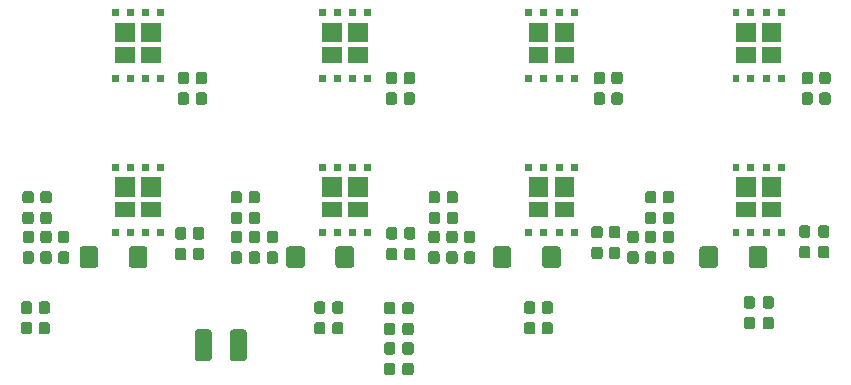
<source format=gbr>
G04 #@! TF.GenerationSoftware,KiCad,Pcbnew,(5.1.5)-3*
G04 #@! TF.CreationDate,2021-07-19T12:04:44+02:00*
G04 #@! TF.ProjectId,4xHalfBridge-VSON8,34784861-6c66-4427-9269-6467652d5653,rev?*
G04 #@! TF.SameCoordinates,Original*
G04 #@! TF.FileFunction,Paste,Top*
G04 #@! TF.FilePolarity,Positive*
%FSLAX46Y46*%
G04 Gerber Fmt 4.6, Leading zero omitted, Abs format (unit mm)*
G04 Created by KiCad (PCBNEW (5.1.5)-3) date 2021-07-19 12:04:44*
%MOMM*%
%LPD*%
G04 APERTURE LIST*
%ADD10C,0.010000*%
%ADD11C,0.100000*%
G04 APERTURE END LIST*
D10*
G36*
X77017500Y-20556970D02*
G01*
X77017500Y-20052500D01*
X77520700Y-20052500D01*
X77520700Y-20556970D01*
X77017500Y-20556970D01*
G37*
X77017500Y-20556970D02*
X77017500Y-20052500D01*
X77520700Y-20052500D01*
X77520700Y-20556970D01*
X77017500Y-20556970D01*
G36*
X75760000Y-20552690D02*
G01*
X75760000Y-20052500D01*
X76260057Y-20052500D01*
X76260057Y-20552690D01*
X75760000Y-20552690D01*
G37*
X75760000Y-20552690D02*
X75760000Y-20052500D01*
X76260057Y-20052500D01*
X76260057Y-20552690D01*
X75760000Y-20552690D01*
G36*
X74440000Y-20553080D02*
G01*
X74440000Y-20052500D01*
X74939922Y-20052500D01*
X74939922Y-20553080D01*
X74440000Y-20553080D01*
G37*
X74440000Y-20553080D02*
X74440000Y-20052500D01*
X74939922Y-20052500D01*
X74939922Y-20553080D01*
X74440000Y-20553080D01*
G36*
X73182500Y-20556620D02*
G01*
X73182500Y-20052500D01*
X73680230Y-20052500D01*
X73680230Y-20556620D01*
X73182500Y-20556620D01*
G37*
X73182500Y-20556620D02*
X73182500Y-20052500D01*
X73680230Y-20052500D01*
X73680230Y-20556620D01*
X73182500Y-20556620D01*
G36*
X77017500Y-14995050D02*
G01*
X77017500Y-14500000D01*
X77521750Y-14500000D01*
X77521750Y-14995050D01*
X77017500Y-14995050D01*
G37*
X77017500Y-14995050D02*
X77017500Y-14500000D01*
X77521750Y-14500000D01*
X77521750Y-14995050D01*
X77017500Y-14995050D01*
G36*
X75760000Y-14998680D02*
G01*
X75760000Y-14500000D01*
X76260477Y-14500000D01*
X76260477Y-14998680D01*
X75760000Y-14998680D01*
G37*
X75760000Y-14998680D02*
X75760000Y-14500000D01*
X76260477Y-14500000D01*
X76260477Y-14998680D01*
X75760000Y-14998680D01*
G36*
X74440000Y-14997790D02*
G01*
X74440000Y-14500000D01*
X74939642Y-14500000D01*
X74939642Y-14997790D01*
X74440000Y-14997790D01*
G37*
X74440000Y-14997790D02*
X74440000Y-14500000D01*
X74939642Y-14500000D01*
X74939642Y-14997790D01*
X74440000Y-14997790D01*
G36*
X73182500Y-14999070D02*
G01*
X73182500Y-14500000D01*
X73681890Y-14500000D01*
X73681890Y-14999070D01*
X73182500Y-14999070D01*
G37*
X73182500Y-14999070D02*
X73182500Y-14500000D01*
X73681890Y-14500000D01*
X73681890Y-14999070D01*
X73182500Y-14999070D01*
G36*
X75660000Y-17199668D02*
G01*
X75660000Y-15615000D01*
X77231910Y-15615000D01*
X77231910Y-17199668D01*
X75660000Y-17199668D01*
G37*
X75660000Y-17199668D02*
X75660000Y-15615000D01*
X77231910Y-15615000D01*
X77231910Y-17199668D01*
X75660000Y-17199668D01*
G36*
X75660000Y-18937200D02*
G01*
X75660000Y-17700000D01*
X77232940Y-17700000D01*
X77232940Y-18937200D01*
X75660000Y-18937200D01*
G37*
X75660000Y-18937200D02*
X75660000Y-17700000D01*
X77232940Y-17700000D01*
X77232940Y-18937200D01*
X75660000Y-18937200D01*
G36*
X73470000Y-17199475D02*
G01*
X73470000Y-15615000D01*
X75039501Y-15615000D01*
X75039501Y-17199475D01*
X73470000Y-17199475D01*
G37*
X73470000Y-17199475D02*
X73470000Y-15615000D01*
X75039501Y-15615000D01*
X75039501Y-17199475D01*
X73470000Y-17199475D01*
G36*
X73470000Y-18935600D02*
G01*
X73470000Y-17700000D01*
X75039868Y-17700000D01*
X75039868Y-18935600D01*
X73470000Y-18935600D01*
G37*
X73470000Y-18935600D02*
X73470000Y-17700000D01*
X75039868Y-17700000D01*
X75039868Y-18935600D01*
X73470000Y-18935600D01*
G36*
X77017500Y-7480720D02*
G01*
X77017500Y-6976250D01*
X77520700Y-6976250D01*
X77520700Y-7480720D01*
X77017500Y-7480720D01*
G37*
X77017500Y-7480720D02*
X77017500Y-6976250D01*
X77520700Y-6976250D01*
X77520700Y-7480720D01*
X77017500Y-7480720D01*
G36*
X75760000Y-7476440D02*
G01*
X75760000Y-6976250D01*
X76260057Y-6976250D01*
X76260057Y-7476440D01*
X75760000Y-7476440D01*
G37*
X75760000Y-7476440D02*
X75760000Y-6976250D01*
X76260057Y-6976250D01*
X76260057Y-7476440D01*
X75760000Y-7476440D01*
G36*
X74440000Y-7476830D02*
G01*
X74440000Y-6976250D01*
X74939922Y-6976250D01*
X74939922Y-7476830D01*
X74440000Y-7476830D01*
G37*
X74440000Y-7476830D02*
X74440000Y-6976250D01*
X74939922Y-6976250D01*
X74939922Y-7476830D01*
X74440000Y-7476830D01*
G36*
X73182500Y-7480370D02*
G01*
X73182500Y-6976250D01*
X73680230Y-6976250D01*
X73680230Y-7480370D01*
X73182500Y-7480370D01*
G37*
X73182500Y-7480370D02*
X73182500Y-6976250D01*
X73680230Y-6976250D01*
X73680230Y-7480370D01*
X73182500Y-7480370D01*
G36*
X77017500Y-1918800D02*
G01*
X77017500Y-1423750D01*
X77521750Y-1423750D01*
X77521750Y-1918800D01*
X77017500Y-1918800D01*
G37*
X77017500Y-1918800D02*
X77017500Y-1423750D01*
X77521750Y-1423750D01*
X77521750Y-1918800D01*
X77017500Y-1918800D01*
G36*
X75760000Y-1922430D02*
G01*
X75760000Y-1423750D01*
X76260477Y-1423750D01*
X76260477Y-1922430D01*
X75760000Y-1922430D01*
G37*
X75760000Y-1922430D02*
X75760000Y-1423750D01*
X76260477Y-1423750D01*
X76260477Y-1922430D01*
X75760000Y-1922430D01*
G36*
X74440000Y-1921540D02*
G01*
X74440000Y-1423750D01*
X74939642Y-1423750D01*
X74939642Y-1921540D01*
X74440000Y-1921540D01*
G37*
X74440000Y-1921540D02*
X74440000Y-1423750D01*
X74939642Y-1423750D01*
X74939642Y-1921540D01*
X74440000Y-1921540D01*
G36*
X73182500Y-1922820D02*
G01*
X73182500Y-1423750D01*
X73681890Y-1423750D01*
X73681890Y-1922820D01*
X73182500Y-1922820D01*
G37*
X73182500Y-1922820D02*
X73182500Y-1423750D01*
X73681890Y-1423750D01*
X73681890Y-1922820D01*
X73182500Y-1922820D01*
G36*
X75660000Y-4123418D02*
G01*
X75660000Y-2538750D01*
X77231910Y-2538750D01*
X77231910Y-4123418D01*
X75660000Y-4123418D01*
G37*
X75660000Y-4123418D02*
X75660000Y-2538750D01*
X77231910Y-2538750D01*
X77231910Y-4123418D01*
X75660000Y-4123418D01*
G36*
X75660000Y-5860950D02*
G01*
X75660000Y-4623750D01*
X77232940Y-4623750D01*
X77232940Y-5860950D01*
X75660000Y-5860950D01*
G37*
X75660000Y-5860950D02*
X75660000Y-4623750D01*
X77232940Y-4623750D01*
X77232940Y-5860950D01*
X75660000Y-5860950D01*
G36*
X73470000Y-4123225D02*
G01*
X73470000Y-2538750D01*
X75039501Y-2538750D01*
X75039501Y-4123225D01*
X73470000Y-4123225D01*
G37*
X73470000Y-4123225D02*
X73470000Y-2538750D01*
X75039501Y-2538750D01*
X75039501Y-4123225D01*
X73470000Y-4123225D01*
G36*
X73470000Y-5859350D02*
G01*
X73470000Y-4623750D01*
X75039868Y-4623750D01*
X75039868Y-5859350D01*
X73470000Y-5859350D01*
G37*
X73470000Y-5859350D02*
X73470000Y-4623750D01*
X75039868Y-4623750D01*
X75039868Y-5859350D01*
X73470000Y-5859350D01*
G36*
X59482500Y-20556970D02*
G01*
X59482500Y-20052500D01*
X59985700Y-20052500D01*
X59985700Y-20556970D01*
X59482500Y-20556970D01*
G37*
X59482500Y-20556970D02*
X59482500Y-20052500D01*
X59985700Y-20052500D01*
X59985700Y-20556970D01*
X59482500Y-20556970D01*
G36*
X58225000Y-20552690D02*
G01*
X58225000Y-20052500D01*
X58725057Y-20052500D01*
X58725057Y-20552690D01*
X58225000Y-20552690D01*
G37*
X58225000Y-20552690D02*
X58225000Y-20052500D01*
X58725057Y-20052500D01*
X58725057Y-20552690D01*
X58225000Y-20552690D01*
G36*
X56905000Y-20553080D02*
G01*
X56905000Y-20052500D01*
X57404922Y-20052500D01*
X57404922Y-20553080D01*
X56905000Y-20553080D01*
G37*
X56905000Y-20553080D02*
X56905000Y-20052500D01*
X57404922Y-20052500D01*
X57404922Y-20553080D01*
X56905000Y-20553080D01*
G36*
X55647500Y-20556620D02*
G01*
X55647500Y-20052500D01*
X56145230Y-20052500D01*
X56145230Y-20556620D01*
X55647500Y-20556620D01*
G37*
X55647500Y-20556620D02*
X55647500Y-20052500D01*
X56145230Y-20052500D01*
X56145230Y-20556620D01*
X55647500Y-20556620D01*
G36*
X59482500Y-14995050D02*
G01*
X59482500Y-14500000D01*
X59986750Y-14500000D01*
X59986750Y-14995050D01*
X59482500Y-14995050D01*
G37*
X59482500Y-14995050D02*
X59482500Y-14500000D01*
X59986750Y-14500000D01*
X59986750Y-14995050D01*
X59482500Y-14995050D01*
G36*
X58225000Y-14998680D02*
G01*
X58225000Y-14500000D01*
X58725477Y-14500000D01*
X58725477Y-14998680D01*
X58225000Y-14998680D01*
G37*
X58225000Y-14998680D02*
X58225000Y-14500000D01*
X58725477Y-14500000D01*
X58725477Y-14998680D01*
X58225000Y-14998680D01*
G36*
X56905000Y-14997790D02*
G01*
X56905000Y-14500000D01*
X57404642Y-14500000D01*
X57404642Y-14997790D01*
X56905000Y-14997790D01*
G37*
X56905000Y-14997790D02*
X56905000Y-14500000D01*
X57404642Y-14500000D01*
X57404642Y-14997790D01*
X56905000Y-14997790D01*
G36*
X55647500Y-14999070D02*
G01*
X55647500Y-14500000D01*
X56146890Y-14500000D01*
X56146890Y-14999070D01*
X55647500Y-14999070D01*
G37*
X55647500Y-14999070D02*
X55647500Y-14500000D01*
X56146890Y-14500000D01*
X56146890Y-14999070D01*
X55647500Y-14999070D01*
G36*
X58125000Y-17199668D02*
G01*
X58125000Y-15615000D01*
X59696910Y-15615000D01*
X59696910Y-17199668D01*
X58125000Y-17199668D01*
G37*
X58125000Y-17199668D02*
X58125000Y-15615000D01*
X59696910Y-15615000D01*
X59696910Y-17199668D01*
X58125000Y-17199668D01*
G36*
X58125000Y-18937200D02*
G01*
X58125000Y-17700000D01*
X59697940Y-17700000D01*
X59697940Y-18937200D01*
X58125000Y-18937200D01*
G37*
X58125000Y-18937200D02*
X58125000Y-17700000D01*
X59697940Y-17700000D01*
X59697940Y-18937200D01*
X58125000Y-18937200D01*
G36*
X55935000Y-17199475D02*
G01*
X55935000Y-15615000D01*
X57504501Y-15615000D01*
X57504501Y-17199475D01*
X55935000Y-17199475D01*
G37*
X55935000Y-17199475D02*
X55935000Y-15615000D01*
X57504501Y-15615000D01*
X57504501Y-17199475D01*
X55935000Y-17199475D01*
G36*
X55935000Y-18935600D02*
G01*
X55935000Y-17700000D01*
X57504868Y-17700000D01*
X57504868Y-18935600D01*
X55935000Y-18935600D01*
G37*
X55935000Y-18935600D02*
X55935000Y-17700000D01*
X57504868Y-17700000D01*
X57504868Y-18935600D01*
X55935000Y-18935600D01*
G36*
X59482500Y-7480720D02*
G01*
X59482500Y-6976250D01*
X59985700Y-6976250D01*
X59985700Y-7480720D01*
X59482500Y-7480720D01*
G37*
X59482500Y-7480720D02*
X59482500Y-6976250D01*
X59985700Y-6976250D01*
X59985700Y-7480720D01*
X59482500Y-7480720D01*
G36*
X58225000Y-7476440D02*
G01*
X58225000Y-6976250D01*
X58725057Y-6976250D01*
X58725057Y-7476440D01*
X58225000Y-7476440D01*
G37*
X58225000Y-7476440D02*
X58225000Y-6976250D01*
X58725057Y-6976250D01*
X58725057Y-7476440D01*
X58225000Y-7476440D01*
G36*
X56905000Y-7476830D02*
G01*
X56905000Y-6976250D01*
X57404922Y-6976250D01*
X57404922Y-7476830D01*
X56905000Y-7476830D01*
G37*
X56905000Y-7476830D02*
X56905000Y-6976250D01*
X57404922Y-6976250D01*
X57404922Y-7476830D01*
X56905000Y-7476830D01*
G36*
X55647500Y-7480370D02*
G01*
X55647500Y-6976250D01*
X56145230Y-6976250D01*
X56145230Y-7480370D01*
X55647500Y-7480370D01*
G37*
X55647500Y-7480370D02*
X55647500Y-6976250D01*
X56145230Y-6976250D01*
X56145230Y-7480370D01*
X55647500Y-7480370D01*
G36*
X59482500Y-1918800D02*
G01*
X59482500Y-1423750D01*
X59986750Y-1423750D01*
X59986750Y-1918800D01*
X59482500Y-1918800D01*
G37*
X59482500Y-1918800D02*
X59482500Y-1423750D01*
X59986750Y-1423750D01*
X59986750Y-1918800D01*
X59482500Y-1918800D01*
G36*
X58225000Y-1922430D02*
G01*
X58225000Y-1423750D01*
X58725477Y-1423750D01*
X58725477Y-1922430D01*
X58225000Y-1922430D01*
G37*
X58225000Y-1922430D02*
X58225000Y-1423750D01*
X58725477Y-1423750D01*
X58725477Y-1922430D01*
X58225000Y-1922430D01*
G36*
X56905000Y-1921540D02*
G01*
X56905000Y-1423750D01*
X57404642Y-1423750D01*
X57404642Y-1921540D01*
X56905000Y-1921540D01*
G37*
X56905000Y-1921540D02*
X56905000Y-1423750D01*
X57404642Y-1423750D01*
X57404642Y-1921540D01*
X56905000Y-1921540D01*
G36*
X55647500Y-1922820D02*
G01*
X55647500Y-1423750D01*
X56146890Y-1423750D01*
X56146890Y-1922820D01*
X55647500Y-1922820D01*
G37*
X55647500Y-1922820D02*
X55647500Y-1423750D01*
X56146890Y-1423750D01*
X56146890Y-1922820D01*
X55647500Y-1922820D01*
G36*
X58125000Y-4123418D02*
G01*
X58125000Y-2538750D01*
X59696910Y-2538750D01*
X59696910Y-4123418D01*
X58125000Y-4123418D01*
G37*
X58125000Y-4123418D02*
X58125000Y-2538750D01*
X59696910Y-2538750D01*
X59696910Y-4123418D01*
X58125000Y-4123418D01*
G36*
X58125000Y-5860950D02*
G01*
X58125000Y-4623750D01*
X59697940Y-4623750D01*
X59697940Y-5860950D01*
X58125000Y-5860950D01*
G37*
X58125000Y-5860950D02*
X58125000Y-4623750D01*
X59697940Y-4623750D01*
X59697940Y-5860950D01*
X58125000Y-5860950D01*
G36*
X55935000Y-4123225D02*
G01*
X55935000Y-2538750D01*
X57504501Y-2538750D01*
X57504501Y-4123225D01*
X55935000Y-4123225D01*
G37*
X55935000Y-4123225D02*
X55935000Y-2538750D01*
X57504501Y-2538750D01*
X57504501Y-4123225D01*
X55935000Y-4123225D01*
G36*
X55935000Y-5859350D02*
G01*
X55935000Y-4623750D01*
X57504868Y-4623750D01*
X57504868Y-5859350D01*
X55935000Y-5859350D01*
G37*
X55935000Y-5859350D02*
X55935000Y-4623750D01*
X57504868Y-4623750D01*
X57504868Y-5859350D01*
X55935000Y-5859350D01*
G36*
X41980833Y-20556970D02*
G01*
X41980833Y-20052500D01*
X42484033Y-20052500D01*
X42484033Y-20556970D01*
X41980833Y-20556970D01*
G37*
X41980833Y-20556970D02*
X41980833Y-20052500D01*
X42484033Y-20052500D01*
X42484033Y-20556970D01*
X41980833Y-20556970D01*
G36*
X40723333Y-20552690D02*
G01*
X40723333Y-20052500D01*
X41223390Y-20052500D01*
X41223390Y-20552690D01*
X40723333Y-20552690D01*
G37*
X40723333Y-20552690D02*
X40723333Y-20052500D01*
X41223390Y-20052500D01*
X41223390Y-20552690D01*
X40723333Y-20552690D01*
G36*
X39403333Y-20553080D02*
G01*
X39403333Y-20052500D01*
X39903255Y-20052500D01*
X39903255Y-20553080D01*
X39403333Y-20553080D01*
G37*
X39403333Y-20553080D02*
X39403333Y-20052500D01*
X39903255Y-20052500D01*
X39903255Y-20553080D01*
X39403333Y-20553080D01*
G36*
X38145833Y-20556620D02*
G01*
X38145833Y-20052500D01*
X38643563Y-20052500D01*
X38643563Y-20556620D01*
X38145833Y-20556620D01*
G37*
X38145833Y-20556620D02*
X38145833Y-20052500D01*
X38643563Y-20052500D01*
X38643563Y-20556620D01*
X38145833Y-20556620D01*
G36*
X41980833Y-14995050D02*
G01*
X41980833Y-14500000D01*
X42485083Y-14500000D01*
X42485083Y-14995050D01*
X41980833Y-14995050D01*
G37*
X41980833Y-14995050D02*
X41980833Y-14500000D01*
X42485083Y-14500000D01*
X42485083Y-14995050D01*
X41980833Y-14995050D01*
G36*
X40723333Y-14998680D02*
G01*
X40723333Y-14500000D01*
X41223810Y-14500000D01*
X41223810Y-14998680D01*
X40723333Y-14998680D01*
G37*
X40723333Y-14998680D02*
X40723333Y-14500000D01*
X41223810Y-14500000D01*
X41223810Y-14998680D01*
X40723333Y-14998680D01*
G36*
X39403333Y-14997790D02*
G01*
X39403333Y-14500000D01*
X39902975Y-14500000D01*
X39902975Y-14997790D01*
X39403333Y-14997790D01*
G37*
X39403333Y-14997790D02*
X39403333Y-14500000D01*
X39902975Y-14500000D01*
X39902975Y-14997790D01*
X39403333Y-14997790D01*
G36*
X38145833Y-14999070D02*
G01*
X38145833Y-14500000D01*
X38645223Y-14500000D01*
X38645223Y-14999070D01*
X38145833Y-14999070D01*
G37*
X38145833Y-14999070D02*
X38145833Y-14500000D01*
X38645223Y-14500000D01*
X38645223Y-14999070D01*
X38145833Y-14999070D01*
G36*
X40623333Y-17199668D02*
G01*
X40623333Y-15615000D01*
X42195243Y-15615000D01*
X42195243Y-17199668D01*
X40623333Y-17199668D01*
G37*
X40623333Y-17199668D02*
X40623333Y-15615000D01*
X42195243Y-15615000D01*
X42195243Y-17199668D01*
X40623333Y-17199668D01*
G36*
X40623333Y-18937200D02*
G01*
X40623333Y-17700000D01*
X42196273Y-17700000D01*
X42196273Y-18937200D01*
X40623333Y-18937200D01*
G37*
X40623333Y-18937200D02*
X40623333Y-17700000D01*
X42196273Y-17700000D01*
X42196273Y-18937200D01*
X40623333Y-18937200D01*
G36*
X38433333Y-17199475D02*
G01*
X38433333Y-15615000D01*
X40002834Y-15615000D01*
X40002834Y-17199475D01*
X38433333Y-17199475D01*
G37*
X38433333Y-17199475D02*
X38433333Y-15615000D01*
X40002834Y-15615000D01*
X40002834Y-17199475D01*
X38433333Y-17199475D01*
G36*
X38433333Y-18935600D02*
G01*
X38433333Y-17700000D01*
X40003201Y-17700000D01*
X40003201Y-18935600D01*
X38433333Y-18935600D01*
G37*
X38433333Y-18935600D02*
X38433333Y-17700000D01*
X40003201Y-17700000D01*
X40003201Y-18935600D01*
X38433333Y-18935600D01*
G36*
X41980833Y-7480720D02*
G01*
X41980833Y-6976250D01*
X42484033Y-6976250D01*
X42484033Y-7480720D01*
X41980833Y-7480720D01*
G37*
X41980833Y-7480720D02*
X41980833Y-6976250D01*
X42484033Y-6976250D01*
X42484033Y-7480720D01*
X41980833Y-7480720D01*
G36*
X40723333Y-7476440D02*
G01*
X40723333Y-6976250D01*
X41223390Y-6976250D01*
X41223390Y-7476440D01*
X40723333Y-7476440D01*
G37*
X40723333Y-7476440D02*
X40723333Y-6976250D01*
X41223390Y-6976250D01*
X41223390Y-7476440D01*
X40723333Y-7476440D01*
G36*
X39403333Y-7476830D02*
G01*
X39403333Y-6976250D01*
X39903255Y-6976250D01*
X39903255Y-7476830D01*
X39403333Y-7476830D01*
G37*
X39403333Y-7476830D02*
X39403333Y-6976250D01*
X39903255Y-6976250D01*
X39903255Y-7476830D01*
X39403333Y-7476830D01*
G36*
X38145833Y-7480370D02*
G01*
X38145833Y-6976250D01*
X38643563Y-6976250D01*
X38643563Y-7480370D01*
X38145833Y-7480370D01*
G37*
X38145833Y-7480370D02*
X38145833Y-6976250D01*
X38643563Y-6976250D01*
X38643563Y-7480370D01*
X38145833Y-7480370D01*
G36*
X41980833Y-1918800D02*
G01*
X41980833Y-1423750D01*
X42485083Y-1423750D01*
X42485083Y-1918800D01*
X41980833Y-1918800D01*
G37*
X41980833Y-1918800D02*
X41980833Y-1423750D01*
X42485083Y-1423750D01*
X42485083Y-1918800D01*
X41980833Y-1918800D01*
G36*
X40723333Y-1922430D02*
G01*
X40723333Y-1423750D01*
X41223810Y-1423750D01*
X41223810Y-1922430D01*
X40723333Y-1922430D01*
G37*
X40723333Y-1922430D02*
X40723333Y-1423750D01*
X41223810Y-1423750D01*
X41223810Y-1922430D01*
X40723333Y-1922430D01*
G36*
X39403333Y-1921540D02*
G01*
X39403333Y-1423750D01*
X39902975Y-1423750D01*
X39902975Y-1921540D01*
X39403333Y-1921540D01*
G37*
X39403333Y-1921540D02*
X39403333Y-1423750D01*
X39902975Y-1423750D01*
X39902975Y-1921540D01*
X39403333Y-1921540D01*
G36*
X38145833Y-1922820D02*
G01*
X38145833Y-1423750D01*
X38645223Y-1423750D01*
X38645223Y-1922820D01*
X38145833Y-1922820D01*
G37*
X38145833Y-1922820D02*
X38145833Y-1423750D01*
X38645223Y-1423750D01*
X38645223Y-1922820D01*
X38145833Y-1922820D01*
G36*
X40623333Y-4123418D02*
G01*
X40623333Y-2538750D01*
X42195243Y-2538750D01*
X42195243Y-4123418D01*
X40623333Y-4123418D01*
G37*
X40623333Y-4123418D02*
X40623333Y-2538750D01*
X42195243Y-2538750D01*
X42195243Y-4123418D01*
X40623333Y-4123418D01*
G36*
X40623333Y-5860950D02*
G01*
X40623333Y-4623750D01*
X42196273Y-4623750D01*
X42196273Y-5860950D01*
X40623333Y-5860950D01*
G37*
X40623333Y-5860950D02*
X40623333Y-4623750D01*
X42196273Y-4623750D01*
X42196273Y-5860950D01*
X40623333Y-5860950D01*
G36*
X38433333Y-4123225D02*
G01*
X38433333Y-2538750D01*
X40002834Y-2538750D01*
X40002834Y-4123225D01*
X38433333Y-4123225D01*
G37*
X38433333Y-4123225D02*
X38433333Y-2538750D01*
X40002834Y-2538750D01*
X40002834Y-4123225D01*
X38433333Y-4123225D01*
G36*
X38433333Y-5859350D02*
G01*
X38433333Y-4623750D01*
X40003201Y-4623750D01*
X40003201Y-5859350D01*
X38433333Y-5859350D01*
G37*
X38433333Y-5859350D02*
X38433333Y-4623750D01*
X40003201Y-4623750D01*
X40003201Y-5859350D01*
X38433333Y-5859350D01*
G36*
X24462500Y-20556970D02*
G01*
X24462500Y-20052500D01*
X24965700Y-20052500D01*
X24965700Y-20556970D01*
X24462500Y-20556970D01*
G37*
X24462500Y-20556970D02*
X24462500Y-20052500D01*
X24965700Y-20052500D01*
X24965700Y-20556970D01*
X24462500Y-20556970D01*
G36*
X23205000Y-20552690D02*
G01*
X23205000Y-20052500D01*
X23705057Y-20052500D01*
X23705057Y-20552690D01*
X23205000Y-20552690D01*
G37*
X23205000Y-20552690D02*
X23205000Y-20052500D01*
X23705057Y-20052500D01*
X23705057Y-20552690D01*
X23205000Y-20552690D01*
G36*
X21885000Y-20553080D02*
G01*
X21885000Y-20052500D01*
X22384922Y-20052500D01*
X22384922Y-20553080D01*
X21885000Y-20553080D01*
G37*
X21885000Y-20553080D02*
X21885000Y-20052500D01*
X22384922Y-20052500D01*
X22384922Y-20553080D01*
X21885000Y-20553080D01*
G36*
X20627500Y-20556620D02*
G01*
X20627500Y-20052500D01*
X21125230Y-20052500D01*
X21125230Y-20556620D01*
X20627500Y-20556620D01*
G37*
X20627500Y-20556620D02*
X20627500Y-20052500D01*
X21125230Y-20052500D01*
X21125230Y-20556620D01*
X20627500Y-20556620D01*
G36*
X24462500Y-14995050D02*
G01*
X24462500Y-14500000D01*
X24966750Y-14500000D01*
X24966750Y-14995050D01*
X24462500Y-14995050D01*
G37*
X24462500Y-14995050D02*
X24462500Y-14500000D01*
X24966750Y-14500000D01*
X24966750Y-14995050D01*
X24462500Y-14995050D01*
G36*
X23205000Y-14998680D02*
G01*
X23205000Y-14500000D01*
X23705477Y-14500000D01*
X23705477Y-14998680D01*
X23205000Y-14998680D01*
G37*
X23205000Y-14998680D02*
X23205000Y-14500000D01*
X23705477Y-14500000D01*
X23705477Y-14998680D01*
X23205000Y-14998680D01*
G36*
X21885000Y-14997790D02*
G01*
X21885000Y-14500000D01*
X22384642Y-14500000D01*
X22384642Y-14997790D01*
X21885000Y-14997790D01*
G37*
X21885000Y-14997790D02*
X21885000Y-14500000D01*
X22384642Y-14500000D01*
X22384642Y-14997790D01*
X21885000Y-14997790D01*
G36*
X20627500Y-14999070D02*
G01*
X20627500Y-14500000D01*
X21126890Y-14500000D01*
X21126890Y-14999070D01*
X20627500Y-14999070D01*
G37*
X20627500Y-14999070D02*
X20627500Y-14500000D01*
X21126890Y-14500000D01*
X21126890Y-14999070D01*
X20627500Y-14999070D01*
G36*
X23105000Y-17199668D02*
G01*
X23105000Y-15615000D01*
X24676910Y-15615000D01*
X24676910Y-17199668D01*
X23105000Y-17199668D01*
G37*
X23105000Y-17199668D02*
X23105000Y-15615000D01*
X24676910Y-15615000D01*
X24676910Y-17199668D01*
X23105000Y-17199668D01*
G36*
X23105000Y-18937200D02*
G01*
X23105000Y-17700000D01*
X24677940Y-17700000D01*
X24677940Y-18937200D01*
X23105000Y-18937200D01*
G37*
X23105000Y-18937200D02*
X23105000Y-17700000D01*
X24677940Y-17700000D01*
X24677940Y-18937200D01*
X23105000Y-18937200D01*
G36*
X20915000Y-17199475D02*
G01*
X20915000Y-15615000D01*
X22484501Y-15615000D01*
X22484501Y-17199475D01*
X20915000Y-17199475D01*
G37*
X20915000Y-17199475D02*
X20915000Y-15615000D01*
X22484501Y-15615000D01*
X22484501Y-17199475D01*
X20915000Y-17199475D01*
G36*
X20915000Y-18935600D02*
G01*
X20915000Y-17700000D01*
X22484868Y-17700000D01*
X22484868Y-18935600D01*
X20915000Y-18935600D01*
G37*
X20915000Y-18935600D02*
X20915000Y-17700000D01*
X22484868Y-17700000D01*
X22484868Y-18935600D01*
X20915000Y-18935600D01*
G36*
X24462500Y-7480720D02*
G01*
X24462500Y-6976250D01*
X24965700Y-6976250D01*
X24965700Y-7480720D01*
X24462500Y-7480720D01*
G37*
X24462500Y-7480720D02*
X24462500Y-6976250D01*
X24965700Y-6976250D01*
X24965700Y-7480720D01*
X24462500Y-7480720D01*
G36*
X23205000Y-7476440D02*
G01*
X23205000Y-6976250D01*
X23705057Y-6976250D01*
X23705057Y-7476440D01*
X23205000Y-7476440D01*
G37*
X23205000Y-7476440D02*
X23205000Y-6976250D01*
X23705057Y-6976250D01*
X23705057Y-7476440D01*
X23205000Y-7476440D01*
G36*
X21885000Y-7476830D02*
G01*
X21885000Y-6976250D01*
X22384922Y-6976250D01*
X22384922Y-7476830D01*
X21885000Y-7476830D01*
G37*
X21885000Y-7476830D02*
X21885000Y-6976250D01*
X22384922Y-6976250D01*
X22384922Y-7476830D01*
X21885000Y-7476830D01*
G36*
X20627500Y-7480370D02*
G01*
X20627500Y-6976250D01*
X21125230Y-6976250D01*
X21125230Y-7480370D01*
X20627500Y-7480370D01*
G37*
X20627500Y-7480370D02*
X20627500Y-6976250D01*
X21125230Y-6976250D01*
X21125230Y-7480370D01*
X20627500Y-7480370D01*
G36*
X24462500Y-1918800D02*
G01*
X24462500Y-1423750D01*
X24966750Y-1423750D01*
X24966750Y-1918800D01*
X24462500Y-1918800D01*
G37*
X24462500Y-1918800D02*
X24462500Y-1423750D01*
X24966750Y-1423750D01*
X24966750Y-1918800D01*
X24462500Y-1918800D01*
G36*
X23205000Y-1922430D02*
G01*
X23205000Y-1423750D01*
X23705477Y-1423750D01*
X23705477Y-1922430D01*
X23205000Y-1922430D01*
G37*
X23205000Y-1922430D02*
X23205000Y-1423750D01*
X23705477Y-1423750D01*
X23705477Y-1922430D01*
X23205000Y-1922430D01*
G36*
X21885000Y-1921540D02*
G01*
X21885000Y-1423750D01*
X22384642Y-1423750D01*
X22384642Y-1921540D01*
X21885000Y-1921540D01*
G37*
X21885000Y-1921540D02*
X21885000Y-1423750D01*
X22384642Y-1423750D01*
X22384642Y-1921540D01*
X21885000Y-1921540D01*
G36*
X20627500Y-1922820D02*
G01*
X20627500Y-1423750D01*
X21126890Y-1423750D01*
X21126890Y-1922820D01*
X20627500Y-1922820D01*
G37*
X20627500Y-1922820D02*
X20627500Y-1423750D01*
X21126890Y-1423750D01*
X21126890Y-1922820D01*
X20627500Y-1922820D01*
G36*
X23105000Y-4123418D02*
G01*
X23105000Y-2538750D01*
X24676910Y-2538750D01*
X24676910Y-4123418D01*
X23105000Y-4123418D01*
G37*
X23105000Y-4123418D02*
X23105000Y-2538750D01*
X24676910Y-2538750D01*
X24676910Y-4123418D01*
X23105000Y-4123418D01*
G36*
X23105000Y-5860950D02*
G01*
X23105000Y-4623750D01*
X24677940Y-4623750D01*
X24677940Y-5860950D01*
X23105000Y-5860950D01*
G37*
X23105000Y-5860950D02*
X23105000Y-4623750D01*
X24677940Y-4623750D01*
X24677940Y-5860950D01*
X23105000Y-5860950D01*
G36*
X20915000Y-4123225D02*
G01*
X20915000Y-2538750D01*
X22484501Y-2538750D01*
X22484501Y-4123225D01*
X20915000Y-4123225D01*
G37*
X20915000Y-4123225D02*
X20915000Y-2538750D01*
X22484501Y-2538750D01*
X22484501Y-4123225D01*
X20915000Y-4123225D01*
G36*
X20915000Y-5859350D02*
G01*
X20915000Y-4623750D01*
X22484868Y-4623750D01*
X22484868Y-5859350D01*
X20915000Y-5859350D01*
G37*
X20915000Y-5859350D02*
X20915000Y-4623750D01*
X22484868Y-4623750D01*
X22484868Y-5859350D01*
X20915000Y-5859350D01*
D11*
G36*
X45960779Y-31346145D02*
G01*
X45983834Y-31349564D01*
X46006443Y-31355228D01*
X46028387Y-31363080D01*
X46049457Y-31373045D01*
X46069448Y-31385027D01*
X46088168Y-31398911D01*
X46105438Y-31414563D01*
X46121090Y-31431833D01*
X46134974Y-31450553D01*
X46146956Y-31470544D01*
X46156921Y-31491614D01*
X46164773Y-31513558D01*
X46170437Y-31536167D01*
X46173856Y-31559222D01*
X46175000Y-31582501D01*
X46175000Y-32157501D01*
X46173856Y-32180780D01*
X46170437Y-32203835D01*
X46164773Y-32226444D01*
X46156921Y-32248388D01*
X46146956Y-32269458D01*
X46134974Y-32289449D01*
X46121090Y-32308169D01*
X46105438Y-32325439D01*
X46088168Y-32341091D01*
X46069448Y-32354975D01*
X46049457Y-32366957D01*
X46028387Y-32376922D01*
X46006443Y-32384774D01*
X45983834Y-32390438D01*
X45960779Y-32393857D01*
X45937500Y-32395001D01*
X45462500Y-32395001D01*
X45439221Y-32393857D01*
X45416166Y-32390438D01*
X45393557Y-32384774D01*
X45371613Y-32376922D01*
X45350543Y-32366957D01*
X45330552Y-32354975D01*
X45311832Y-32341091D01*
X45294562Y-32325439D01*
X45278910Y-32308169D01*
X45265026Y-32289449D01*
X45253044Y-32269458D01*
X45243079Y-32248388D01*
X45235227Y-32226444D01*
X45229563Y-32203835D01*
X45226144Y-32180780D01*
X45225000Y-32157501D01*
X45225000Y-31582501D01*
X45226144Y-31559222D01*
X45229563Y-31536167D01*
X45235227Y-31513558D01*
X45243079Y-31491614D01*
X45253044Y-31470544D01*
X45265026Y-31450553D01*
X45278910Y-31431833D01*
X45294562Y-31414563D01*
X45311832Y-31398911D01*
X45330552Y-31385027D01*
X45350543Y-31373045D01*
X45371613Y-31363080D01*
X45393557Y-31355228D01*
X45416166Y-31349564D01*
X45439221Y-31346145D01*
X45462500Y-31345001D01*
X45937500Y-31345001D01*
X45960779Y-31346145D01*
G37*
G36*
X45960779Y-29596145D02*
G01*
X45983834Y-29599564D01*
X46006443Y-29605228D01*
X46028387Y-29613080D01*
X46049457Y-29623045D01*
X46069448Y-29635027D01*
X46088168Y-29648911D01*
X46105438Y-29664563D01*
X46121090Y-29681833D01*
X46134974Y-29700553D01*
X46146956Y-29720544D01*
X46156921Y-29741614D01*
X46164773Y-29763558D01*
X46170437Y-29786167D01*
X46173856Y-29809222D01*
X46175000Y-29832501D01*
X46175000Y-30407501D01*
X46173856Y-30430780D01*
X46170437Y-30453835D01*
X46164773Y-30476444D01*
X46156921Y-30498388D01*
X46146956Y-30519458D01*
X46134974Y-30539449D01*
X46121090Y-30558169D01*
X46105438Y-30575439D01*
X46088168Y-30591091D01*
X46069448Y-30604975D01*
X46049457Y-30616957D01*
X46028387Y-30626922D01*
X46006443Y-30634774D01*
X45983834Y-30640438D01*
X45960779Y-30643857D01*
X45937500Y-30645001D01*
X45462500Y-30645001D01*
X45439221Y-30643857D01*
X45416166Y-30640438D01*
X45393557Y-30634774D01*
X45371613Y-30626922D01*
X45350543Y-30616957D01*
X45330552Y-30604975D01*
X45311832Y-30591091D01*
X45294562Y-30575439D01*
X45278910Y-30558169D01*
X45265026Y-30539449D01*
X45253044Y-30519458D01*
X45243079Y-30498388D01*
X45235227Y-30476444D01*
X45229563Y-30453835D01*
X45226144Y-30430780D01*
X45225000Y-30407501D01*
X45225000Y-29832501D01*
X45226144Y-29809222D01*
X45229563Y-29786167D01*
X45235227Y-29763558D01*
X45243079Y-29741614D01*
X45253044Y-29720544D01*
X45265026Y-29700553D01*
X45278910Y-29681833D01*
X45294562Y-29664563D01*
X45311832Y-29648911D01*
X45330552Y-29635027D01*
X45350543Y-29623045D01*
X45371613Y-29613080D01*
X45393557Y-29605228D01*
X45416166Y-29599564D01*
X45439221Y-29596145D01*
X45462500Y-29595001D01*
X45937500Y-29595001D01*
X45960779Y-29596145D01*
G37*
G36*
X49710779Y-16801144D02*
G01*
X49733834Y-16804563D01*
X49756443Y-16810227D01*
X49778387Y-16818079D01*
X49799457Y-16828044D01*
X49819448Y-16840026D01*
X49838168Y-16853910D01*
X49855438Y-16869562D01*
X49871090Y-16886832D01*
X49884974Y-16905552D01*
X49896956Y-16925543D01*
X49906921Y-16946613D01*
X49914773Y-16968557D01*
X49920437Y-16991166D01*
X49923856Y-17014221D01*
X49925000Y-17037500D01*
X49925000Y-17612500D01*
X49923856Y-17635779D01*
X49920437Y-17658834D01*
X49914773Y-17681443D01*
X49906921Y-17703387D01*
X49896956Y-17724457D01*
X49884974Y-17744448D01*
X49871090Y-17763168D01*
X49855438Y-17780438D01*
X49838168Y-17796090D01*
X49819448Y-17809974D01*
X49799457Y-17821956D01*
X49778387Y-17831921D01*
X49756443Y-17839773D01*
X49733834Y-17845437D01*
X49710779Y-17848856D01*
X49687500Y-17850000D01*
X49212500Y-17850000D01*
X49189221Y-17848856D01*
X49166166Y-17845437D01*
X49143557Y-17839773D01*
X49121613Y-17831921D01*
X49100543Y-17821956D01*
X49080552Y-17809974D01*
X49061832Y-17796090D01*
X49044562Y-17780438D01*
X49028910Y-17763168D01*
X49015026Y-17744448D01*
X49003044Y-17724457D01*
X48993079Y-17703387D01*
X48985227Y-17681443D01*
X48979563Y-17658834D01*
X48976144Y-17635779D01*
X48975000Y-17612500D01*
X48975000Y-17037500D01*
X48976144Y-17014221D01*
X48979563Y-16991166D01*
X48985227Y-16968557D01*
X48993079Y-16946613D01*
X49003044Y-16925543D01*
X49015026Y-16905552D01*
X49028910Y-16886832D01*
X49044562Y-16869562D01*
X49061832Y-16853910D01*
X49080552Y-16840026D01*
X49100543Y-16828044D01*
X49121613Y-16818079D01*
X49143557Y-16810227D01*
X49166166Y-16804563D01*
X49189221Y-16801144D01*
X49212500Y-16800000D01*
X49687500Y-16800000D01*
X49710779Y-16801144D01*
G37*
G36*
X49710779Y-18551144D02*
G01*
X49733834Y-18554563D01*
X49756443Y-18560227D01*
X49778387Y-18568079D01*
X49799457Y-18578044D01*
X49819448Y-18590026D01*
X49838168Y-18603910D01*
X49855438Y-18619562D01*
X49871090Y-18636832D01*
X49884974Y-18655552D01*
X49896956Y-18675543D01*
X49906921Y-18696613D01*
X49914773Y-18718557D01*
X49920437Y-18741166D01*
X49923856Y-18764221D01*
X49925000Y-18787500D01*
X49925000Y-19362500D01*
X49923856Y-19385779D01*
X49920437Y-19408834D01*
X49914773Y-19431443D01*
X49906921Y-19453387D01*
X49896956Y-19474457D01*
X49884974Y-19494448D01*
X49871090Y-19513168D01*
X49855438Y-19530438D01*
X49838168Y-19546090D01*
X49819448Y-19559974D01*
X49799457Y-19571956D01*
X49778387Y-19581921D01*
X49756443Y-19589773D01*
X49733834Y-19595437D01*
X49710779Y-19598856D01*
X49687500Y-19600000D01*
X49212500Y-19600000D01*
X49189221Y-19598856D01*
X49166166Y-19595437D01*
X49143557Y-19589773D01*
X49121613Y-19581921D01*
X49100543Y-19571956D01*
X49080552Y-19559974D01*
X49061832Y-19546090D01*
X49044562Y-19530438D01*
X49028910Y-19513168D01*
X49015026Y-19494448D01*
X49003044Y-19474457D01*
X48993079Y-19453387D01*
X48985227Y-19431443D01*
X48979563Y-19408834D01*
X48976144Y-19385779D01*
X48975000Y-19362500D01*
X48975000Y-18787500D01*
X48976144Y-18764221D01*
X48979563Y-18741166D01*
X48985227Y-18718557D01*
X48993079Y-18696613D01*
X49003044Y-18675543D01*
X49015026Y-18655552D01*
X49028910Y-18636832D01*
X49044562Y-18619562D01*
X49061832Y-18603910D01*
X49080552Y-18590026D01*
X49100543Y-18578044D01*
X49121613Y-18568079D01*
X49143557Y-18560227D01*
X49166166Y-18554563D01*
X49189221Y-18551144D01*
X49212500Y-18550000D01*
X49687500Y-18550000D01*
X49710779Y-18551144D01*
G37*
G36*
X31429779Y-16801144D02*
G01*
X31452834Y-16804563D01*
X31475443Y-16810227D01*
X31497387Y-16818079D01*
X31518457Y-16828044D01*
X31538448Y-16840026D01*
X31557168Y-16853910D01*
X31574438Y-16869562D01*
X31590090Y-16886832D01*
X31603974Y-16905552D01*
X31615956Y-16925543D01*
X31625921Y-16946613D01*
X31633773Y-16968557D01*
X31639437Y-16991166D01*
X31642856Y-17014221D01*
X31644000Y-17037500D01*
X31644000Y-17612500D01*
X31642856Y-17635779D01*
X31639437Y-17658834D01*
X31633773Y-17681443D01*
X31625921Y-17703387D01*
X31615956Y-17724457D01*
X31603974Y-17744448D01*
X31590090Y-17763168D01*
X31574438Y-17780438D01*
X31557168Y-17796090D01*
X31538448Y-17809974D01*
X31518457Y-17821956D01*
X31497387Y-17831921D01*
X31475443Y-17839773D01*
X31452834Y-17845437D01*
X31429779Y-17848856D01*
X31406500Y-17850000D01*
X30931500Y-17850000D01*
X30908221Y-17848856D01*
X30885166Y-17845437D01*
X30862557Y-17839773D01*
X30840613Y-17831921D01*
X30819543Y-17821956D01*
X30799552Y-17809974D01*
X30780832Y-17796090D01*
X30763562Y-17780438D01*
X30747910Y-17763168D01*
X30734026Y-17744448D01*
X30722044Y-17724457D01*
X30712079Y-17703387D01*
X30704227Y-17681443D01*
X30698563Y-17658834D01*
X30695144Y-17635779D01*
X30694000Y-17612500D01*
X30694000Y-17037500D01*
X30695144Y-17014221D01*
X30698563Y-16991166D01*
X30704227Y-16968557D01*
X30712079Y-16946613D01*
X30722044Y-16925543D01*
X30734026Y-16905552D01*
X30747910Y-16886832D01*
X30763562Y-16869562D01*
X30780832Y-16853910D01*
X30799552Y-16840026D01*
X30819543Y-16828044D01*
X30840613Y-16818079D01*
X30862557Y-16810227D01*
X30885166Y-16804563D01*
X30908221Y-16801144D01*
X30931500Y-16800000D01*
X31406500Y-16800000D01*
X31429779Y-16801144D01*
G37*
G36*
X31429779Y-18551144D02*
G01*
X31452834Y-18554563D01*
X31475443Y-18560227D01*
X31497387Y-18568079D01*
X31518457Y-18578044D01*
X31538448Y-18590026D01*
X31557168Y-18603910D01*
X31574438Y-18619562D01*
X31590090Y-18636832D01*
X31603974Y-18655552D01*
X31615956Y-18675543D01*
X31625921Y-18696613D01*
X31633773Y-18718557D01*
X31639437Y-18741166D01*
X31642856Y-18764221D01*
X31644000Y-18787500D01*
X31644000Y-19362500D01*
X31642856Y-19385779D01*
X31639437Y-19408834D01*
X31633773Y-19431443D01*
X31625921Y-19453387D01*
X31615956Y-19474457D01*
X31603974Y-19494448D01*
X31590090Y-19513168D01*
X31574438Y-19530438D01*
X31557168Y-19546090D01*
X31538448Y-19559974D01*
X31518457Y-19571956D01*
X31497387Y-19581921D01*
X31475443Y-19589773D01*
X31452834Y-19595437D01*
X31429779Y-19598856D01*
X31406500Y-19600000D01*
X30931500Y-19600000D01*
X30908221Y-19598856D01*
X30885166Y-19595437D01*
X30862557Y-19589773D01*
X30840613Y-19581921D01*
X30819543Y-19571956D01*
X30799552Y-19559974D01*
X30780832Y-19546090D01*
X30763562Y-19530438D01*
X30747910Y-19513168D01*
X30734026Y-19494448D01*
X30722044Y-19474457D01*
X30712079Y-19453387D01*
X30704227Y-19431443D01*
X30698563Y-19408834D01*
X30695144Y-19385779D01*
X30694000Y-19362500D01*
X30694000Y-18787500D01*
X30695144Y-18764221D01*
X30698563Y-18741166D01*
X30704227Y-18718557D01*
X30712079Y-18696613D01*
X30722044Y-18675543D01*
X30734026Y-18655552D01*
X30747910Y-18636832D01*
X30763562Y-18619562D01*
X30780832Y-18603910D01*
X30799552Y-18590026D01*
X30819543Y-18578044D01*
X30840613Y-18568079D01*
X30862557Y-18560227D01*
X30885166Y-18554563D01*
X30908221Y-18551144D01*
X30931500Y-18550000D01*
X31406500Y-18550000D01*
X31429779Y-18551144D01*
G37*
G36*
X66510779Y-16801144D02*
G01*
X66533834Y-16804563D01*
X66556443Y-16810227D01*
X66578387Y-16818079D01*
X66599457Y-16828044D01*
X66619448Y-16840026D01*
X66638168Y-16853910D01*
X66655438Y-16869562D01*
X66671090Y-16886832D01*
X66684974Y-16905552D01*
X66696956Y-16925543D01*
X66706921Y-16946613D01*
X66714773Y-16968557D01*
X66720437Y-16991166D01*
X66723856Y-17014221D01*
X66725000Y-17037500D01*
X66725000Y-17612500D01*
X66723856Y-17635779D01*
X66720437Y-17658834D01*
X66714773Y-17681443D01*
X66706921Y-17703387D01*
X66696956Y-17724457D01*
X66684974Y-17744448D01*
X66671090Y-17763168D01*
X66655438Y-17780438D01*
X66638168Y-17796090D01*
X66619448Y-17809974D01*
X66599457Y-17821956D01*
X66578387Y-17831921D01*
X66556443Y-17839773D01*
X66533834Y-17845437D01*
X66510779Y-17848856D01*
X66487500Y-17850000D01*
X66012500Y-17850000D01*
X65989221Y-17848856D01*
X65966166Y-17845437D01*
X65943557Y-17839773D01*
X65921613Y-17831921D01*
X65900543Y-17821956D01*
X65880552Y-17809974D01*
X65861832Y-17796090D01*
X65844562Y-17780438D01*
X65828910Y-17763168D01*
X65815026Y-17744448D01*
X65803044Y-17724457D01*
X65793079Y-17703387D01*
X65785227Y-17681443D01*
X65779563Y-17658834D01*
X65776144Y-17635779D01*
X65775000Y-17612500D01*
X65775000Y-17037500D01*
X65776144Y-17014221D01*
X65779563Y-16991166D01*
X65785227Y-16968557D01*
X65793079Y-16946613D01*
X65803044Y-16925543D01*
X65815026Y-16905552D01*
X65828910Y-16886832D01*
X65844562Y-16869562D01*
X65861832Y-16853910D01*
X65880552Y-16840026D01*
X65900543Y-16828044D01*
X65921613Y-16818079D01*
X65943557Y-16810227D01*
X65966166Y-16804563D01*
X65989221Y-16801144D01*
X66012500Y-16800000D01*
X66487500Y-16800000D01*
X66510779Y-16801144D01*
G37*
G36*
X66510779Y-18551144D02*
G01*
X66533834Y-18554563D01*
X66556443Y-18560227D01*
X66578387Y-18568079D01*
X66599457Y-18578044D01*
X66619448Y-18590026D01*
X66638168Y-18603910D01*
X66655438Y-18619562D01*
X66671090Y-18636832D01*
X66684974Y-18655552D01*
X66696956Y-18675543D01*
X66706921Y-18696613D01*
X66714773Y-18718557D01*
X66720437Y-18741166D01*
X66723856Y-18764221D01*
X66725000Y-18787500D01*
X66725000Y-19362500D01*
X66723856Y-19385779D01*
X66720437Y-19408834D01*
X66714773Y-19431443D01*
X66706921Y-19453387D01*
X66696956Y-19474457D01*
X66684974Y-19494448D01*
X66671090Y-19513168D01*
X66655438Y-19530438D01*
X66638168Y-19546090D01*
X66619448Y-19559974D01*
X66599457Y-19571956D01*
X66578387Y-19581921D01*
X66556443Y-19589773D01*
X66533834Y-19595437D01*
X66510779Y-19598856D01*
X66487500Y-19600000D01*
X66012500Y-19600000D01*
X65989221Y-19598856D01*
X65966166Y-19595437D01*
X65943557Y-19589773D01*
X65921613Y-19581921D01*
X65900543Y-19571956D01*
X65880552Y-19559974D01*
X65861832Y-19546090D01*
X65844562Y-19530438D01*
X65828910Y-19513168D01*
X65815026Y-19494448D01*
X65803044Y-19474457D01*
X65793079Y-19453387D01*
X65785227Y-19431443D01*
X65779563Y-19408834D01*
X65776144Y-19385779D01*
X65775000Y-19362500D01*
X65775000Y-18787500D01*
X65776144Y-18764221D01*
X65779563Y-18741166D01*
X65785227Y-18718557D01*
X65793079Y-18696613D01*
X65803044Y-18675543D01*
X65815026Y-18655552D01*
X65828910Y-18636832D01*
X65844562Y-18619562D01*
X65861832Y-18603910D01*
X65880552Y-18590026D01*
X65900543Y-18578044D01*
X65921613Y-18568079D01*
X65943557Y-18560227D01*
X65966166Y-18554563D01*
X65989221Y-18551144D01*
X66012500Y-18550000D01*
X66487500Y-18550000D01*
X66510779Y-18551144D01*
G37*
G36*
X13795779Y-16801144D02*
G01*
X13818834Y-16804563D01*
X13841443Y-16810227D01*
X13863387Y-16818079D01*
X13884457Y-16828044D01*
X13904448Y-16840026D01*
X13923168Y-16853910D01*
X13940438Y-16869562D01*
X13956090Y-16886832D01*
X13969974Y-16905552D01*
X13981956Y-16925543D01*
X13991921Y-16946613D01*
X13999773Y-16968557D01*
X14005437Y-16991166D01*
X14008856Y-17014221D01*
X14010000Y-17037500D01*
X14010000Y-17612500D01*
X14008856Y-17635779D01*
X14005437Y-17658834D01*
X13999773Y-17681443D01*
X13991921Y-17703387D01*
X13981956Y-17724457D01*
X13969974Y-17744448D01*
X13956090Y-17763168D01*
X13940438Y-17780438D01*
X13923168Y-17796090D01*
X13904448Y-17809974D01*
X13884457Y-17821956D01*
X13863387Y-17831921D01*
X13841443Y-17839773D01*
X13818834Y-17845437D01*
X13795779Y-17848856D01*
X13772500Y-17850000D01*
X13297500Y-17850000D01*
X13274221Y-17848856D01*
X13251166Y-17845437D01*
X13228557Y-17839773D01*
X13206613Y-17831921D01*
X13185543Y-17821956D01*
X13165552Y-17809974D01*
X13146832Y-17796090D01*
X13129562Y-17780438D01*
X13113910Y-17763168D01*
X13100026Y-17744448D01*
X13088044Y-17724457D01*
X13078079Y-17703387D01*
X13070227Y-17681443D01*
X13064563Y-17658834D01*
X13061144Y-17635779D01*
X13060000Y-17612500D01*
X13060000Y-17037500D01*
X13061144Y-17014221D01*
X13064563Y-16991166D01*
X13070227Y-16968557D01*
X13078079Y-16946613D01*
X13088044Y-16925543D01*
X13100026Y-16905552D01*
X13113910Y-16886832D01*
X13129562Y-16869562D01*
X13146832Y-16853910D01*
X13165552Y-16840026D01*
X13185543Y-16828044D01*
X13206613Y-16818079D01*
X13228557Y-16810227D01*
X13251166Y-16804563D01*
X13274221Y-16801144D01*
X13297500Y-16800000D01*
X13772500Y-16800000D01*
X13795779Y-16801144D01*
G37*
G36*
X13795779Y-18551144D02*
G01*
X13818834Y-18554563D01*
X13841443Y-18560227D01*
X13863387Y-18568079D01*
X13884457Y-18578044D01*
X13904448Y-18590026D01*
X13923168Y-18603910D01*
X13940438Y-18619562D01*
X13956090Y-18636832D01*
X13969974Y-18655552D01*
X13981956Y-18675543D01*
X13991921Y-18696613D01*
X13999773Y-18718557D01*
X14005437Y-18741166D01*
X14008856Y-18764221D01*
X14010000Y-18787500D01*
X14010000Y-19362500D01*
X14008856Y-19385779D01*
X14005437Y-19408834D01*
X13999773Y-19431443D01*
X13991921Y-19453387D01*
X13981956Y-19474457D01*
X13969974Y-19494448D01*
X13956090Y-19513168D01*
X13940438Y-19530438D01*
X13923168Y-19546090D01*
X13904448Y-19559974D01*
X13884457Y-19571956D01*
X13863387Y-19581921D01*
X13841443Y-19589773D01*
X13818834Y-19595437D01*
X13795779Y-19598856D01*
X13772500Y-19600000D01*
X13297500Y-19600000D01*
X13274221Y-19598856D01*
X13251166Y-19595437D01*
X13228557Y-19589773D01*
X13206613Y-19581921D01*
X13185543Y-19571956D01*
X13165552Y-19559974D01*
X13146832Y-19546090D01*
X13129562Y-19530438D01*
X13113910Y-19513168D01*
X13100026Y-19494448D01*
X13088044Y-19474457D01*
X13078079Y-19453387D01*
X13070227Y-19431443D01*
X13064563Y-19408834D01*
X13061144Y-19385779D01*
X13060000Y-19362500D01*
X13060000Y-18787500D01*
X13061144Y-18764221D01*
X13064563Y-18741166D01*
X13070227Y-18718557D01*
X13078079Y-18696613D01*
X13088044Y-18675543D01*
X13100026Y-18655552D01*
X13113910Y-18636832D01*
X13129562Y-18619562D01*
X13146832Y-18603910D01*
X13165552Y-18590026D01*
X13185543Y-18578044D01*
X13206613Y-18568079D01*
X13228557Y-18560227D01*
X13251166Y-18554563D01*
X13274221Y-18551144D01*
X13297500Y-18550000D01*
X13772500Y-18550000D01*
X13795779Y-18551144D01*
G37*
G36*
X15315779Y-16801144D02*
G01*
X15338834Y-16804563D01*
X15361443Y-16810227D01*
X15383387Y-16818079D01*
X15404457Y-16828044D01*
X15424448Y-16840026D01*
X15443168Y-16853910D01*
X15460438Y-16869562D01*
X15476090Y-16886832D01*
X15489974Y-16905552D01*
X15501956Y-16925543D01*
X15511921Y-16946613D01*
X15519773Y-16968557D01*
X15525437Y-16991166D01*
X15528856Y-17014221D01*
X15530000Y-17037500D01*
X15530000Y-17612500D01*
X15528856Y-17635779D01*
X15525437Y-17658834D01*
X15519773Y-17681443D01*
X15511921Y-17703387D01*
X15501956Y-17724457D01*
X15489974Y-17744448D01*
X15476090Y-17763168D01*
X15460438Y-17780438D01*
X15443168Y-17796090D01*
X15424448Y-17809974D01*
X15404457Y-17821956D01*
X15383387Y-17831921D01*
X15361443Y-17839773D01*
X15338834Y-17845437D01*
X15315779Y-17848856D01*
X15292500Y-17850000D01*
X14817500Y-17850000D01*
X14794221Y-17848856D01*
X14771166Y-17845437D01*
X14748557Y-17839773D01*
X14726613Y-17831921D01*
X14705543Y-17821956D01*
X14685552Y-17809974D01*
X14666832Y-17796090D01*
X14649562Y-17780438D01*
X14633910Y-17763168D01*
X14620026Y-17744448D01*
X14608044Y-17724457D01*
X14598079Y-17703387D01*
X14590227Y-17681443D01*
X14584563Y-17658834D01*
X14581144Y-17635779D01*
X14580000Y-17612500D01*
X14580000Y-17037500D01*
X14581144Y-17014221D01*
X14584563Y-16991166D01*
X14590227Y-16968557D01*
X14598079Y-16946613D01*
X14608044Y-16925543D01*
X14620026Y-16905552D01*
X14633910Y-16886832D01*
X14649562Y-16869562D01*
X14666832Y-16853910D01*
X14685552Y-16840026D01*
X14705543Y-16828044D01*
X14726613Y-16818079D01*
X14748557Y-16810227D01*
X14771166Y-16804563D01*
X14794221Y-16801144D01*
X14817500Y-16800000D01*
X15292500Y-16800000D01*
X15315779Y-16801144D01*
G37*
G36*
X15315779Y-18551144D02*
G01*
X15338834Y-18554563D01*
X15361443Y-18560227D01*
X15383387Y-18568079D01*
X15404457Y-18578044D01*
X15424448Y-18590026D01*
X15443168Y-18603910D01*
X15460438Y-18619562D01*
X15476090Y-18636832D01*
X15489974Y-18655552D01*
X15501956Y-18675543D01*
X15511921Y-18696613D01*
X15519773Y-18718557D01*
X15525437Y-18741166D01*
X15528856Y-18764221D01*
X15530000Y-18787500D01*
X15530000Y-19362500D01*
X15528856Y-19385779D01*
X15525437Y-19408834D01*
X15519773Y-19431443D01*
X15511921Y-19453387D01*
X15501956Y-19474457D01*
X15489974Y-19494448D01*
X15476090Y-19513168D01*
X15460438Y-19530438D01*
X15443168Y-19546090D01*
X15424448Y-19559974D01*
X15404457Y-19571956D01*
X15383387Y-19581921D01*
X15361443Y-19589773D01*
X15338834Y-19595437D01*
X15315779Y-19598856D01*
X15292500Y-19600000D01*
X14817500Y-19600000D01*
X14794221Y-19598856D01*
X14771166Y-19595437D01*
X14748557Y-19589773D01*
X14726613Y-19581921D01*
X14705543Y-19571956D01*
X14685552Y-19559974D01*
X14666832Y-19546090D01*
X14649562Y-19530438D01*
X14633910Y-19513168D01*
X14620026Y-19494448D01*
X14608044Y-19474457D01*
X14598079Y-19453387D01*
X14590227Y-19431443D01*
X14584563Y-19408834D01*
X14581144Y-19385779D01*
X14580000Y-19362500D01*
X14580000Y-18787500D01*
X14581144Y-18764221D01*
X14584563Y-18741166D01*
X14590227Y-18718557D01*
X14598079Y-18696613D01*
X14608044Y-18675543D01*
X14620026Y-18655552D01*
X14633910Y-18636832D01*
X14649562Y-18619562D01*
X14666832Y-18603910D01*
X14685552Y-18590026D01*
X14705543Y-18578044D01*
X14726613Y-18568079D01*
X14748557Y-18560227D01*
X14771166Y-18554563D01*
X14794221Y-18551144D01*
X14817500Y-18550000D01*
X15292500Y-18550000D01*
X15315779Y-18551144D01*
G37*
G36*
X68010779Y-16801144D02*
G01*
X68033834Y-16804563D01*
X68056443Y-16810227D01*
X68078387Y-16818079D01*
X68099457Y-16828044D01*
X68119448Y-16840026D01*
X68138168Y-16853910D01*
X68155438Y-16869562D01*
X68171090Y-16886832D01*
X68184974Y-16905552D01*
X68196956Y-16925543D01*
X68206921Y-16946613D01*
X68214773Y-16968557D01*
X68220437Y-16991166D01*
X68223856Y-17014221D01*
X68225000Y-17037500D01*
X68225000Y-17612500D01*
X68223856Y-17635779D01*
X68220437Y-17658834D01*
X68214773Y-17681443D01*
X68206921Y-17703387D01*
X68196956Y-17724457D01*
X68184974Y-17744448D01*
X68171090Y-17763168D01*
X68155438Y-17780438D01*
X68138168Y-17796090D01*
X68119448Y-17809974D01*
X68099457Y-17821956D01*
X68078387Y-17831921D01*
X68056443Y-17839773D01*
X68033834Y-17845437D01*
X68010779Y-17848856D01*
X67987500Y-17850000D01*
X67512500Y-17850000D01*
X67489221Y-17848856D01*
X67466166Y-17845437D01*
X67443557Y-17839773D01*
X67421613Y-17831921D01*
X67400543Y-17821956D01*
X67380552Y-17809974D01*
X67361832Y-17796090D01*
X67344562Y-17780438D01*
X67328910Y-17763168D01*
X67315026Y-17744448D01*
X67303044Y-17724457D01*
X67293079Y-17703387D01*
X67285227Y-17681443D01*
X67279563Y-17658834D01*
X67276144Y-17635779D01*
X67275000Y-17612500D01*
X67275000Y-17037500D01*
X67276144Y-17014221D01*
X67279563Y-16991166D01*
X67285227Y-16968557D01*
X67293079Y-16946613D01*
X67303044Y-16925543D01*
X67315026Y-16905552D01*
X67328910Y-16886832D01*
X67344562Y-16869562D01*
X67361832Y-16853910D01*
X67380552Y-16840026D01*
X67400543Y-16828044D01*
X67421613Y-16818079D01*
X67443557Y-16810227D01*
X67466166Y-16804563D01*
X67489221Y-16801144D01*
X67512500Y-16800000D01*
X67987500Y-16800000D01*
X68010779Y-16801144D01*
G37*
G36*
X68010779Y-18551144D02*
G01*
X68033834Y-18554563D01*
X68056443Y-18560227D01*
X68078387Y-18568079D01*
X68099457Y-18578044D01*
X68119448Y-18590026D01*
X68138168Y-18603910D01*
X68155438Y-18619562D01*
X68171090Y-18636832D01*
X68184974Y-18655552D01*
X68196956Y-18675543D01*
X68206921Y-18696613D01*
X68214773Y-18718557D01*
X68220437Y-18741166D01*
X68223856Y-18764221D01*
X68225000Y-18787500D01*
X68225000Y-19362500D01*
X68223856Y-19385779D01*
X68220437Y-19408834D01*
X68214773Y-19431443D01*
X68206921Y-19453387D01*
X68196956Y-19474457D01*
X68184974Y-19494448D01*
X68171090Y-19513168D01*
X68155438Y-19530438D01*
X68138168Y-19546090D01*
X68119448Y-19559974D01*
X68099457Y-19571956D01*
X68078387Y-19581921D01*
X68056443Y-19589773D01*
X68033834Y-19595437D01*
X68010779Y-19598856D01*
X67987500Y-19600000D01*
X67512500Y-19600000D01*
X67489221Y-19598856D01*
X67466166Y-19595437D01*
X67443557Y-19589773D01*
X67421613Y-19581921D01*
X67400543Y-19571956D01*
X67380552Y-19559974D01*
X67361832Y-19546090D01*
X67344562Y-19530438D01*
X67328910Y-19513168D01*
X67315026Y-19494448D01*
X67303044Y-19474457D01*
X67293079Y-19453387D01*
X67285227Y-19431443D01*
X67279563Y-19408834D01*
X67276144Y-19385779D01*
X67275000Y-19362500D01*
X67275000Y-18787500D01*
X67276144Y-18764221D01*
X67279563Y-18741166D01*
X67285227Y-18718557D01*
X67293079Y-18696613D01*
X67303044Y-18675543D01*
X67315026Y-18655552D01*
X67328910Y-18636832D01*
X67344562Y-18619562D01*
X67361832Y-18603910D01*
X67380552Y-18590026D01*
X67400543Y-18578044D01*
X67421613Y-18568079D01*
X67443557Y-18560227D01*
X67466166Y-18554563D01*
X67489221Y-18551144D01*
X67512500Y-18550000D01*
X67987500Y-18550000D01*
X68010779Y-18551144D01*
G37*
G36*
X48185779Y-16801144D02*
G01*
X48208834Y-16804563D01*
X48231443Y-16810227D01*
X48253387Y-16818079D01*
X48274457Y-16828044D01*
X48294448Y-16840026D01*
X48313168Y-16853910D01*
X48330438Y-16869562D01*
X48346090Y-16886832D01*
X48359974Y-16905552D01*
X48371956Y-16925543D01*
X48381921Y-16946613D01*
X48389773Y-16968557D01*
X48395437Y-16991166D01*
X48398856Y-17014221D01*
X48400000Y-17037500D01*
X48400000Y-17612500D01*
X48398856Y-17635779D01*
X48395437Y-17658834D01*
X48389773Y-17681443D01*
X48381921Y-17703387D01*
X48371956Y-17724457D01*
X48359974Y-17744448D01*
X48346090Y-17763168D01*
X48330438Y-17780438D01*
X48313168Y-17796090D01*
X48294448Y-17809974D01*
X48274457Y-17821956D01*
X48253387Y-17831921D01*
X48231443Y-17839773D01*
X48208834Y-17845437D01*
X48185779Y-17848856D01*
X48162500Y-17850000D01*
X47687500Y-17850000D01*
X47664221Y-17848856D01*
X47641166Y-17845437D01*
X47618557Y-17839773D01*
X47596613Y-17831921D01*
X47575543Y-17821956D01*
X47555552Y-17809974D01*
X47536832Y-17796090D01*
X47519562Y-17780438D01*
X47503910Y-17763168D01*
X47490026Y-17744448D01*
X47478044Y-17724457D01*
X47468079Y-17703387D01*
X47460227Y-17681443D01*
X47454563Y-17658834D01*
X47451144Y-17635779D01*
X47450000Y-17612500D01*
X47450000Y-17037500D01*
X47451144Y-17014221D01*
X47454563Y-16991166D01*
X47460227Y-16968557D01*
X47468079Y-16946613D01*
X47478044Y-16925543D01*
X47490026Y-16905552D01*
X47503910Y-16886832D01*
X47519562Y-16869562D01*
X47536832Y-16853910D01*
X47555552Y-16840026D01*
X47575543Y-16828044D01*
X47596613Y-16818079D01*
X47618557Y-16810227D01*
X47641166Y-16804563D01*
X47664221Y-16801144D01*
X47687500Y-16800000D01*
X48162500Y-16800000D01*
X48185779Y-16801144D01*
G37*
G36*
X48185779Y-18551144D02*
G01*
X48208834Y-18554563D01*
X48231443Y-18560227D01*
X48253387Y-18568079D01*
X48274457Y-18578044D01*
X48294448Y-18590026D01*
X48313168Y-18603910D01*
X48330438Y-18619562D01*
X48346090Y-18636832D01*
X48359974Y-18655552D01*
X48371956Y-18675543D01*
X48381921Y-18696613D01*
X48389773Y-18718557D01*
X48395437Y-18741166D01*
X48398856Y-18764221D01*
X48400000Y-18787500D01*
X48400000Y-19362500D01*
X48398856Y-19385779D01*
X48395437Y-19408834D01*
X48389773Y-19431443D01*
X48381921Y-19453387D01*
X48371956Y-19474457D01*
X48359974Y-19494448D01*
X48346090Y-19513168D01*
X48330438Y-19530438D01*
X48313168Y-19546090D01*
X48294448Y-19559974D01*
X48274457Y-19571956D01*
X48253387Y-19581921D01*
X48231443Y-19589773D01*
X48208834Y-19595437D01*
X48185779Y-19598856D01*
X48162500Y-19600000D01*
X47687500Y-19600000D01*
X47664221Y-19598856D01*
X47641166Y-19595437D01*
X47618557Y-19589773D01*
X47596613Y-19581921D01*
X47575543Y-19571956D01*
X47555552Y-19559974D01*
X47536832Y-19546090D01*
X47519562Y-19530438D01*
X47503910Y-19513168D01*
X47490026Y-19494448D01*
X47478044Y-19474457D01*
X47468079Y-19453387D01*
X47460227Y-19431443D01*
X47454563Y-19408834D01*
X47451144Y-19385779D01*
X47450000Y-19362500D01*
X47450000Y-18787500D01*
X47451144Y-18764221D01*
X47454563Y-18741166D01*
X47460227Y-18718557D01*
X47468079Y-18696613D01*
X47478044Y-18675543D01*
X47490026Y-18655552D01*
X47503910Y-18636832D01*
X47519562Y-18619562D01*
X47536832Y-18603910D01*
X47555552Y-18590026D01*
X47575543Y-18578044D01*
X47596613Y-18568079D01*
X47618557Y-18560227D01*
X47641166Y-18554563D01*
X47664221Y-18551144D01*
X47687500Y-18550000D01*
X48162500Y-18550000D01*
X48185779Y-18551144D01*
G37*
G36*
X32953779Y-16801144D02*
G01*
X32976834Y-16804563D01*
X32999443Y-16810227D01*
X33021387Y-16818079D01*
X33042457Y-16828044D01*
X33062448Y-16840026D01*
X33081168Y-16853910D01*
X33098438Y-16869562D01*
X33114090Y-16886832D01*
X33127974Y-16905552D01*
X33139956Y-16925543D01*
X33149921Y-16946613D01*
X33157773Y-16968557D01*
X33163437Y-16991166D01*
X33166856Y-17014221D01*
X33168000Y-17037500D01*
X33168000Y-17612500D01*
X33166856Y-17635779D01*
X33163437Y-17658834D01*
X33157773Y-17681443D01*
X33149921Y-17703387D01*
X33139956Y-17724457D01*
X33127974Y-17744448D01*
X33114090Y-17763168D01*
X33098438Y-17780438D01*
X33081168Y-17796090D01*
X33062448Y-17809974D01*
X33042457Y-17821956D01*
X33021387Y-17831921D01*
X32999443Y-17839773D01*
X32976834Y-17845437D01*
X32953779Y-17848856D01*
X32930500Y-17850000D01*
X32455500Y-17850000D01*
X32432221Y-17848856D01*
X32409166Y-17845437D01*
X32386557Y-17839773D01*
X32364613Y-17831921D01*
X32343543Y-17821956D01*
X32323552Y-17809974D01*
X32304832Y-17796090D01*
X32287562Y-17780438D01*
X32271910Y-17763168D01*
X32258026Y-17744448D01*
X32246044Y-17724457D01*
X32236079Y-17703387D01*
X32228227Y-17681443D01*
X32222563Y-17658834D01*
X32219144Y-17635779D01*
X32218000Y-17612500D01*
X32218000Y-17037500D01*
X32219144Y-17014221D01*
X32222563Y-16991166D01*
X32228227Y-16968557D01*
X32236079Y-16946613D01*
X32246044Y-16925543D01*
X32258026Y-16905552D01*
X32271910Y-16886832D01*
X32287562Y-16869562D01*
X32304832Y-16853910D01*
X32323552Y-16840026D01*
X32343543Y-16828044D01*
X32364613Y-16818079D01*
X32386557Y-16810227D01*
X32409166Y-16804563D01*
X32432221Y-16801144D01*
X32455500Y-16800000D01*
X32930500Y-16800000D01*
X32953779Y-16801144D01*
G37*
G36*
X32953779Y-18551144D02*
G01*
X32976834Y-18554563D01*
X32999443Y-18560227D01*
X33021387Y-18568079D01*
X33042457Y-18578044D01*
X33062448Y-18590026D01*
X33081168Y-18603910D01*
X33098438Y-18619562D01*
X33114090Y-18636832D01*
X33127974Y-18655552D01*
X33139956Y-18675543D01*
X33149921Y-18696613D01*
X33157773Y-18718557D01*
X33163437Y-18741166D01*
X33166856Y-18764221D01*
X33168000Y-18787500D01*
X33168000Y-19362500D01*
X33166856Y-19385779D01*
X33163437Y-19408834D01*
X33157773Y-19431443D01*
X33149921Y-19453387D01*
X33139956Y-19474457D01*
X33127974Y-19494448D01*
X33114090Y-19513168D01*
X33098438Y-19530438D01*
X33081168Y-19546090D01*
X33062448Y-19559974D01*
X33042457Y-19571956D01*
X33021387Y-19581921D01*
X32999443Y-19589773D01*
X32976834Y-19595437D01*
X32953779Y-19598856D01*
X32930500Y-19600000D01*
X32455500Y-19600000D01*
X32432221Y-19598856D01*
X32409166Y-19595437D01*
X32386557Y-19589773D01*
X32364613Y-19581921D01*
X32343543Y-19571956D01*
X32323552Y-19559974D01*
X32304832Y-19546090D01*
X32287562Y-19530438D01*
X32271910Y-19513168D01*
X32258026Y-19494448D01*
X32246044Y-19474457D01*
X32236079Y-19453387D01*
X32228227Y-19431443D01*
X32222563Y-19408834D01*
X32219144Y-19385779D01*
X32218000Y-19362500D01*
X32218000Y-18787500D01*
X32219144Y-18764221D01*
X32222563Y-18741166D01*
X32228227Y-18718557D01*
X32236079Y-18696613D01*
X32246044Y-18675543D01*
X32258026Y-18655552D01*
X32271910Y-18636832D01*
X32287562Y-18619562D01*
X32304832Y-18603910D01*
X32323552Y-18590026D01*
X32343543Y-18578044D01*
X32364613Y-18568079D01*
X32386557Y-18560227D01*
X32409166Y-18554563D01*
X32432221Y-18551144D01*
X32455500Y-18550000D01*
X32930500Y-18550000D01*
X32953779Y-18551144D01*
G37*
G36*
X71714505Y-21491204D02*
G01*
X71738773Y-21494804D01*
X71762572Y-21500765D01*
X71785671Y-21509030D01*
X71807850Y-21519520D01*
X71828893Y-21532132D01*
X71848599Y-21546747D01*
X71866777Y-21563223D01*
X71883253Y-21581401D01*
X71897868Y-21601107D01*
X71910480Y-21622150D01*
X71920970Y-21644329D01*
X71929235Y-21667428D01*
X71935196Y-21691227D01*
X71938796Y-21715495D01*
X71940000Y-21739999D01*
X71940000Y-23040001D01*
X71938796Y-23064505D01*
X71935196Y-23088773D01*
X71929235Y-23112572D01*
X71920970Y-23135671D01*
X71910480Y-23157850D01*
X71897868Y-23178893D01*
X71883253Y-23198599D01*
X71866777Y-23216777D01*
X71848599Y-23233253D01*
X71828893Y-23247868D01*
X71807850Y-23260480D01*
X71785671Y-23270970D01*
X71762572Y-23279235D01*
X71738773Y-23285196D01*
X71714505Y-23288796D01*
X71690001Y-23290000D01*
X70614999Y-23290000D01*
X70590495Y-23288796D01*
X70566227Y-23285196D01*
X70542428Y-23279235D01*
X70519329Y-23270970D01*
X70497150Y-23260480D01*
X70476107Y-23247868D01*
X70456401Y-23233253D01*
X70438223Y-23216777D01*
X70421747Y-23198599D01*
X70407132Y-23178893D01*
X70394520Y-23157850D01*
X70384030Y-23135671D01*
X70375765Y-23112572D01*
X70369804Y-23088773D01*
X70366204Y-23064505D01*
X70365000Y-23040001D01*
X70365000Y-21739999D01*
X70366204Y-21715495D01*
X70369804Y-21691227D01*
X70375765Y-21667428D01*
X70384030Y-21644329D01*
X70394520Y-21622150D01*
X70407132Y-21601107D01*
X70421747Y-21581401D01*
X70438223Y-21563223D01*
X70456401Y-21546747D01*
X70476107Y-21532132D01*
X70497150Y-21519520D01*
X70519329Y-21509030D01*
X70542428Y-21500765D01*
X70566227Y-21494804D01*
X70590495Y-21491204D01*
X70614999Y-21490000D01*
X71690001Y-21490000D01*
X71714505Y-21491204D01*
G37*
G36*
X75889505Y-21491204D02*
G01*
X75913773Y-21494804D01*
X75937572Y-21500765D01*
X75960671Y-21509030D01*
X75982850Y-21519520D01*
X76003893Y-21532132D01*
X76023599Y-21546747D01*
X76041777Y-21563223D01*
X76058253Y-21581401D01*
X76072868Y-21601107D01*
X76085480Y-21622150D01*
X76095970Y-21644329D01*
X76104235Y-21667428D01*
X76110196Y-21691227D01*
X76113796Y-21715495D01*
X76115000Y-21739999D01*
X76115000Y-23040001D01*
X76113796Y-23064505D01*
X76110196Y-23088773D01*
X76104235Y-23112572D01*
X76095970Y-23135671D01*
X76085480Y-23157850D01*
X76072868Y-23178893D01*
X76058253Y-23198599D01*
X76041777Y-23216777D01*
X76023599Y-23233253D01*
X76003893Y-23247868D01*
X75982850Y-23260480D01*
X75960671Y-23270970D01*
X75937572Y-23279235D01*
X75913773Y-23285196D01*
X75889505Y-23288796D01*
X75865001Y-23290000D01*
X74789999Y-23290000D01*
X74765495Y-23288796D01*
X74741227Y-23285196D01*
X74717428Y-23279235D01*
X74694329Y-23270970D01*
X74672150Y-23260480D01*
X74651107Y-23247868D01*
X74631401Y-23233253D01*
X74613223Y-23216777D01*
X74596747Y-23198599D01*
X74582132Y-23178893D01*
X74569520Y-23157850D01*
X74559030Y-23135671D01*
X74550765Y-23112572D01*
X74544804Y-23088773D01*
X74541204Y-23064505D01*
X74540000Y-23040001D01*
X74540000Y-21739999D01*
X74541204Y-21715495D01*
X74544804Y-21691227D01*
X74550765Y-21667428D01*
X74559030Y-21644329D01*
X74569520Y-21622150D01*
X74582132Y-21601107D01*
X74596747Y-21581401D01*
X74613223Y-21563223D01*
X74631401Y-21546747D01*
X74651107Y-21532132D01*
X74672150Y-21519520D01*
X74694329Y-21509030D01*
X74717428Y-21500765D01*
X74741227Y-21494804D01*
X74765495Y-21491204D01*
X74789999Y-21490000D01*
X75865001Y-21490000D01*
X75889505Y-21491204D01*
G37*
G36*
X76460779Y-27451144D02*
G01*
X76483834Y-27454563D01*
X76506443Y-27460227D01*
X76528387Y-27468079D01*
X76549457Y-27478044D01*
X76569448Y-27490026D01*
X76588168Y-27503910D01*
X76605438Y-27519562D01*
X76621090Y-27536832D01*
X76634974Y-27555552D01*
X76646956Y-27575543D01*
X76656921Y-27596613D01*
X76664773Y-27618557D01*
X76670437Y-27641166D01*
X76673856Y-27664221D01*
X76675000Y-27687500D01*
X76675000Y-28262500D01*
X76673856Y-28285779D01*
X76670437Y-28308834D01*
X76664773Y-28331443D01*
X76656921Y-28353387D01*
X76646956Y-28374457D01*
X76634974Y-28394448D01*
X76621090Y-28413168D01*
X76605438Y-28430438D01*
X76588168Y-28446090D01*
X76569448Y-28459974D01*
X76549457Y-28471956D01*
X76528387Y-28481921D01*
X76506443Y-28489773D01*
X76483834Y-28495437D01*
X76460779Y-28498856D01*
X76437500Y-28500000D01*
X75962500Y-28500000D01*
X75939221Y-28498856D01*
X75916166Y-28495437D01*
X75893557Y-28489773D01*
X75871613Y-28481921D01*
X75850543Y-28471956D01*
X75830552Y-28459974D01*
X75811832Y-28446090D01*
X75794562Y-28430438D01*
X75778910Y-28413168D01*
X75765026Y-28394448D01*
X75753044Y-28374457D01*
X75743079Y-28353387D01*
X75735227Y-28331443D01*
X75729563Y-28308834D01*
X75726144Y-28285779D01*
X75725000Y-28262500D01*
X75725000Y-27687500D01*
X75726144Y-27664221D01*
X75729563Y-27641166D01*
X75735227Y-27618557D01*
X75743079Y-27596613D01*
X75753044Y-27575543D01*
X75765026Y-27555552D01*
X75778910Y-27536832D01*
X75794562Y-27519562D01*
X75811832Y-27503910D01*
X75830552Y-27490026D01*
X75850543Y-27478044D01*
X75871613Y-27468079D01*
X75893557Y-27460227D01*
X75916166Y-27454563D01*
X75939221Y-27451144D01*
X75962500Y-27450000D01*
X76437500Y-27450000D01*
X76460779Y-27451144D01*
G37*
G36*
X76460779Y-25701144D02*
G01*
X76483834Y-25704563D01*
X76506443Y-25710227D01*
X76528387Y-25718079D01*
X76549457Y-25728044D01*
X76569448Y-25740026D01*
X76588168Y-25753910D01*
X76605438Y-25769562D01*
X76621090Y-25786832D01*
X76634974Y-25805552D01*
X76646956Y-25825543D01*
X76656921Y-25846613D01*
X76664773Y-25868557D01*
X76670437Y-25891166D01*
X76673856Y-25914221D01*
X76675000Y-25937500D01*
X76675000Y-26512500D01*
X76673856Y-26535779D01*
X76670437Y-26558834D01*
X76664773Y-26581443D01*
X76656921Y-26603387D01*
X76646956Y-26624457D01*
X76634974Y-26644448D01*
X76621090Y-26663168D01*
X76605438Y-26680438D01*
X76588168Y-26696090D01*
X76569448Y-26709974D01*
X76549457Y-26721956D01*
X76528387Y-26731921D01*
X76506443Y-26739773D01*
X76483834Y-26745437D01*
X76460779Y-26748856D01*
X76437500Y-26750000D01*
X75962500Y-26750000D01*
X75939221Y-26748856D01*
X75916166Y-26745437D01*
X75893557Y-26739773D01*
X75871613Y-26731921D01*
X75850543Y-26721956D01*
X75830552Y-26709974D01*
X75811832Y-26696090D01*
X75794562Y-26680438D01*
X75778910Y-26663168D01*
X75765026Y-26644448D01*
X75753044Y-26624457D01*
X75743079Y-26603387D01*
X75735227Y-26581443D01*
X75729563Y-26558834D01*
X75726144Y-26535779D01*
X75725000Y-26512500D01*
X75725000Y-25937500D01*
X75726144Y-25914221D01*
X75729563Y-25891166D01*
X75735227Y-25868557D01*
X75743079Y-25846613D01*
X75753044Y-25825543D01*
X75765026Y-25805552D01*
X75778910Y-25786832D01*
X75794562Y-25769562D01*
X75811832Y-25753910D01*
X75830552Y-25740026D01*
X75850543Y-25728044D01*
X75871613Y-25718079D01*
X75893557Y-25710227D01*
X75916166Y-25704563D01*
X75939221Y-25701144D01*
X75962500Y-25700000D01*
X76437500Y-25700000D01*
X76460779Y-25701144D01*
G37*
G36*
X79560779Y-21451144D02*
G01*
X79583834Y-21454563D01*
X79606443Y-21460227D01*
X79628387Y-21468079D01*
X79649457Y-21478044D01*
X79669448Y-21490026D01*
X79688168Y-21503910D01*
X79705438Y-21519562D01*
X79721090Y-21536832D01*
X79734974Y-21555552D01*
X79746956Y-21575543D01*
X79756921Y-21596613D01*
X79764773Y-21618557D01*
X79770437Y-21641166D01*
X79773856Y-21664221D01*
X79775000Y-21687500D01*
X79775000Y-22262500D01*
X79773856Y-22285779D01*
X79770437Y-22308834D01*
X79764773Y-22331443D01*
X79756921Y-22353387D01*
X79746956Y-22374457D01*
X79734974Y-22394448D01*
X79721090Y-22413168D01*
X79705438Y-22430438D01*
X79688168Y-22446090D01*
X79669448Y-22459974D01*
X79649457Y-22471956D01*
X79628387Y-22481921D01*
X79606443Y-22489773D01*
X79583834Y-22495437D01*
X79560779Y-22498856D01*
X79537500Y-22500000D01*
X79062500Y-22500000D01*
X79039221Y-22498856D01*
X79016166Y-22495437D01*
X78993557Y-22489773D01*
X78971613Y-22481921D01*
X78950543Y-22471956D01*
X78930552Y-22459974D01*
X78911832Y-22446090D01*
X78894562Y-22430438D01*
X78878910Y-22413168D01*
X78865026Y-22394448D01*
X78853044Y-22374457D01*
X78843079Y-22353387D01*
X78835227Y-22331443D01*
X78829563Y-22308834D01*
X78826144Y-22285779D01*
X78825000Y-22262500D01*
X78825000Y-21687500D01*
X78826144Y-21664221D01*
X78829563Y-21641166D01*
X78835227Y-21618557D01*
X78843079Y-21596613D01*
X78853044Y-21575543D01*
X78865026Y-21555552D01*
X78878910Y-21536832D01*
X78894562Y-21519562D01*
X78911832Y-21503910D01*
X78930552Y-21490026D01*
X78950543Y-21478044D01*
X78971613Y-21468079D01*
X78993557Y-21460227D01*
X79016166Y-21454563D01*
X79039221Y-21451144D01*
X79062500Y-21450000D01*
X79537500Y-21450000D01*
X79560779Y-21451144D01*
G37*
G36*
X79560779Y-19701144D02*
G01*
X79583834Y-19704563D01*
X79606443Y-19710227D01*
X79628387Y-19718079D01*
X79649457Y-19728044D01*
X79669448Y-19740026D01*
X79688168Y-19753910D01*
X79705438Y-19769562D01*
X79721090Y-19786832D01*
X79734974Y-19805552D01*
X79746956Y-19825543D01*
X79756921Y-19846613D01*
X79764773Y-19868557D01*
X79770437Y-19891166D01*
X79773856Y-19914221D01*
X79775000Y-19937500D01*
X79775000Y-20512500D01*
X79773856Y-20535779D01*
X79770437Y-20558834D01*
X79764773Y-20581443D01*
X79756921Y-20603387D01*
X79746956Y-20624457D01*
X79734974Y-20644448D01*
X79721090Y-20663168D01*
X79705438Y-20680438D01*
X79688168Y-20696090D01*
X79669448Y-20709974D01*
X79649457Y-20721956D01*
X79628387Y-20731921D01*
X79606443Y-20739773D01*
X79583834Y-20745437D01*
X79560779Y-20748856D01*
X79537500Y-20750000D01*
X79062500Y-20750000D01*
X79039221Y-20748856D01*
X79016166Y-20745437D01*
X78993557Y-20739773D01*
X78971613Y-20731921D01*
X78950543Y-20721956D01*
X78930552Y-20709974D01*
X78911832Y-20696090D01*
X78894562Y-20680438D01*
X78878910Y-20663168D01*
X78865026Y-20644448D01*
X78853044Y-20624457D01*
X78843079Y-20603387D01*
X78835227Y-20581443D01*
X78829563Y-20558834D01*
X78826144Y-20535779D01*
X78825000Y-20512500D01*
X78825000Y-19937500D01*
X78826144Y-19914221D01*
X78829563Y-19891166D01*
X78835227Y-19868557D01*
X78843079Y-19846613D01*
X78853044Y-19825543D01*
X78865026Y-19805552D01*
X78878910Y-19786832D01*
X78894562Y-19769562D01*
X78911832Y-19753910D01*
X78930552Y-19740026D01*
X78950543Y-19728044D01*
X78971613Y-19718079D01*
X78993557Y-19710227D01*
X79016166Y-19704563D01*
X79039221Y-19701144D01*
X79062500Y-19700000D01*
X79537500Y-19700000D01*
X79560779Y-19701144D01*
G37*
G36*
X79760779Y-8451144D02*
G01*
X79783834Y-8454563D01*
X79806443Y-8460227D01*
X79828387Y-8468079D01*
X79849457Y-8478044D01*
X79869448Y-8490026D01*
X79888168Y-8503910D01*
X79905438Y-8519562D01*
X79921090Y-8536832D01*
X79934974Y-8555552D01*
X79946956Y-8575543D01*
X79956921Y-8596613D01*
X79964773Y-8618557D01*
X79970437Y-8641166D01*
X79973856Y-8664221D01*
X79975000Y-8687500D01*
X79975000Y-9262500D01*
X79973856Y-9285779D01*
X79970437Y-9308834D01*
X79964773Y-9331443D01*
X79956921Y-9353387D01*
X79946956Y-9374457D01*
X79934974Y-9394448D01*
X79921090Y-9413168D01*
X79905438Y-9430438D01*
X79888168Y-9446090D01*
X79869448Y-9459974D01*
X79849457Y-9471956D01*
X79828387Y-9481921D01*
X79806443Y-9489773D01*
X79783834Y-9495437D01*
X79760779Y-9498856D01*
X79737500Y-9500000D01*
X79262500Y-9500000D01*
X79239221Y-9498856D01*
X79216166Y-9495437D01*
X79193557Y-9489773D01*
X79171613Y-9481921D01*
X79150543Y-9471956D01*
X79130552Y-9459974D01*
X79111832Y-9446090D01*
X79094562Y-9430438D01*
X79078910Y-9413168D01*
X79065026Y-9394448D01*
X79053044Y-9374457D01*
X79043079Y-9353387D01*
X79035227Y-9331443D01*
X79029563Y-9308834D01*
X79026144Y-9285779D01*
X79025000Y-9262500D01*
X79025000Y-8687500D01*
X79026144Y-8664221D01*
X79029563Y-8641166D01*
X79035227Y-8618557D01*
X79043079Y-8596613D01*
X79053044Y-8575543D01*
X79065026Y-8555552D01*
X79078910Y-8536832D01*
X79094562Y-8519562D01*
X79111832Y-8503910D01*
X79130552Y-8490026D01*
X79150543Y-8478044D01*
X79171613Y-8468079D01*
X79193557Y-8460227D01*
X79216166Y-8454563D01*
X79239221Y-8451144D01*
X79262500Y-8450000D01*
X79737500Y-8450000D01*
X79760779Y-8451144D01*
G37*
G36*
X79760779Y-6701144D02*
G01*
X79783834Y-6704563D01*
X79806443Y-6710227D01*
X79828387Y-6718079D01*
X79849457Y-6728044D01*
X79869448Y-6740026D01*
X79888168Y-6753910D01*
X79905438Y-6769562D01*
X79921090Y-6786832D01*
X79934974Y-6805552D01*
X79946956Y-6825543D01*
X79956921Y-6846613D01*
X79964773Y-6868557D01*
X79970437Y-6891166D01*
X79973856Y-6914221D01*
X79975000Y-6937500D01*
X79975000Y-7512500D01*
X79973856Y-7535779D01*
X79970437Y-7558834D01*
X79964773Y-7581443D01*
X79956921Y-7603387D01*
X79946956Y-7624457D01*
X79934974Y-7644448D01*
X79921090Y-7663168D01*
X79905438Y-7680438D01*
X79888168Y-7696090D01*
X79869448Y-7709974D01*
X79849457Y-7721956D01*
X79828387Y-7731921D01*
X79806443Y-7739773D01*
X79783834Y-7745437D01*
X79760779Y-7748856D01*
X79737500Y-7750000D01*
X79262500Y-7750000D01*
X79239221Y-7748856D01*
X79216166Y-7745437D01*
X79193557Y-7739773D01*
X79171613Y-7731921D01*
X79150543Y-7721956D01*
X79130552Y-7709974D01*
X79111832Y-7696090D01*
X79094562Y-7680438D01*
X79078910Y-7663168D01*
X79065026Y-7644448D01*
X79053044Y-7624457D01*
X79043079Y-7603387D01*
X79035227Y-7581443D01*
X79029563Y-7558834D01*
X79026144Y-7535779D01*
X79025000Y-7512500D01*
X79025000Y-6937500D01*
X79026144Y-6914221D01*
X79029563Y-6891166D01*
X79035227Y-6868557D01*
X79043079Y-6846613D01*
X79053044Y-6825543D01*
X79065026Y-6805552D01*
X79078910Y-6786832D01*
X79094562Y-6769562D01*
X79111832Y-6753910D01*
X79130552Y-6740026D01*
X79150543Y-6728044D01*
X79171613Y-6718079D01*
X79193557Y-6710227D01*
X79216166Y-6704563D01*
X79239221Y-6701144D01*
X79262500Y-6700000D01*
X79737500Y-6700000D01*
X79760779Y-6701144D01*
G37*
G36*
X54224505Y-21491204D02*
G01*
X54248773Y-21494804D01*
X54272572Y-21500765D01*
X54295671Y-21509030D01*
X54317850Y-21519520D01*
X54338893Y-21532132D01*
X54358599Y-21546747D01*
X54376777Y-21563223D01*
X54393253Y-21581401D01*
X54407868Y-21601107D01*
X54420480Y-21622150D01*
X54430970Y-21644329D01*
X54439235Y-21667428D01*
X54445196Y-21691227D01*
X54448796Y-21715495D01*
X54450000Y-21739999D01*
X54450000Y-23040001D01*
X54448796Y-23064505D01*
X54445196Y-23088773D01*
X54439235Y-23112572D01*
X54430970Y-23135671D01*
X54420480Y-23157850D01*
X54407868Y-23178893D01*
X54393253Y-23198599D01*
X54376777Y-23216777D01*
X54358599Y-23233253D01*
X54338893Y-23247868D01*
X54317850Y-23260480D01*
X54295671Y-23270970D01*
X54272572Y-23279235D01*
X54248773Y-23285196D01*
X54224505Y-23288796D01*
X54200001Y-23290000D01*
X53124999Y-23290000D01*
X53100495Y-23288796D01*
X53076227Y-23285196D01*
X53052428Y-23279235D01*
X53029329Y-23270970D01*
X53007150Y-23260480D01*
X52986107Y-23247868D01*
X52966401Y-23233253D01*
X52948223Y-23216777D01*
X52931747Y-23198599D01*
X52917132Y-23178893D01*
X52904520Y-23157850D01*
X52894030Y-23135671D01*
X52885765Y-23112572D01*
X52879804Y-23088773D01*
X52876204Y-23064505D01*
X52875000Y-23040001D01*
X52875000Y-21739999D01*
X52876204Y-21715495D01*
X52879804Y-21691227D01*
X52885765Y-21667428D01*
X52894030Y-21644329D01*
X52904520Y-21622150D01*
X52917132Y-21601107D01*
X52931747Y-21581401D01*
X52948223Y-21563223D01*
X52966401Y-21546747D01*
X52986107Y-21532132D01*
X53007150Y-21519520D01*
X53029329Y-21509030D01*
X53052428Y-21500765D01*
X53076227Y-21494804D01*
X53100495Y-21491204D01*
X53124999Y-21490000D01*
X54200001Y-21490000D01*
X54224505Y-21491204D01*
G37*
G36*
X58399505Y-21491204D02*
G01*
X58423773Y-21494804D01*
X58447572Y-21500765D01*
X58470671Y-21509030D01*
X58492850Y-21519520D01*
X58513893Y-21532132D01*
X58533599Y-21546747D01*
X58551777Y-21563223D01*
X58568253Y-21581401D01*
X58582868Y-21601107D01*
X58595480Y-21622150D01*
X58605970Y-21644329D01*
X58614235Y-21667428D01*
X58620196Y-21691227D01*
X58623796Y-21715495D01*
X58625000Y-21739999D01*
X58625000Y-23040001D01*
X58623796Y-23064505D01*
X58620196Y-23088773D01*
X58614235Y-23112572D01*
X58605970Y-23135671D01*
X58595480Y-23157850D01*
X58582868Y-23178893D01*
X58568253Y-23198599D01*
X58551777Y-23216777D01*
X58533599Y-23233253D01*
X58513893Y-23247868D01*
X58492850Y-23260480D01*
X58470671Y-23270970D01*
X58447572Y-23279235D01*
X58423773Y-23285196D01*
X58399505Y-23288796D01*
X58375001Y-23290000D01*
X57299999Y-23290000D01*
X57275495Y-23288796D01*
X57251227Y-23285196D01*
X57227428Y-23279235D01*
X57204329Y-23270970D01*
X57182150Y-23260480D01*
X57161107Y-23247868D01*
X57141401Y-23233253D01*
X57123223Y-23216777D01*
X57106747Y-23198599D01*
X57092132Y-23178893D01*
X57079520Y-23157850D01*
X57069030Y-23135671D01*
X57060765Y-23112572D01*
X57054804Y-23088773D01*
X57051204Y-23064505D01*
X57050000Y-23040001D01*
X57050000Y-21739999D01*
X57051204Y-21715495D01*
X57054804Y-21691227D01*
X57060765Y-21667428D01*
X57069030Y-21644329D01*
X57079520Y-21622150D01*
X57092132Y-21601107D01*
X57106747Y-21581401D01*
X57123223Y-21563223D01*
X57141401Y-21546747D01*
X57161107Y-21532132D01*
X57182150Y-21519520D01*
X57204329Y-21509030D01*
X57227428Y-21500765D01*
X57251227Y-21494804D01*
X57275495Y-21491204D01*
X57299999Y-21490000D01*
X58375001Y-21490000D01*
X58399505Y-21491204D01*
G37*
G36*
X56260779Y-27896144D02*
G01*
X56283834Y-27899563D01*
X56306443Y-27905227D01*
X56328387Y-27913079D01*
X56349457Y-27923044D01*
X56369448Y-27935026D01*
X56388168Y-27948910D01*
X56405438Y-27964562D01*
X56421090Y-27981832D01*
X56434974Y-28000552D01*
X56446956Y-28020543D01*
X56456921Y-28041613D01*
X56464773Y-28063557D01*
X56470437Y-28086166D01*
X56473856Y-28109221D01*
X56475000Y-28132500D01*
X56475000Y-28707500D01*
X56473856Y-28730779D01*
X56470437Y-28753834D01*
X56464773Y-28776443D01*
X56456921Y-28798387D01*
X56446956Y-28819457D01*
X56434974Y-28839448D01*
X56421090Y-28858168D01*
X56405438Y-28875438D01*
X56388168Y-28891090D01*
X56369448Y-28904974D01*
X56349457Y-28916956D01*
X56328387Y-28926921D01*
X56306443Y-28934773D01*
X56283834Y-28940437D01*
X56260779Y-28943856D01*
X56237500Y-28945000D01*
X55762500Y-28945000D01*
X55739221Y-28943856D01*
X55716166Y-28940437D01*
X55693557Y-28934773D01*
X55671613Y-28926921D01*
X55650543Y-28916956D01*
X55630552Y-28904974D01*
X55611832Y-28891090D01*
X55594562Y-28875438D01*
X55578910Y-28858168D01*
X55565026Y-28839448D01*
X55553044Y-28819457D01*
X55543079Y-28798387D01*
X55535227Y-28776443D01*
X55529563Y-28753834D01*
X55526144Y-28730779D01*
X55525000Y-28707500D01*
X55525000Y-28132500D01*
X55526144Y-28109221D01*
X55529563Y-28086166D01*
X55535227Y-28063557D01*
X55543079Y-28041613D01*
X55553044Y-28020543D01*
X55565026Y-28000552D01*
X55578910Y-27981832D01*
X55594562Y-27964562D01*
X55611832Y-27948910D01*
X55630552Y-27935026D01*
X55650543Y-27923044D01*
X55671613Y-27913079D01*
X55693557Y-27905227D01*
X55716166Y-27899563D01*
X55739221Y-27896144D01*
X55762500Y-27895000D01*
X56237500Y-27895000D01*
X56260779Y-27896144D01*
G37*
G36*
X56260779Y-26146144D02*
G01*
X56283834Y-26149563D01*
X56306443Y-26155227D01*
X56328387Y-26163079D01*
X56349457Y-26173044D01*
X56369448Y-26185026D01*
X56388168Y-26198910D01*
X56405438Y-26214562D01*
X56421090Y-26231832D01*
X56434974Y-26250552D01*
X56446956Y-26270543D01*
X56456921Y-26291613D01*
X56464773Y-26313557D01*
X56470437Y-26336166D01*
X56473856Y-26359221D01*
X56475000Y-26382500D01*
X56475000Y-26957500D01*
X56473856Y-26980779D01*
X56470437Y-27003834D01*
X56464773Y-27026443D01*
X56456921Y-27048387D01*
X56446956Y-27069457D01*
X56434974Y-27089448D01*
X56421090Y-27108168D01*
X56405438Y-27125438D01*
X56388168Y-27141090D01*
X56369448Y-27154974D01*
X56349457Y-27166956D01*
X56328387Y-27176921D01*
X56306443Y-27184773D01*
X56283834Y-27190437D01*
X56260779Y-27193856D01*
X56237500Y-27195000D01*
X55762500Y-27195000D01*
X55739221Y-27193856D01*
X55716166Y-27190437D01*
X55693557Y-27184773D01*
X55671613Y-27176921D01*
X55650543Y-27166956D01*
X55630552Y-27154974D01*
X55611832Y-27141090D01*
X55594562Y-27125438D01*
X55578910Y-27108168D01*
X55565026Y-27089448D01*
X55553044Y-27069457D01*
X55543079Y-27048387D01*
X55535227Y-27026443D01*
X55529563Y-27003834D01*
X55526144Y-26980779D01*
X55525000Y-26957500D01*
X55525000Y-26382500D01*
X55526144Y-26359221D01*
X55529563Y-26336166D01*
X55535227Y-26313557D01*
X55543079Y-26291613D01*
X55553044Y-26270543D01*
X55565026Y-26250552D01*
X55578910Y-26231832D01*
X55594562Y-26214562D01*
X55611832Y-26198910D01*
X55630552Y-26185026D01*
X55650543Y-26173044D01*
X55671613Y-26163079D01*
X55693557Y-26155227D01*
X55716166Y-26149563D01*
X55739221Y-26146144D01*
X55762500Y-26145000D01*
X56237500Y-26145000D01*
X56260779Y-26146144D01*
G37*
G36*
X61960779Y-21507144D02*
G01*
X61983834Y-21510563D01*
X62006443Y-21516227D01*
X62028387Y-21524079D01*
X62049457Y-21534044D01*
X62069448Y-21546026D01*
X62088168Y-21559910D01*
X62105438Y-21575562D01*
X62121090Y-21592832D01*
X62134974Y-21611552D01*
X62146956Y-21631543D01*
X62156921Y-21652613D01*
X62164773Y-21674557D01*
X62170437Y-21697166D01*
X62173856Y-21720221D01*
X62175000Y-21743500D01*
X62175000Y-22318500D01*
X62173856Y-22341779D01*
X62170437Y-22364834D01*
X62164773Y-22387443D01*
X62156921Y-22409387D01*
X62146956Y-22430457D01*
X62134974Y-22450448D01*
X62121090Y-22469168D01*
X62105438Y-22486438D01*
X62088168Y-22502090D01*
X62069448Y-22515974D01*
X62049457Y-22527956D01*
X62028387Y-22537921D01*
X62006443Y-22545773D01*
X61983834Y-22551437D01*
X61960779Y-22554856D01*
X61937500Y-22556000D01*
X61462500Y-22556000D01*
X61439221Y-22554856D01*
X61416166Y-22551437D01*
X61393557Y-22545773D01*
X61371613Y-22537921D01*
X61350543Y-22527956D01*
X61330552Y-22515974D01*
X61311832Y-22502090D01*
X61294562Y-22486438D01*
X61278910Y-22469168D01*
X61265026Y-22450448D01*
X61253044Y-22430457D01*
X61243079Y-22409387D01*
X61235227Y-22387443D01*
X61229563Y-22364834D01*
X61226144Y-22341779D01*
X61225000Y-22318500D01*
X61225000Y-21743500D01*
X61226144Y-21720221D01*
X61229563Y-21697166D01*
X61235227Y-21674557D01*
X61243079Y-21652613D01*
X61253044Y-21631543D01*
X61265026Y-21611552D01*
X61278910Y-21592832D01*
X61294562Y-21575562D01*
X61311832Y-21559910D01*
X61330552Y-21546026D01*
X61350543Y-21534044D01*
X61371613Y-21524079D01*
X61393557Y-21516227D01*
X61416166Y-21510563D01*
X61439221Y-21507144D01*
X61462500Y-21506000D01*
X61937500Y-21506000D01*
X61960779Y-21507144D01*
G37*
G36*
X61960779Y-19757144D02*
G01*
X61983834Y-19760563D01*
X62006443Y-19766227D01*
X62028387Y-19774079D01*
X62049457Y-19784044D01*
X62069448Y-19796026D01*
X62088168Y-19809910D01*
X62105438Y-19825562D01*
X62121090Y-19842832D01*
X62134974Y-19861552D01*
X62146956Y-19881543D01*
X62156921Y-19902613D01*
X62164773Y-19924557D01*
X62170437Y-19947166D01*
X62173856Y-19970221D01*
X62175000Y-19993500D01*
X62175000Y-20568500D01*
X62173856Y-20591779D01*
X62170437Y-20614834D01*
X62164773Y-20637443D01*
X62156921Y-20659387D01*
X62146956Y-20680457D01*
X62134974Y-20700448D01*
X62121090Y-20719168D01*
X62105438Y-20736438D01*
X62088168Y-20752090D01*
X62069448Y-20765974D01*
X62049457Y-20777956D01*
X62028387Y-20787921D01*
X62006443Y-20795773D01*
X61983834Y-20801437D01*
X61960779Y-20804856D01*
X61937500Y-20806000D01*
X61462500Y-20806000D01*
X61439221Y-20804856D01*
X61416166Y-20801437D01*
X61393557Y-20795773D01*
X61371613Y-20787921D01*
X61350543Y-20777956D01*
X61330552Y-20765974D01*
X61311832Y-20752090D01*
X61294562Y-20736438D01*
X61278910Y-20719168D01*
X61265026Y-20700448D01*
X61253044Y-20680457D01*
X61243079Y-20659387D01*
X61235227Y-20637443D01*
X61229563Y-20614834D01*
X61226144Y-20591779D01*
X61225000Y-20568500D01*
X61225000Y-19993500D01*
X61226144Y-19970221D01*
X61229563Y-19947166D01*
X61235227Y-19924557D01*
X61243079Y-19902613D01*
X61253044Y-19881543D01*
X61265026Y-19861552D01*
X61278910Y-19842832D01*
X61294562Y-19825562D01*
X61311832Y-19809910D01*
X61330552Y-19796026D01*
X61350543Y-19784044D01*
X61371613Y-19774079D01*
X61393557Y-19766227D01*
X61416166Y-19760563D01*
X61439221Y-19757144D01*
X61462500Y-19756000D01*
X61937500Y-19756000D01*
X61960779Y-19757144D01*
G37*
G36*
X62154779Y-8451144D02*
G01*
X62177834Y-8454563D01*
X62200443Y-8460227D01*
X62222387Y-8468079D01*
X62243457Y-8478044D01*
X62263448Y-8490026D01*
X62282168Y-8503910D01*
X62299438Y-8519562D01*
X62315090Y-8536832D01*
X62328974Y-8555552D01*
X62340956Y-8575543D01*
X62350921Y-8596613D01*
X62358773Y-8618557D01*
X62364437Y-8641166D01*
X62367856Y-8664221D01*
X62369000Y-8687500D01*
X62369000Y-9262500D01*
X62367856Y-9285779D01*
X62364437Y-9308834D01*
X62358773Y-9331443D01*
X62350921Y-9353387D01*
X62340956Y-9374457D01*
X62328974Y-9394448D01*
X62315090Y-9413168D01*
X62299438Y-9430438D01*
X62282168Y-9446090D01*
X62263448Y-9459974D01*
X62243457Y-9471956D01*
X62222387Y-9481921D01*
X62200443Y-9489773D01*
X62177834Y-9495437D01*
X62154779Y-9498856D01*
X62131500Y-9500000D01*
X61656500Y-9500000D01*
X61633221Y-9498856D01*
X61610166Y-9495437D01*
X61587557Y-9489773D01*
X61565613Y-9481921D01*
X61544543Y-9471956D01*
X61524552Y-9459974D01*
X61505832Y-9446090D01*
X61488562Y-9430438D01*
X61472910Y-9413168D01*
X61459026Y-9394448D01*
X61447044Y-9374457D01*
X61437079Y-9353387D01*
X61429227Y-9331443D01*
X61423563Y-9308834D01*
X61420144Y-9285779D01*
X61419000Y-9262500D01*
X61419000Y-8687500D01*
X61420144Y-8664221D01*
X61423563Y-8641166D01*
X61429227Y-8618557D01*
X61437079Y-8596613D01*
X61447044Y-8575543D01*
X61459026Y-8555552D01*
X61472910Y-8536832D01*
X61488562Y-8519562D01*
X61505832Y-8503910D01*
X61524552Y-8490026D01*
X61544543Y-8478044D01*
X61565613Y-8468079D01*
X61587557Y-8460227D01*
X61610166Y-8454563D01*
X61633221Y-8451144D01*
X61656500Y-8450000D01*
X62131500Y-8450000D01*
X62154779Y-8451144D01*
G37*
G36*
X62154779Y-6701144D02*
G01*
X62177834Y-6704563D01*
X62200443Y-6710227D01*
X62222387Y-6718079D01*
X62243457Y-6728044D01*
X62263448Y-6740026D01*
X62282168Y-6753910D01*
X62299438Y-6769562D01*
X62315090Y-6786832D01*
X62328974Y-6805552D01*
X62340956Y-6825543D01*
X62350921Y-6846613D01*
X62358773Y-6868557D01*
X62364437Y-6891166D01*
X62367856Y-6914221D01*
X62369000Y-6937500D01*
X62369000Y-7512500D01*
X62367856Y-7535779D01*
X62364437Y-7558834D01*
X62358773Y-7581443D01*
X62350921Y-7603387D01*
X62340956Y-7624457D01*
X62328974Y-7644448D01*
X62315090Y-7663168D01*
X62299438Y-7680438D01*
X62282168Y-7696090D01*
X62263448Y-7709974D01*
X62243457Y-7721956D01*
X62222387Y-7731921D01*
X62200443Y-7739773D01*
X62177834Y-7745437D01*
X62154779Y-7748856D01*
X62131500Y-7750000D01*
X61656500Y-7750000D01*
X61633221Y-7748856D01*
X61610166Y-7745437D01*
X61587557Y-7739773D01*
X61565613Y-7731921D01*
X61544543Y-7721956D01*
X61524552Y-7709974D01*
X61505832Y-7696090D01*
X61488562Y-7680438D01*
X61472910Y-7663168D01*
X61459026Y-7644448D01*
X61447044Y-7624457D01*
X61437079Y-7603387D01*
X61429227Y-7581443D01*
X61423563Y-7558834D01*
X61420144Y-7535779D01*
X61419000Y-7512500D01*
X61419000Y-6937500D01*
X61420144Y-6914221D01*
X61423563Y-6891166D01*
X61429227Y-6868557D01*
X61437079Y-6846613D01*
X61447044Y-6825543D01*
X61459026Y-6805552D01*
X61472910Y-6786832D01*
X61488562Y-6769562D01*
X61505832Y-6753910D01*
X61524552Y-6740026D01*
X61544543Y-6728044D01*
X61565613Y-6718079D01*
X61587557Y-6710227D01*
X61610166Y-6704563D01*
X61633221Y-6701144D01*
X61656500Y-6700000D01*
X62131500Y-6700000D01*
X62154779Y-6701144D01*
G37*
G36*
X36734505Y-21491204D02*
G01*
X36758773Y-21494804D01*
X36782572Y-21500765D01*
X36805671Y-21509030D01*
X36827850Y-21519520D01*
X36848893Y-21532132D01*
X36868599Y-21546747D01*
X36886777Y-21563223D01*
X36903253Y-21581401D01*
X36917868Y-21601107D01*
X36930480Y-21622150D01*
X36940970Y-21644329D01*
X36949235Y-21667428D01*
X36955196Y-21691227D01*
X36958796Y-21715495D01*
X36960000Y-21739999D01*
X36960000Y-23040001D01*
X36958796Y-23064505D01*
X36955196Y-23088773D01*
X36949235Y-23112572D01*
X36940970Y-23135671D01*
X36930480Y-23157850D01*
X36917868Y-23178893D01*
X36903253Y-23198599D01*
X36886777Y-23216777D01*
X36868599Y-23233253D01*
X36848893Y-23247868D01*
X36827850Y-23260480D01*
X36805671Y-23270970D01*
X36782572Y-23279235D01*
X36758773Y-23285196D01*
X36734505Y-23288796D01*
X36710001Y-23290000D01*
X35634999Y-23290000D01*
X35610495Y-23288796D01*
X35586227Y-23285196D01*
X35562428Y-23279235D01*
X35539329Y-23270970D01*
X35517150Y-23260480D01*
X35496107Y-23247868D01*
X35476401Y-23233253D01*
X35458223Y-23216777D01*
X35441747Y-23198599D01*
X35427132Y-23178893D01*
X35414520Y-23157850D01*
X35404030Y-23135671D01*
X35395765Y-23112572D01*
X35389804Y-23088773D01*
X35386204Y-23064505D01*
X35385000Y-23040001D01*
X35385000Y-21739999D01*
X35386204Y-21715495D01*
X35389804Y-21691227D01*
X35395765Y-21667428D01*
X35404030Y-21644329D01*
X35414520Y-21622150D01*
X35427132Y-21601107D01*
X35441747Y-21581401D01*
X35458223Y-21563223D01*
X35476401Y-21546747D01*
X35496107Y-21532132D01*
X35517150Y-21519520D01*
X35539329Y-21509030D01*
X35562428Y-21500765D01*
X35586227Y-21494804D01*
X35610495Y-21491204D01*
X35634999Y-21490000D01*
X36710001Y-21490000D01*
X36734505Y-21491204D01*
G37*
G36*
X40909505Y-21491204D02*
G01*
X40933773Y-21494804D01*
X40957572Y-21500765D01*
X40980671Y-21509030D01*
X41002850Y-21519520D01*
X41023893Y-21532132D01*
X41043599Y-21546747D01*
X41061777Y-21563223D01*
X41078253Y-21581401D01*
X41092868Y-21601107D01*
X41105480Y-21622150D01*
X41115970Y-21644329D01*
X41124235Y-21667428D01*
X41130196Y-21691227D01*
X41133796Y-21715495D01*
X41135000Y-21739999D01*
X41135000Y-23040001D01*
X41133796Y-23064505D01*
X41130196Y-23088773D01*
X41124235Y-23112572D01*
X41115970Y-23135671D01*
X41105480Y-23157850D01*
X41092868Y-23178893D01*
X41078253Y-23198599D01*
X41061777Y-23216777D01*
X41043599Y-23233253D01*
X41023893Y-23247868D01*
X41002850Y-23260480D01*
X40980671Y-23270970D01*
X40957572Y-23279235D01*
X40933773Y-23285196D01*
X40909505Y-23288796D01*
X40885001Y-23290000D01*
X39809999Y-23290000D01*
X39785495Y-23288796D01*
X39761227Y-23285196D01*
X39737428Y-23279235D01*
X39714329Y-23270970D01*
X39692150Y-23260480D01*
X39671107Y-23247868D01*
X39651401Y-23233253D01*
X39633223Y-23216777D01*
X39616747Y-23198599D01*
X39602132Y-23178893D01*
X39589520Y-23157850D01*
X39579030Y-23135671D01*
X39570765Y-23112572D01*
X39564804Y-23088773D01*
X39561204Y-23064505D01*
X39560000Y-23040001D01*
X39560000Y-21739999D01*
X39561204Y-21715495D01*
X39564804Y-21691227D01*
X39570765Y-21667428D01*
X39579030Y-21644329D01*
X39589520Y-21622150D01*
X39602132Y-21601107D01*
X39616747Y-21581401D01*
X39633223Y-21563223D01*
X39651401Y-21546747D01*
X39671107Y-21532132D01*
X39692150Y-21519520D01*
X39714329Y-21509030D01*
X39737428Y-21500765D01*
X39761227Y-21494804D01*
X39785495Y-21491204D01*
X39809999Y-21490000D01*
X40885001Y-21490000D01*
X40909505Y-21491204D01*
G37*
G36*
X40023779Y-27896144D02*
G01*
X40046834Y-27899563D01*
X40069443Y-27905227D01*
X40091387Y-27913079D01*
X40112457Y-27923044D01*
X40132448Y-27935026D01*
X40151168Y-27948910D01*
X40168438Y-27964562D01*
X40184090Y-27981832D01*
X40197974Y-28000552D01*
X40209956Y-28020543D01*
X40219921Y-28041613D01*
X40227773Y-28063557D01*
X40233437Y-28086166D01*
X40236856Y-28109221D01*
X40238000Y-28132500D01*
X40238000Y-28707500D01*
X40236856Y-28730779D01*
X40233437Y-28753834D01*
X40227773Y-28776443D01*
X40219921Y-28798387D01*
X40209956Y-28819457D01*
X40197974Y-28839448D01*
X40184090Y-28858168D01*
X40168438Y-28875438D01*
X40151168Y-28891090D01*
X40132448Y-28904974D01*
X40112457Y-28916956D01*
X40091387Y-28926921D01*
X40069443Y-28934773D01*
X40046834Y-28940437D01*
X40023779Y-28943856D01*
X40000500Y-28945000D01*
X39525500Y-28945000D01*
X39502221Y-28943856D01*
X39479166Y-28940437D01*
X39456557Y-28934773D01*
X39434613Y-28926921D01*
X39413543Y-28916956D01*
X39393552Y-28904974D01*
X39374832Y-28891090D01*
X39357562Y-28875438D01*
X39341910Y-28858168D01*
X39328026Y-28839448D01*
X39316044Y-28819457D01*
X39306079Y-28798387D01*
X39298227Y-28776443D01*
X39292563Y-28753834D01*
X39289144Y-28730779D01*
X39288000Y-28707500D01*
X39288000Y-28132500D01*
X39289144Y-28109221D01*
X39292563Y-28086166D01*
X39298227Y-28063557D01*
X39306079Y-28041613D01*
X39316044Y-28020543D01*
X39328026Y-28000552D01*
X39341910Y-27981832D01*
X39357562Y-27964562D01*
X39374832Y-27948910D01*
X39393552Y-27935026D01*
X39413543Y-27923044D01*
X39434613Y-27913079D01*
X39456557Y-27905227D01*
X39479166Y-27899563D01*
X39502221Y-27896144D01*
X39525500Y-27895000D01*
X40000500Y-27895000D01*
X40023779Y-27896144D01*
G37*
G36*
X40023779Y-26146144D02*
G01*
X40046834Y-26149563D01*
X40069443Y-26155227D01*
X40091387Y-26163079D01*
X40112457Y-26173044D01*
X40132448Y-26185026D01*
X40151168Y-26198910D01*
X40168438Y-26214562D01*
X40184090Y-26231832D01*
X40197974Y-26250552D01*
X40209956Y-26270543D01*
X40219921Y-26291613D01*
X40227773Y-26313557D01*
X40233437Y-26336166D01*
X40236856Y-26359221D01*
X40238000Y-26382500D01*
X40238000Y-26957500D01*
X40236856Y-26980779D01*
X40233437Y-27003834D01*
X40227773Y-27026443D01*
X40219921Y-27048387D01*
X40209956Y-27069457D01*
X40197974Y-27089448D01*
X40184090Y-27108168D01*
X40168438Y-27125438D01*
X40151168Y-27141090D01*
X40132448Y-27154974D01*
X40112457Y-27166956D01*
X40091387Y-27176921D01*
X40069443Y-27184773D01*
X40046834Y-27190437D01*
X40023779Y-27193856D01*
X40000500Y-27195000D01*
X39525500Y-27195000D01*
X39502221Y-27193856D01*
X39479166Y-27190437D01*
X39456557Y-27184773D01*
X39434613Y-27176921D01*
X39413543Y-27166956D01*
X39393552Y-27154974D01*
X39374832Y-27141090D01*
X39357562Y-27125438D01*
X39341910Y-27108168D01*
X39328026Y-27089448D01*
X39316044Y-27069457D01*
X39306079Y-27048387D01*
X39298227Y-27026443D01*
X39292563Y-27003834D01*
X39289144Y-26980779D01*
X39288000Y-26957500D01*
X39288000Y-26382500D01*
X39289144Y-26359221D01*
X39292563Y-26336166D01*
X39298227Y-26313557D01*
X39306079Y-26291613D01*
X39316044Y-26270543D01*
X39328026Y-26250552D01*
X39341910Y-26231832D01*
X39357562Y-26214562D01*
X39374832Y-26198910D01*
X39393552Y-26185026D01*
X39413543Y-26173044D01*
X39434613Y-26163079D01*
X39456557Y-26155227D01*
X39479166Y-26149563D01*
X39502221Y-26146144D01*
X39525500Y-26145000D01*
X40000500Y-26145000D01*
X40023779Y-26146144D01*
G37*
G36*
X44410778Y-31346145D02*
G01*
X44433833Y-31349564D01*
X44456442Y-31355228D01*
X44478386Y-31363080D01*
X44499456Y-31373045D01*
X44519447Y-31385027D01*
X44538167Y-31398911D01*
X44555437Y-31414563D01*
X44571089Y-31431833D01*
X44584973Y-31450553D01*
X44596955Y-31470544D01*
X44606920Y-31491614D01*
X44614772Y-31513558D01*
X44620436Y-31536167D01*
X44623855Y-31559222D01*
X44624999Y-31582501D01*
X44624999Y-32157501D01*
X44623855Y-32180780D01*
X44620436Y-32203835D01*
X44614772Y-32226444D01*
X44606920Y-32248388D01*
X44596955Y-32269458D01*
X44584973Y-32289449D01*
X44571089Y-32308169D01*
X44555437Y-32325439D01*
X44538167Y-32341091D01*
X44519447Y-32354975D01*
X44499456Y-32366957D01*
X44478386Y-32376922D01*
X44456442Y-32384774D01*
X44433833Y-32390438D01*
X44410778Y-32393857D01*
X44387499Y-32395001D01*
X43912499Y-32395001D01*
X43889220Y-32393857D01*
X43866165Y-32390438D01*
X43843556Y-32384774D01*
X43821612Y-32376922D01*
X43800542Y-32366957D01*
X43780551Y-32354975D01*
X43761831Y-32341091D01*
X43744561Y-32325439D01*
X43728909Y-32308169D01*
X43715025Y-32289449D01*
X43703043Y-32269458D01*
X43693078Y-32248388D01*
X43685226Y-32226444D01*
X43679562Y-32203835D01*
X43676143Y-32180780D01*
X43674999Y-32157501D01*
X43674999Y-31582501D01*
X43676143Y-31559222D01*
X43679562Y-31536167D01*
X43685226Y-31513558D01*
X43693078Y-31491614D01*
X43703043Y-31470544D01*
X43715025Y-31450553D01*
X43728909Y-31431833D01*
X43744561Y-31414563D01*
X43761831Y-31398911D01*
X43780551Y-31385027D01*
X43800542Y-31373045D01*
X43821612Y-31363080D01*
X43843556Y-31355228D01*
X43866165Y-31349564D01*
X43889220Y-31346145D01*
X43912499Y-31345001D01*
X44387499Y-31345001D01*
X44410778Y-31346145D01*
G37*
G36*
X44410778Y-29596145D02*
G01*
X44433833Y-29599564D01*
X44456442Y-29605228D01*
X44478386Y-29613080D01*
X44499456Y-29623045D01*
X44519447Y-29635027D01*
X44538167Y-29648911D01*
X44555437Y-29664563D01*
X44571089Y-29681833D01*
X44584973Y-29700553D01*
X44596955Y-29720544D01*
X44606920Y-29741614D01*
X44614772Y-29763558D01*
X44620436Y-29786167D01*
X44623855Y-29809222D01*
X44624999Y-29832501D01*
X44624999Y-30407501D01*
X44623855Y-30430780D01*
X44620436Y-30453835D01*
X44614772Y-30476444D01*
X44606920Y-30498388D01*
X44596955Y-30519458D01*
X44584973Y-30539449D01*
X44571089Y-30558169D01*
X44555437Y-30575439D01*
X44538167Y-30591091D01*
X44519447Y-30604975D01*
X44499456Y-30616957D01*
X44478386Y-30626922D01*
X44456442Y-30634774D01*
X44433833Y-30640438D01*
X44410778Y-30643857D01*
X44387499Y-30645001D01*
X43912499Y-30645001D01*
X43889220Y-30643857D01*
X43866165Y-30640438D01*
X43843556Y-30634774D01*
X43821612Y-30626922D01*
X43800542Y-30616957D01*
X43780551Y-30604975D01*
X43761831Y-30591091D01*
X43744561Y-30575439D01*
X43728909Y-30558169D01*
X43715025Y-30539449D01*
X43703043Y-30519458D01*
X43693078Y-30498388D01*
X43685226Y-30476444D01*
X43679562Y-30453835D01*
X43676143Y-30430780D01*
X43674999Y-30407501D01*
X43674999Y-29832501D01*
X43676143Y-29809222D01*
X43679562Y-29786167D01*
X43685226Y-29763558D01*
X43693078Y-29741614D01*
X43703043Y-29720544D01*
X43715025Y-29700553D01*
X43728909Y-29681833D01*
X43744561Y-29664563D01*
X43761831Y-29648911D01*
X43780551Y-29635027D01*
X43800542Y-29623045D01*
X43821612Y-29613080D01*
X43843556Y-29605228D01*
X43866165Y-29599564D01*
X43889220Y-29596145D01*
X43912499Y-29595001D01*
X44387499Y-29595001D01*
X44410778Y-29596145D01*
G37*
G36*
X44596779Y-21607144D02*
G01*
X44619834Y-21610563D01*
X44642443Y-21616227D01*
X44664387Y-21624079D01*
X44685457Y-21634044D01*
X44705448Y-21646026D01*
X44724168Y-21659910D01*
X44741438Y-21675562D01*
X44757090Y-21692832D01*
X44770974Y-21711552D01*
X44782956Y-21731543D01*
X44792921Y-21752613D01*
X44800773Y-21774557D01*
X44806437Y-21797166D01*
X44809856Y-21820221D01*
X44811000Y-21843500D01*
X44811000Y-22418500D01*
X44809856Y-22441779D01*
X44806437Y-22464834D01*
X44800773Y-22487443D01*
X44792921Y-22509387D01*
X44782956Y-22530457D01*
X44770974Y-22550448D01*
X44757090Y-22569168D01*
X44741438Y-22586438D01*
X44724168Y-22602090D01*
X44705448Y-22615974D01*
X44685457Y-22627956D01*
X44664387Y-22637921D01*
X44642443Y-22645773D01*
X44619834Y-22651437D01*
X44596779Y-22654856D01*
X44573500Y-22656000D01*
X44098500Y-22656000D01*
X44075221Y-22654856D01*
X44052166Y-22651437D01*
X44029557Y-22645773D01*
X44007613Y-22637921D01*
X43986543Y-22627956D01*
X43966552Y-22615974D01*
X43947832Y-22602090D01*
X43930562Y-22586438D01*
X43914910Y-22569168D01*
X43901026Y-22550448D01*
X43889044Y-22530457D01*
X43879079Y-22509387D01*
X43871227Y-22487443D01*
X43865563Y-22464834D01*
X43862144Y-22441779D01*
X43861000Y-22418500D01*
X43861000Y-21843500D01*
X43862144Y-21820221D01*
X43865563Y-21797166D01*
X43871227Y-21774557D01*
X43879079Y-21752613D01*
X43889044Y-21731543D01*
X43901026Y-21711552D01*
X43914910Y-21692832D01*
X43930562Y-21675562D01*
X43947832Y-21659910D01*
X43966552Y-21646026D01*
X43986543Y-21634044D01*
X44007613Y-21624079D01*
X44029557Y-21616227D01*
X44052166Y-21610563D01*
X44075221Y-21607144D01*
X44098500Y-21606000D01*
X44573500Y-21606000D01*
X44596779Y-21607144D01*
G37*
G36*
X44596779Y-19857144D02*
G01*
X44619834Y-19860563D01*
X44642443Y-19866227D01*
X44664387Y-19874079D01*
X44685457Y-19884044D01*
X44705448Y-19896026D01*
X44724168Y-19909910D01*
X44741438Y-19925562D01*
X44757090Y-19942832D01*
X44770974Y-19961552D01*
X44782956Y-19981543D01*
X44792921Y-20002613D01*
X44800773Y-20024557D01*
X44806437Y-20047166D01*
X44809856Y-20070221D01*
X44811000Y-20093500D01*
X44811000Y-20668500D01*
X44809856Y-20691779D01*
X44806437Y-20714834D01*
X44800773Y-20737443D01*
X44792921Y-20759387D01*
X44782956Y-20780457D01*
X44770974Y-20800448D01*
X44757090Y-20819168D01*
X44741438Y-20836438D01*
X44724168Y-20852090D01*
X44705448Y-20865974D01*
X44685457Y-20877956D01*
X44664387Y-20887921D01*
X44642443Y-20895773D01*
X44619834Y-20901437D01*
X44596779Y-20904856D01*
X44573500Y-20906000D01*
X44098500Y-20906000D01*
X44075221Y-20904856D01*
X44052166Y-20901437D01*
X44029557Y-20895773D01*
X44007613Y-20887921D01*
X43986543Y-20877956D01*
X43966552Y-20865974D01*
X43947832Y-20852090D01*
X43930562Y-20836438D01*
X43914910Y-20819168D01*
X43901026Y-20800448D01*
X43889044Y-20780457D01*
X43879079Y-20759387D01*
X43871227Y-20737443D01*
X43865563Y-20714834D01*
X43862144Y-20691779D01*
X43861000Y-20668500D01*
X43861000Y-20093500D01*
X43862144Y-20070221D01*
X43865563Y-20047166D01*
X43871227Y-20024557D01*
X43879079Y-20002613D01*
X43889044Y-19981543D01*
X43901026Y-19961552D01*
X43914910Y-19942832D01*
X43930562Y-19925562D01*
X43947832Y-19909910D01*
X43966552Y-19896026D01*
X43986543Y-19884044D01*
X44007613Y-19874079D01*
X44029557Y-19866227D01*
X44052166Y-19860563D01*
X44075221Y-19857144D01*
X44098500Y-19856000D01*
X44573500Y-19856000D01*
X44596779Y-19857144D01*
G37*
G36*
X44548779Y-8451144D02*
G01*
X44571834Y-8454563D01*
X44594443Y-8460227D01*
X44616387Y-8468079D01*
X44637457Y-8478044D01*
X44657448Y-8490026D01*
X44676168Y-8503910D01*
X44693438Y-8519562D01*
X44709090Y-8536832D01*
X44722974Y-8555552D01*
X44734956Y-8575543D01*
X44744921Y-8596613D01*
X44752773Y-8618557D01*
X44758437Y-8641166D01*
X44761856Y-8664221D01*
X44763000Y-8687500D01*
X44763000Y-9262500D01*
X44761856Y-9285779D01*
X44758437Y-9308834D01*
X44752773Y-9331443D01*
X44744921Y-9353387D01*
X44734956Y-9374457D01*
X44722974Y-9394448D01*
X44709090Y-9413168D01*
X44693438Y-9430438D01*
X44676168Y-9446090D01*
X44657448Y-9459974D01*
X44637457Y-9471956D01*
X44616387Y-9481921D01*
X44594443Y-9489773D01*
X44571834Y-9495437D01*
X44548779Y-9498856D01*
X44525500Y-9500000D01*
X44050500Y-9500000D01*
X44027221Y-9498856D01*
X44004166Y-9495437D01*
X43981557Y-9489773D01*
X43959613Y-9481921D01*
X43938543Y-9471956D01*
X43918552Y-9459974D01*
X43899832Y-9446090D01*
X43882562Y-9430438D01*
X43866910Y-9413168D01*
X43853026Y-9394448D01*
X43841044Y-9374457D01*
X43831079Y-9353387D01*
X43823227Y-9331443D01*
X43817563Y-9308834D01*
X43814144Y-9285779D01*
X43813000Y-9262500D01*
X43813000Y-8687500D01*
X43814144Y-8664221D01*
X43817563Y-8641166D01*
X43823227Y-8618557D01*
X43831079Y-8596613D01*
X43841044Y-8575543D01*
X43853026Y-8555552D01*
X43866910Y-8536832D01*
X43882562Y-8519562D01*
X43899832Y-8503910D01*
X43918552Y-8490026D01*
X43938543Y-8478044D01*
X43959613Y-8468079D01*
X43981557Y-8460227D01*
X44004166Y-8454563D01*
X44027221Y-8451144D01*
X44050500Y-8450000D01*
X44525500Y-8450000D01*
X44548779Y-8451144D01*
G37*
G36*
X44548779Y-6701144D02*
G01*
X44571834Y-6704563D01*
X44594443Y-6710227D01*
X44616387Y-6718079D01*
X44637457Y-6728044D01*
X44657448Y-6740026D01*
X44676168Y-6753910D01*
X44693438Y-6769562D01*
X44709090Y-6786832D01*
X44722974Y-6805552D01*
X44734956Y-6825543D01*
X44744921Y-6846613D01*
X44752773Y-6868557D01*
X44758437Y-6891166D01*
X44761856Y-6914221D01*
X44763000Y-6937500D01*
X44763000Y-7512500D01*
X44761856Y-7535779D01*
X44758437Y-7558834D01*
X44752773Y-7581443D01*
X44744921Y-7603387D01*
X44734956Y-7624457D01*
X44722974Y-7644448D01*
X44709090Y-7663168D01*
X44693438Y-7680438D01*
X44676168Y-7696090D01*
X44657448Y-7709974D01*
X44637457Y-7721956D01*
X44616387Y-7731921D01*
X44594443Y-7739773D01*
X44571834Y-7745437D01*
X44548779Y-7748856D01*
X44525500Y-7750000D01*
X44050500Y-7750000D01*
X44027221Y-7748856D01*
X44004166Y-7745437D01*
X43981557Y-7739773D01*
X43959613Y-7731921D01*
X43938543Y-7721956D01*
X43918552Y-7709974D01*
X43899832Y-7696090D01*
X43882562Y-7680438D01*
X43866910Y-7663168D01*
X43853026Y-7644448D01*
X43841044Y-7624457D01*
X43831079Y-7603387D01*
X43823227Y-7581443D01*
X43817563Y-7558834D01*
X43814144Y-7535779D01*
X43813000Y-7512500D01*
X43813000Y-6937500D01*
X43814144Y-6914221D01*
X43817563Y-6891166D01*
X43823227Y-6868557D01*
X43831079Y-6846613D01*
X43841044Y-6825543D01*
X43853026Y-6805552D01*
X43866910Y-6786832D01*
X43882562Y-6769562D01*
X43899832Y-6753910D01*
X43918552Y-6740026D01*
X43938543Y-6728044D01*
X43959613Y-6718079D01*
X43981557Y-6710227D01*
X44004166Y-6704563D01*
X44027221Y-6701144D01*
X44050500Y-6700000D01*
X44525500Y-6700000D01*
X44548779Y-6701144D01*
G37*
G36*
X19244505Y-21491204D02*
G01*
X19268773Y-21494804D01*
X19292572Y-21500765D01*
X19315671Y-21509030D01*
X19337850Y-21519520D01*
X19358893Y-21532132D01*
X19378599Y-21546747D01*
X19396777Y-21563223D01*
X19413253Y-21581401D01*
X19427868Y-21601107D01*
X19440480Y-21622150D01*
X19450970Y-21644329D01*
X19459235Y-21667428D01*
X19465196Y-21691227D01*
X19468796Y-21715495D01*
X19470000Y-21739999D01*
X19470000Y-23040001D01*
X19468796Y-23064505D01*
X19465196Y-23088773D01*
X19459235Y-23112572D01*
X19450970Y-23135671D01*
X19440480Y-23157850D01*
X19427868Y-23178893D01*
X19413253Y-23198599D01*
X19396777Y-23216777D01*
X19378599Y-23233253D01*
X19358893Y-23247868D01*
X19337850Y-23260480D01*
X19315671Y-23270970D01*
X19292572Y-23279235D01*
X19268773Y-23285196D01*
X19244505Y-23288796D01*
X19220001Y-23290000D01*
X18144999Y-23290000D01*
X18120495Y-23288796D01*
X18096227Y-23285196D01*
X18072428Y-23279235D01*
X18049329Y-23270970D01*
X18027150Y-23260480D01*
X18006107Y-23247868D01*
X17986401Y-23233253D01*
X17968223Y-23216777D01*
X17951747Y-23198599D01*
X17937132Y-23178893D01*
X17924520Y-23157850D01*
X17914030Y-23135671D01*
X17905765Y-23112572D01*
X17899804Y-23088773D01*
X17896204Y-23064505D01*
X17895000Y-23040001D01*
X17895000Y-21739999D01*
X17896204Y-21715495D01*
X17899804Y-21691227D01*
X17905765Y-21667428D01*
X17914030Y-21644329D01*
X17924520Y-21622150D01*
X17937132Y-21601107D01*
X17951747Y-21581401D01*
X17968223Y-21563223D01*
X17986401Y-21546747D01*
X18006107Y-21532132D01*
X18027150Y-21519520D01*
X18049329Y-21509030D01*
X18072428Y-21500765D01*
X18096227Y-21494804D01*
X18120495Y-21491204D01*
X18144999Y-21490000D01*
X19220001Y-21490000D01*
X19244505Y-21491204D01*
G37*
G36*
X23419505Y-21491204D02*
G01*
X23443773Y-21494804D01*
X23467572Y-21500765D01*
X23490671Y-21509030D01*
X23512850Y-21519520D01*
X23533893Y-21532132D01*
X23553599Y-21546747D01*
X23571777Y-21563223D01*
X23588253Y-21581401D01*
X23602868Y-21601107D01*
X23615480Y-21622150D01*
X23625970Y-21644329D01*
X23634235Y-21667428D01*
X23640196Y-21691227D01*
X23643796Y-21715495D01*
X23645000Y-21739999D01*
X23645000Y-23040001D01*
X23643796Y-23064505D01*
X23640196Y-23088773D01*
X23634235Y-23112572D01*
X23625970Y-23135671D01*
X23615480Y-23157850D01*
X23602868Y-23178893D01*
X23588253Y-23198599D01*
X23571777Y-23216777D01*
X23553599Y-23233253D01*
X23533893Y-23247868D01*
X23512850Y-23260480D01*
X23490671Y-23270970D01*
X23467572Y-23279235D01*
X23443773Y-23285196D01*
X23419505Y-23288796D01*
X23395001Y-23290000D01*
X22319999Y-23290000D01*
X22295495Y-23288796D01*
X22271227Y-23285196D01*
X22247428Y-23279235D01*
X22224329Y-23270970D01*
X22202150Y-23260480D01*
X22181107Y-23247868D01*
X22161401Y-23233253D01*
X22143223Y-23216777D01*
X22126747Y-23198599D01*
X22112132Y-23178893D01*
X22099520Y-23157850D01*
X22089030Y-23135671D01*
X22080765Y-23112572D01*
X22074804Y-23088773D01*
X22071204Y-23064505D01*
X22070000Y-23040001D01*
X22070000Y-21739999D01*
X22071204Y-21715495D01*
X22074804Y-21691227D01*
X22080765Y-21667428D01*
X22089030Y-21644329D01*
X22099520Y-21622150D01*
X22112132Y-21601107D01*
X22126747Y-21581401D01*
X22143223Y-21563223D01*
X22161401Y-21546747D01*
X22181107Y-21532132D01*
X22202150Y-21519520D01*
X22224329Y-21509030D01*
X22247428Y-21500765D01*
X22271227Y-21494804D01*
X22295495Y-21491204D01*
X22319999Y-21490000D01*
X23395001Y-21490000D01*
X23419505Y-21491204D01*
G37*
G36*
X15170779Y-27896144D02*
G01*
X15193834Y-27899563D01*
X15216443Y-27905227D01*
X15238387Y-27913079D01*
X15259457Y-27923044D01*
X15279448Y-27935026D01*
X15298168Y-27948910D01*
X15315438Y-27964562D01*
X15331090Y-27981832D01*
X15344974Y-28000552D01*
X15356956Y-28020543D01*
X15366921Y-28041613D01*
X15374773Y-28063557D01*
X15380437Y-28086166D01*
X15383856Y-28109221D01*
X15385000Y-28132500D01*
X15385000Y-28707500D01*
X15383856Y-28730779D01*
X15380437Y-28753834D01*
X15374773Y-28776443D01*
X15366921Y-28798387D01*
X15356956Y-28819457D01*
X15344974Y-28839448D01*
X15331090Y-28858168D01*
X15315438Y-28875438D01*
X15298168Y-28891090D01*
X15279448Y-28904974D01*
X15259457Y-28916956D01*
X15238387Y-28926921D01*
X15216443Y-28934773D01*
X15193834Y-28940437D01*
X15170779Y-28943856D01*
X15147500Y-28945000D01*
X14672500Y-28945000D01*
X14649221Y-28943856D01*
X14626166Y-28940437D01*
X14603557Y-28934773D01*
X14581613Y-28926921D01*
X14560543Y-28916956D01*
X14540552Y-28904974D01*
X14521832Y-28891090D01*
X14504562Y-28875438D01*
X14488910Y-28858168D01*
X14475026Y-28839448D01*
X14463044Y-28819457D01*
X14453079Y-28798387D01*
X14445227Y-28776443D01*
X14439563Y-28753834D01*
X14436144Y-28730779D01*
X14435000Y-28707500D01*
X14435000Y-28132500D01*
X14436144Y-28109221D01*
X14439563Y-28086166D01*
X14445227Y-28063557D01*
X14453079Y-28041613D01*
X14463044Y-28020543D01*
X14475026Y-28000552D01*
X14488910Y-27981832D01*
X14504562Y-27964562D01*
X14521832Y-27948910D01*
X14540552Y-27935026D01*
X14560543Y-27923044D01*
X14581613Y-27913079D01*
X14603557Y-27905227D01*
X14626166Y-27899563D01*
X14649221Y-27896144D01*
X14672500Y-27895000D01*
X15147500Y-27895000D01*
X15170779Y-27896144D01*
G37*
G36*
X15170779Y-26146144D02*
G01*
X15193834Y-26149563D01*
X15216443Y-26155227D01*
X15238387Y-26163079D01*
X15259457Y-26173044D01*
X15279448Y-26185026D01*
X15298168Y-26198910D01*
X15315438Y-26214562D01*
X15331090Y-26231832D01*
X15344974Y-26250552D01*
X15356956Y-26270543D01*
X15366921Y-26291613D01*
X15374773Y-26313557D01*
X15380437Y-26336166D01*
X15383856Y-26359221D01*
X15385000Y-26382500D01*
X15385000Y-26957500D01*
X15383856Y-26980779D01*
X15380437Y-27003834D01*
X15374773Y-27026443D01*
X15366921Y-27048387D01*
X15356956Y-27069457D01*
X15344974Y-27089448D01*
X15331090Y-27108168D01*
X15315438Y-27125438D01*
X15298168Y-27141090D01*
X15279448Y-27154974D01*
X15259457Y-27166956D01*
X15238387Y-27176921D01*
X15216443Y-27184773D01*
X15193834Y-27190437D01*
X15170779Y-27193856D01*
X15147500Y-27195000D01*
X14672500Y-27195000D01*
X14649221Y-27193856D01*
X14626166Y-27190437D01*
X14603557Y-27184773D01*
X14581613Y-27176921D01*
X14560543Y-27166956D01*
X14540552Y-27154974D01*
X14521832Y-27141090D01*
X14504562Y-27125438D01*
X14488910Y-27108168D01*
X14475026Y-27089448D01*
X14463044Y-27069457D01*
X14453079Y-27048387D01*
X14445227Y-27026443D01*
X14439563Y-27003834D01*
X14436144Y-26980779D01*
X14435000Y-26957500D01*
X14435000Y-26382500D01*
X14436144Y-26359221D01*
X14439563Y-26336166D01*
X14445227Y-26313557D01*
X14453079Y-26291613D01*
X14463044Y-26270543D01*
X14475026Y-26250552D01*
X14488910Y-26231832D01*
X14504562Y-26214562D01*
X14521832Y-26198910D01*
X14540552Y-26185026D01*
X14560543Y-26173044D01*
X14581613Y-26163079D01*
X14603557Y-26155227D01*
X14626166Y-26149563D01*
X14649221Y-26146144D01*
X14672500Y-26145000D01*
X15147500Y-26145000D01*
X15170779Y-26146144D01*
G37*
G36*
X26720779Y-21607144D02*
G01*
X26743834Y-21610563D01*
X26766443Y-21616227D01*
X26788387Y-21624079D01*
X26809457Y-21634044D01*
X26829448Y-21646026D01*
X26848168Y-21659910D01*
X26865438Y-21675562D01*
X26881090Y-21692832D01*
X26894974Y-21711552D01*
X26906956Y-21731543D01*
X26916921Y-21752613D01*
X26924773Y-21774557D01*
X26930437Y-21797166D01*
X26933856Y-21820221D01*
X26935000Y-21843500D01*
X26935000Y-22418500D01*
X26933856Y-22441779D01*
X26930437Y-22464834D01*
X26924773Y-22487443D01*
X26916921Y-22509387D01*
X26906956Y-22530457D01*
X26894974Y-22550448D01*
X26881090Y-22569168D01*
X26865438Y-22586438D01*
X26848168Y-22602090D01*
X26829448Y-22615974D01*
X26809457Y-22627956D01*
X26788387Y-22637921D01*
X26766443Y-22645773D01*
X26743834Y-22651437D01*
X26720779Y-22654856D01*
X26697500Y-22656000D01*
X26222500Y-22656000D01*
X26199221Y-22654856D01*
X26176166Y-22651437D01*
X26153557Y-22645773D01*
X26131613Y-22637921D01*
X26110543Y-22627956D01*
X26090552Y-22615974D01*
X26071832Y-22602090D01*
X26054562Y-22586438D01*
X26038910Y-22569168D01*
X26025026Y-22550448D01*
X26013044Y-22530457D01*
X26003079Y-22509387D01*
X25995227Y-22487443D01*
X25989563Y-22464834D01*
X25986144Y-22441779D01*
X25985000Y-22418500D01*
X25985000Y-21843500D01*
X25986144Y-21820221D01*
X25989563Y-21797166D01*
X25995227Y-21774557D01*
X26003079Y-21752613D01*
X26013044Y-21731543D01*
X26025026Y-21711552D01*
X26038910Y-21692832D01*
X26054562Y-21675562D01*
X26071832Y-21659910D01*
X26090552Y-21646026D01*
X26110543Y-21634044D01*
X26131613Y-21624079D01*
X26153557Y-21616227D01*
X26176166Y-21610563D01*
X26199221Y-21607144D01*
X26222500Y-21606000D01*
X26697500Y-21606000D01*
X26720779Y-21607144D01*
G37*
G36*
X26720779Y-19857144D02*
G01*
X26743834Y-19860563D01*
X26766443Y-19866227D01*
X26788387Y-19874079D01*
X26809457Y-19884044D01*
X26829448Y-19896026D01*
X26848168Y-19909910D01*
X26865438Y-19925562D01*
X26881090Y-19942832D01*
X26894974Y-19961552D01*
X26906956Y-19981543D01*
X26916921Y-20002613D01*
X26924773Y-20024557D01*
X26930437Y-20047166D01*
X26933856Y-20070221D01*
X26935000Y-20093500D01*
X26935000Y-20668500D01*
X26933856Y-20691779D01*
X26930437Y-20714834D01*
X26924773Y-20737443D01*
X26916921Y-20759387D01*
X26906956Y-20780457D01*
X26894974Y-20800448D01*
X26881090Y-20819168D01*
X26865438Y-20836438D01*
X26848168Y-20852090D01*
X26829448Y-20865974D01*
X26809457Y-20877956D01*
X26788387Y-20887921D01*
X26766443Y-20895773D01*
X26743834Y-20901437D01*
X26720779Y-20904856D01*
X26697500Y-20906000D01*
X26222500Y-20906000D01*
X26199221Y-20904856D01*
X26176166Y-20901437D01*
X26153557Y-20895773D01*
X26131613Y-20887921D01*
X26110543Y-20877956D01*
X26090552Y-20865974D01*
X26071832Y-20852090D01*
X26054562Y-20836438D01*
X26038910Y-20819168D01*
X26025026Y-20800448D01*
X26013044Y-20780457D01*
X26003079Y-20759387D01*
X25995227Y-20737443D01*
X25989563Y-20714834D01*
X25986144Y-20691779D01*
X25985000Y-20668500D01*
X25985000Y-20093500D01*
X25986144Y-20070221D01*
X25989563Y-20047166D01*
X25995227Y-20024557D01*
X26003079Y-20002613D01*
X26013044Y-19981543D01*
X26025026Y-19961552D01*
X26038910Y-19942832D01*
X26054562Y-19925562D01*
X26071832Y-19909910D01*
X26090552Y-19896026D01*
X26110543Y-19884044D01*
X26131613Y-19874079D01*
X26153557Y-19866227D01*
X26176166Y-19860563D01*
X26199221Y-19857144D01*
X26222500Y-19856000D01*
X26697500Y-19856000D01*
X26720779Y-19857144D01*
G37*
G36*
X28460779Y-8451144D02*
G01*
X28483834Y-8454563D01*
X28506443Y-8460227D01*
X28528387Y-8468079D01*
X28549457Y-8478044D01*
X28569448Y-8490026D01*
X28588168Y-8503910D01*
X28605438Y-8519562D01*
X28621090Y-8536832D01*
X28634974Y-8555552D01*
X28646956Y-8575543D01*
X28656921Y-8596613D01*
X28664773Y-8618557D01*
X28670437Y-8641166D01*
X28673856Y-8664221D01*
X28675000Y-8687500D01*
X28675000Y-9262500D01*
X28673856Y-9285779D01*
X28670437Y-9308834D01*
X28664773Y-9331443D01*
X28656921Y-9353387D01*
X28646956Y-9374457D01*
X28634974Y-9394448D01*
X28621090Y-9413168D01*
X28605438Y-9430438D01*
X28588168Y-9446090D01*
X28569448Y-9459974D01*
X28549457Y-9471956D01*
X28528387Y-9481921D01*
X28506443Y-9489773D01*
X28483834Y-9495437D01*
X28460779Y-9498856D01*
X28437500Y-9500000D01*
X27962500Y-9500000D01*
X27939221Y-9498856D01*
X27916166Y-9495437D01*
X27893557Y-9489773D01*
X27871613Y-9481921D01*
X27850543Y-9471956D01*
X27830552Y-9459974D01*
X27811832Y-9446090D01*
X27794562Y-9430438D01*
X27778910Y-9413168D01*
X27765026Y-9394448D01*
X27753044Y-9374457D01*
X27743079Y-9353387D01*
X27735227Y-9331443D01*
X27729563Y-9308834D01*
X27726144Y-9285779D01*
X27725000Y-9262500D01*
X27725000Y-8687500D01*
X27726144Y-8664221D01*
X27729563Y-8641166D01*
X27735227Y-8618557D01*
X27743079Y-8596613D01*
X27753044Y-8575543D01*
X27765026Y-8555552D01*
X27778910Y-8536832D01*
X27794562Y-8519562D01*
X27811832Y-8503910D01*
X27830552Y-8490026D01*
X27850543Y-8478044D01*
X27871613Y-8468079D01*
X27893557Y-8460227D01*
X27916166Y-8454563D01*
X27939221Y-8451144D01*
X27962500Y-8450000D01*
X28437500Y-8450000D01*
X28460779Y-8451144D01*
G37*
G36*
X28460779Y-6701144D02*
G01*
X28483834Y-6704563D01*
X28506443Y-6710227D01*
X28528387Y-6718079D01*
X28549457Y-6728044D01*
X28569448Y-6740026D01*
X28588168Y-6753910D01*
X28605438Y-6769562D01*
X28621090Y-6786832D01*
X28634974Y-6805552D01*
X28646956Y-6825543D01*
X28656921Y-6846613D01*
X28664773Y-6868557D01*
X28670437Y-6891166D01*
X28673856Y-6914221D01*
X28675000Y-6937500D01*
X28675000Y-7512500D01*
X28673856Y-7535779D01*
X28670437Y-7558834D01*
X28664773Y-7581443D01*
X28656921Y-7603387D01*
X28646956Y-7624457D01*
X28634974Y-7644448D01*
X28621090Y-7663168D01*
X28605438Y-7680438D01*
X28588168Y-7696090D01*
X28569448Y-7709974D01*
X28549457Y-7721956D01*
X28528387Y-7731921D01*
X28506443Y-7739773D01*
X28483834Y-7745437D01*
X28460779Y-7748856D01*
X28437500Y-7750000D01*
X27962500Y-7750000D01*
X27939221Y-7748856D01*
X27916166Y-7745437D01*
X27893557Y-7739773D01*
X27871613Y-7731921D01*
X27850543Y-7721956D01*
X27830552Y-7709974D01*
X27811832Y-7696090D01*
X27794562Y-7680438D01*
X27778910Y-7663168D01*
X27765026Y-7644448D01*
X27753044Y-7624457D01*
X27743079Y-7603387D01*
X27735227Y-7581443D01*
X27729563Y-7558834D01*
X27726144Y-7535779D01*
X27725000Y-7512500D01*
X27725000Y-6937500D01*
X27726144Y-6914221D01*
X27729563Y-6891166D01*
X27735227Y-6868557D01*
X27743079Y-6846613D01*
X27753044Y-6825543D01*
X27765026Y-6805552D01*
X27778910Y-6786832D01*
X27794562Y-6769562D01*
X27811832Y-6753910D01*
X27830552Y-6740026D01*
X27850543Y-6728044D01*
X27871613Y-6718079D01*
X27893557Y-6710227D01*
X27916166Y-6704563D01*
X27939221Y-6701144D01*
X27962500Y-6700000D01*
X28437500Y-6700000D01*
X28460779Y-6701144D01*
G37*
G36*
X31819504Y-28521204D02*
G01*
X31843773Y-28524804D01*
X31867571Y-28530765D01*
X31890671Y-28539030D01*
X31912849Y-28549520D01*
X31933893Y-28562133D01*
X31953598Y-28576747D01*
X31971777Y-28593223D01*
X31988253Y-28611402D01*
X32002867Y-28631107D01*
X32015480Y-28652151D01*
X32025970Y-28674329D01*
X32034235Y-28697429D01*
X32040196Y-28721227D01*
X32043796Y-28745496D01*
X32045000Y-28770000D01*
X32045000Y-30920000D01*
X32043796Y-30944504D01*
X32040196Y-30968773D01*
X32034235Y-30992571D01*
X32025970Y-31015671D01*
X32015480Y-31037849D01*
X32002867Y-31058893D01*
X31988253Y-31078598D01*
X31971777Y-31096777D01*
X31953598Y-31113253D01*
X31933893Y-31127867D01*
X31912849Y-31140480D01*
X31890671Y-31150970D01*
X31867571Y-31159235D01*
X31843773Y-31165196D01*
X31819504Y-31168796D01*
X31795000Y-31170000D01*
X30870000Y-31170000D01*
X30845496Y-31168796D01*
X30821227Y-31165196D01*
X30797429Y-31159235D01*
X30774329Y-31150970D01*
X30752151Y-31140480D01*
X30731107Y-31127867D01*
X30711402Y-31113253D01*
X30693223Y-31096777D01*
X30676747Y-31078598D01*
X30662133Y-31058893D01*
X30649520Y-31037849D01*
X30639030Y-31015671D01*
X30630765Y-30992571D01*
X30624804Y-30968773D01*
X30621204Y-30944504D01*
X30620000Y-30920000D01*
X30620000Y-28770000D01*
X30621204Y-28745496D01*
X30624804Y-28721227D01*
X30630765Y-28697429D01*
X30639030Y-28674329D01*
X30649520Y-28652151D01*
X30662133Y-28631107D01*
X30676747Y-28611402D01*
X30693223Y-28593223D01*
X30711402Y-28576747D01*
X30731107Y-28562133D01*
X30752151Y-28549520D01*
X30774329Y-28539030D01*
X30797429Y-28530765D01*
X30821227Y-28524804D01*
X30845496Y-28521204D01*
X30870000Y-28520000D01*
X31795000Y-28520000D01*
X31819504Y-28521204D01*
G37*
G36*
X28844504Y-28521204D02*
G01*
X28868773Y-28524804D01*
X28892571Y-28530765D01*
X28915671Y-28539030D01*
X28937849Y-28549520D01*
X28958893Y-28562133D01*
X28978598Y-28576747D01*
X28996777Y-28593223D01*
X29013253Y-28611402D01*
X29027867Y-28631107D01*
X29040480Y-28652151D01*
X29050970Y-28674329D01*
X29059235Y-28697429D01*
X29065196Y-28721227D01*
X29068796Y-28745496D01*
X29070000Y-28770000D01*
X29070000Y-30920000D01*
X29068796Y-30944504D01*
X29065196Y-30968773D01*
X29059235Y-30992571D01*
X29050970Y-31015671D01*
X29040480Y-31037849D01*
X29027867Y-31058893D01*
X29013253Y-31078598D01*
X28996777Y-31096777D01*
X28978598Y-31113253D01*
X28958893Y-31127867D01*
X28937849Y-31140480D01*
X28915671Y-31150970D01*
X28892571Y-31159235D01*
X28868773Y-31165196D01*
X28844504Y-31168796D01*
X28820000Y-31170000D01*
X27895000Y-31170000D01*
X27870496Y-31168796D01*
X27846227Y-31165196D01*
X27822429Y-31159235D01*
X27799329Y-31150970D01*
X27777151Y-31140480D01*
X27756107Y-31127867D01*
X27736402Y-31113253D01*
X27718223Y-31096777D01*
X27701747Y-31078598D01*
X27687133Y-31058893D01*
X27674520Y-31037849D01*
X27664030Y-31015671D01*
X27655765Y-30992571D01*
X27649804Y-30968773D01*
X27646204Y-30944504D01*
X27645000Y-30920000D01*
X27645000Y-28770000D01*
X27646204Y-28745496D01*
X27649804Y-28721227D01*
X27655765Y-28697429D01*
X27664030Y-28674329D01*
X27674520Y-28652151D01*
X27687133Y-28631107D01*
X27701747Y-28611402D01*
X27718223Y-28593223D01*
X27736402Y-28576747D01*
X27756107Y-28562133D01*
X27777151Y-28549520D01*
X27799329Y-28539030D01*
X27822429Y-28530765D01*
X27846227Y-28524804D01*
X27870496Y-28521204D01*
X27895000Y-28520000D01*
X28820000Y-28520000D01*
X28844504Y-28521204D01*
G37*
G36*
X45960779Y-27941144D02*
G01*
X45983834Y-27944563D01*
X46006443Y-27950227D01*
X46028387Y-27958079D01*
X46049457Y-27968044D01*
X46069448Y-27980026D01*
X46088168Y-27993910D01*
X46105438Y-28009562D01*
X46121090Y-28026832D01*
X46134974Y-28045552D01*
X46146956Y-28065543D01*
X46156921Y-28086613D01*
X46164773Y-28108557D01*
X46170437Y-28131166D01*
X46173856Y-28154221D01*
X46175000Y-28177500D01*
X46175000Y-28752500D01*
X46173856Y-28775779D01*
X46170437Y-28798834D01*
X46164773Y-28821443D01*
X46156921Y-28843387D01*
X46146956Y-28864457D01*
X46134974Y-28884448D01*
X46121090Y-28903168D01*
X46105438Y-28920438D01*
X46088168Y-28936090D01*
X46069448Y-28949974D01*
X46049457Y-28961956D01*
X46028387Y-28971921D01*
X46006443Y-28979773D01*
X45983834Y-28985437D01*
X45960779Y-28988856D01*
X45937500Y-28990000D01*
X45462500Y-28990000D01*
X45439221Y-28988856D01*
X45416166Y-28985437D01*
X45393557Y-28979773D01*
X45371613Y-28971921D01*
X45350543Y-28961956D01*
X45330552Y-28949974D01*
X45311832Y-28936090D01*
X45294562Y-28920438D01*
X45278910Y-28903168D01*
X45265026Y-28884448D01*
X45253044Y-28864457D01*
X45243079Y-28843387D01*
X45235227Y-28821443D01*
X45229563Y-28798834D01*
X45226144Y-28775779D01*
X45225000Y-28752500D01*
X45225000Y-28177500D01*
X45226144Y-28154221D01*
X45229563Y-28131166D01*
X45235227Y-28108557D01*
X45243079Y-28086613D01*
X45253044Y-28065543D01*
X45265026Y-28045552D01*
X45278910Y-28026832D01*
X45294562Y-28009562D01*
X45311832Y-27993910D01*
X45330552Y-27980026D01*
X45350543Y-27968044D01*
X45371613Y-27958079D01*
X45393557Y-27950227D01*
X45416166Y-27944563D01*
X45439221Y-27941144D01*
X45462500Y-27940000D01*
X45937500Y-27940000D01*
X45960779Y-27941144D01*
G37*
G36*
X45960779Y-26191144D02*
G01*
X45983834Y-26194563D01*
X46006443Y-26200227D01*
X46028387Y-26208079D01*
X46049457Y-26218044D01*
X46069448Y-26230026D01*
X46088168Y-26243910D01*
X46105438Y-26259562D01*
X46121090Y-26276832D01*
X46134974Y-26295552D01*
X46146956Y-26315543D01*
X46156921Y-26336613D01*
X46164773Y-26358557D01*
X46170437Y-26381166D01*
X46173856Y-26404221D01*
X46175000Y-26427500D01*
X46175000Y-27002500D01*
X46173856Y-27025779D01*
X46170437Y-27048834D01*
X46164773Y-27071443D01*
X46156921Y-27093387D01*
X46146956Y-27114457D01*
X46134974Y-27134448D01*
X46121090Y-27153168D01*
X46105438Y-27170438D01*
X46088168Y-27186090D01*
X46069448Y-27199974D01*
X46049457Y-27211956D01*
X46028387Y-27221921D01*
X46006443Y-27229773D01*
X45983834Y-27235437D01*
X45960779Y-27238856D01*
X45937500Y-27240000D01*
X45462500Y-27240000D01*
X45439221Y-27238856D01*
X45416166Y-27235437D01*
X45393557Y-27229773D01*
X45371613Y-27221921D01*
X45350543Y-27211956D01*
X45330552Y-27199974D01*
X45311832Y-27186090D01*
X45294562Y-27170438D01*
X45278910Y-27153168D01*
X45265026Y-27134448D01*
X45253044Y-27114457D01*
X45243079Y-27093387D01*
X45235227Y-27071443D01*
X45229563Y-27048834D01*
X45226144Y-27025779D01*
X45225000Y-27002500D01*
X45225000Y-26427500D01*
X45226144Y-26404221D01*
X45229563Y-26381166D01*
X45235227Y-26358557D01*
X45243079Y-26336613D01*
X45253044Y-26315543D01*
X45265026Y-26295552D01*
X45278910Y-26276832D01*
X45294562Y-26259562D01*
X45311832Y-26243910D01*
X45330552Y-26230026D01*
X45350543Y-26218044D01*
X45371613Y-26208079D01*
X45393557Y-26200227D01*
X45416166Y-26194563D01*
X45439221Y-26191144D01*
X45462500Y-26190000D01*
X45937500Y-26190000D01*
X45960779Y-26191144D01*
G37*
G36*
X44410779Y-27941144D02*
G01*
X44433834Y-27944563D01*
X44456443Y-27950227D01*
X44478387Y-27958079D01*
X44499457Y-27968044D01*
X44519448Y-27980026D01*
X44538168Y-27993910D01*
X44555438Y-28009562D01*
X44571090Y-28026832D01*
X44584974Y-28045552D01*
X44596956Y-28065543D01*
X44606921Y-28086613D01*
X44614773Y-28108557D01*
X44620437Y-28131166D01*
X44623856Y-28154221D01*
X44625000Y-28177500D01*
X44625000Y-28752500D01*
X44623856Y-28775779D01*
X44620437Y-28798834D01*
X44614773Y-28821443D01*
X44606921Y-28843387D01*
X44596956Y-28864457D01*
X44584974Y-28884448D01*
X44571090Y-28903168D01*
X44555438Y-28920438D01*
X44538168Y-28936090D01*
X44519448Y-28949974D01*
X44499457Y-28961956D01*
X44478387Y-28971921D01*
X44456443Y-28979773D01*
X44433834Y-28985437D01*
X44410779Y-28988856D01*
X44387500Y-28990000D01*
X43912500Y-28990000D01*
X43889221Y-28988856D01*
X43866166Y-28985437D01*
X43843557Y-28979773D01*
X43821613Y-28971921D01*
X43800543Y-28961956D01*
X43780552Y-28949974D01*
X43761832Y-28936090D01*
X43744562Y-28920438D01*
X43728910Y-28903168D01*
X43715026Y-28884448D01*
X43703044Y-28864457D01*
X43693079Y-28843387D01*
X43685227Y-28821443D01*
X43679563Y-28798834D01*
X43676144Y-28775779D01*
X43675000Y-28752500D01*
X43675000Y-28177500D01*
X43676144Y-28154221D01*
X43679563Y-28131166D01*
X43685227Y-28108557D01*
X43693079Y-28086613D01*
X43703044Y-28065543D01*
X43715026Y-28045552D01*
X43728910Y-28026832D01*
X43744562Y-28009562D01*
X43761832Y-27993910D01*
X43780552Y-27980026D01*
X43800543Y-27968044D01*
X43821613Y-27958079D01*
X43843557Y-27950227D01*
X43866166Y-27944563D01*
X43889221Y-27941144D01*
X43912500Y-27940000D01*
X44387500Y-27940000D01*
X44410779Y-27941144D01*
G37*
G36*
X44410779Y-26191144D02*
G01*
X44433834Y-26194563D01*
X44456443Y-26200227D01*
X44478387Y-26208079D01*
X44499457Y-26218044D01*
X44519448Y-26230026D01*
X44538168Y-26243910D01*
X44555438Y-26259562D01*
X44571090Y-26276832D01*
X44584974Y-26295552D01*
X44596956Y-26315543D01*
X44606921Y-26336613D01*
X44614773Y-26358557D01*
X44620437Y-26381166D01*
X44623856Y-26404221D01*
X44625000Y-26427500D01*
X44625000Y-27002500D01*
X44623856Y-27025779D01*
X44620437Y-27048834D01*
X44614773Y-27071443D01*
X44606921Y-27093387D01*
X44596956Y-27114457D01*
X44584974Y-27134448D01*
X44571090Y-27153168D01*
X44555438Y-27170438D01*
X44538168Y-27186090D01*
X44519448Y-27199974D01*
X44499457Y-27211956D01*
X44478387Y-27221921D01*
X44456443Y-27229773D01*
X44433834Y-27235437D01*
X44410779Y-27238856D01*
X44387500Y-27240000D01*
X43912500Y-27240000D01*
X43889221Y-27238856D01*
X43866166Y-27235437D01*
X43843557Y-27229773D01*
X43821613Y-27221921D01*
X43800543Y-27211956D01*
X43780552Y-27199974D01*
X43761832Y-27186090D01*
X43744562Y-27170438D01*
X43728910Y-27153168D01*
X43715026Y-27134448D01*
X43703044Y-27114457D01*
X43693079Y-27093387D01*
X43685227Y-27071443D01*
X43679563Y-27048834D01*
X43676144Y-27025779D01*
X43675000Y-27002500D01*
X43675000Y-26427500D01*
X43676144Y-26404221D01*
X43679563Y-26381166D01*
X43685227Y-26358557D01*
X43693079Y-26336613D01*
X43703044Y-26315543D01*
X43715026Y-26295552D01*
X43728910Y-26276832D01*
X43744562Y-26259562D01*
X43761832Y-26243910D01*
X43780552Y-26230026D01*
X43800543Y-26218044D01*
X43821613Y-26208079D01*
X43843557Y-26200227D01*
X43866166Y-26194563D01*
X43889221Y-26191144D01*
X43912500Y-26190000D01*
X44387500Y-26190000D01*
X44410779Y-26191144D01*
G37*
G36*
X66510779Y-20157144D02*
G01*
X66533834Y-20160563D01*
X66556443Y-20166227D01*
X66578387Y-20174079D01*
X66599457Y-20184044D01*
X66619448Y-20196026D01*
X66638168Y-20209910D01*
X66655438Y-20225562D01*
X66671090Y-20242832D01*
X66684974Y-20261552D01*
X66696956Y-20281543D01*
X66706921Y-20302613D01*
X66714773Y-20324557D01*
X66720437Y-20347166D01*
X66723856Y-20370221D01*
X66725000Y-20393500D01*
X66725000Y-20968500D01*
X66723856Y-20991779D01*
X66720437Y-21014834D01*
X66714773Y-21037443D01*
X66706921Y-21059387D01*
X66696956Y-21080457D01*
X66684974Y-21100448D01*
X66671090Y-21119168D01*
X66655438Y-21136438D01*
X66638168Y-21152090D01*
X66619448Y-21165974D01*
X66599457Y-21177956D01*
X66578387Y-21187921D01*
X66556443Y-21195773D01*
X66533834Y-21201437D01*
X66510779Y-21204856D01*
X66487500Y-21206000D01*
X66012500Y-21206000D01*
X65989221Y-21204856D01*
X65966166Y-21201437D01*
X65943557Y-21195773D01*
X65921613Y-21187921D01*
X65900543Y-21177956D01*
X65880552Y-21165974D01*
X65861832Y-21152090D01*
X65844562Y-21136438D01*
X65828910Y-21119168D01*
X65815026Y-21100448D01*
X65803044Y-21080457D01*
X65793079Y-21059387D01*
X65785227Y-21037443D01*
X65779563Y-21014834D01*
X65776144Y-20991779D01*
X65775000Y-20968500D01*
X65775000Y-20393500D01*
X65776144Y-20370221D01*
X65779563Y-20347166D01*
X65785227Y-20324557D01*
X65793079Y-20302613D01*
X65803044Y-20281543D01*
X65815026Y-20261552D01*
X65828910Y-20242832D01*
X65844562Y-20225562D01*
X65861832Y-20209910D01*
X65880552Y-20196026D01*
X65900543Y-20184044D01*
X65921613Y-20174079D01*
X65943557Y-20166227D01*
X65966166Y-20160563D01*
X65989221Y-20157144D01*
X66012500Y-20156000D01*
X66487500Y-20156000D01*
X66510779Y-20157144D01*
G37*
G36*
X66510779Y-21907144D02*
G01*
X66533834Y-21910563D01*
X66556443Y-21916227D01*
X66578387Y-21924079D01*
X66599457Y-21934044D01*
X66619448Y-21946026D01*
X66638168Y-21959910D01*
X66655438Y-21975562D01*
X66671090Y-21992832D01*
X66684974Y-22011552D01*
X66696956Y-22031543D01*
X66706921Y-22052613D01*
X66714773Y-22074557D01*
X66720437Y-22097166D01*
X66723856Y-22120221D01*
X66725000Y-22143500D01*
X66725000Y-22718500D01*
X66723856Y-22741779D01*
X66720437Y-22764834D01*
X66714773Y-22787443D01*
X66706921Y-22809387D01*
X66696956Y-22830457D01*
X66684974Y-22850448D01*
X66671090Y-22869168D01*
X66655438Y-22886438D01*
X66638168Y-22902090D01*
X66619448Y-22915974D01*
X66599457Y-22927956D01*
X66578387Y-22937921D01*
X66556443Y-22945773D01*
X66533834Y-22951437D01*
X66510779Y-22954856D01*
X66487500Y-22956000D01*
X66012500Y-22956000D01*
X65989221Y-22954856D01*
X65966166Y-22951437D01*
X65943557Y-22945773D01*
X65921613Y-22937921D01*
X65900543Y-22927956D01*
X65880552Y-22915974D01*
X65861832Y-22902090D01*
X65844562Y-22886438D01*
X65828910Y-22869168D01*
X65815026Y-22850448D01*
X65803044Y-22830457D01*
X65793079Y-22809387D01*
X65785227Y-22787443D01*
X65779563Y-22764834D01*
X65776144Y-22741779D01*
X65775000Y-22718500D01*
X65775000Y-22143500D01*
X65776144Y-22120221D01*
X65779563Y-22097166D01*
X65785227Y-22074557D01*
X65793079Y-22052613D01*
X65803044Y-22031543D01*
X65815026Y-22011552D01*
X65828910Y-21992832D01*
X65844562Y-21975562D01*
X65861832Y-21959910D01*
X65880552Y-21946026D01*
X65900543Y-21934044D01*
X65921613Y-21924079D01*
X65943557Y-21916227D01*
X65966166Y-21910563D01*
X65989221Y-21907144D01*
X66012500Y-21906000D01*
X66487500Y-21906000D01*
X66510779Y-21907144D01*
G37*
G36*
X68010779Y-20157144D02*
G01*
X68033834Y-20160563D01*
X68056443Y-20166227D01*
X68078387Y-20174079D01*
X68099457Y-20184044D01*
X68119448Y-20196026D01*
X68138168Y-20209910D01*
X68155438Y-20225562D01*
X68171090Y-20242832D01*
X68184974Y-20261552D01*
X68196956Y-20281543D01*
X68206921Y-20302613D01*
X68214773Y-20324557D01*
X68220437Y-20347166D01*
X68223856Y-20370221D01*
X68225000Y-20393500D01*
X68225000Y-20968500D01*
X68223856Y-20991779D01*
X68220437Y-21014834D01*
X68214773Y-21037443D01*
X68206921Y-21059387D01*
X68196956Y-21080457D01*
X68184974Y-21100448D01*
X68171090Y-21119168D01*
X68155438Y-21136438D01*
X68138168Y-21152090D01*
X68119448Y-21165974D01*
X68099457Y-21177956D01*
X68078387Y-21187921D01*
X68056443Y-21195773D01*
X68033834Y-21201437D01*
X68010779Y-21204856D01*
X67987500Y-21206000D01*
X67512500Y-21206000D01*
X67489221Y-21204856D01*
X67466166Y-21201437D01*
X67443557Y-21195773D01*
X67421613Y-21187921D01*
X67400543Y-21177956D01*
X67380552Y-21165974D01*
X67361832Y-21152090D01*
X67344562Y-21136438D01*
X67328910Y-21119168D01*
X67315026Y-21100448D01*
X67303044Y-21080457D01*
X67293079Y-21059387D01*
X67285227Y-21037443D01*
X67279563Y-21014834D01*
X67276144Y-20991779D01*
X67275000Y-20968500D01*
X67275000Y-20393500D01*
X67276144Y-20370221D01*
X67279563Y-20347166D01*
X67285227Y-20324557D01*
X67293079Y-20302613D01*
X67303044Y-20281543D01*
X67315026Y-20261552D01*
X67328910Y-20242832D01*
X67344562Y-20225562D01*
X67361832Y-20209910D01*
X67380552Y-20196026D01*
X67400543Y-20184044D01*
X67421613Y-20174079D01*
X67443557Y-20166227D01*
X67466166Y-20160563D01*
X67489221Y-20157144D01*
X67512500Y-20156000D01*
X67987500Y-20156000D01*
X68010779Y-20157144D01*
G37*
G36*
X68010779Y-21907144D02*
G01*
X68033834Y-21910563D01*
X68056443Y-21916227D01*
X68078387Y-21924079D01*
X68099457Y-21934044D01*
X68119448Y-21946026D01*
X68138168Y-21959910D01*
X68155438Y-21975562D01*
X68171090Y-21992832D01*
X68184974Y-22011552D01*
X68196956Y-22031543D01*
X68206921Y-22052613D01*
X68214773Y-22074557D01*
X68220437Y-22097166D01*
X68223856Y-22120221D01*
X68225000Y-22143500D01*
X68225000Y-22718500D01*
X68223856Y-22741779D01*
X68220437Y-22764834D01*
X68214773Y-22787443D01*
X68206921Y-22809387D01*
X68196956Y-22830457D01*
X68184974Y-22850448D01*
X68171090Y-22869168D01*
X68155438Y-22886438D01*
X68138168Y-22902090D01*
X68119448Y-22915974D01*
X68099457Y-22927956D01*
X68078387Y-22937921D01*
X68056443Y-22945773D01*
X68033834Y-22951437D01*
X68010779Y-22954856D01*
X67987500Y-22956000D01*
X67512500Y-22956000D01*
X67489221Y-22954856D01*
X67466166Y-22951437D01*
X67443557Y-22945773D01*
X67421613Y-22937921D01*
X67400543Y-22927956D01*
X67380552Y-22915974D01*
X67361832Y-22902090D01*
X67344562Y-22886438D01*
X67328910Y-22869168D01*
X67315026Y-22850448D01*
X67303044Y-22830457D01*
X67293079Y-22809387D01*
X67285227Y-22787443D01*
X67279563Y-22764834D01*
X67276144Y-22741779D01*
X67275000Y-22718500D01*
X67275000Y-22143500D01*
X67276144Y-22120221D01*
X67279563Y-22097166D01*
X67285227Y-22074557D01*
X67293079Y-22052613D01*
X67303044Y-22031543D01*
X67315026Y-22011552D01*
X67328910Y-21992832D01*
X67344562Y-21975562D01*
X67361832Y-21959910D01*
X67380552Y-21946026D01*
X67400543Y-21934044D01*
X67421613Y-21924079D01*
X67443557Y-21916227D01*
X67466166Y-21910563D01*
X67489221Y-21907144D01*
X67512500Y-21906000D01*
X67987500Y-21906000D01*
X68010779Y-21907144D01*
G37*
G36*
X65010779Y-20157144D02*
G01*
X65033834Y-20160563D01*
X65056443Y-20166227D01*
X65078387Y-20174079D01*
X65099457Y-20184044D01*
X65119448Y-20196026D01*
X65138168Y-20209910D01*
X65155438Y-20225562D01*
X65171090Y-20242832D01*
X65184974Y-20261552D01*
X65196956Y-20281543D01*
X65206921Y-20302613D01*
X65214773Y-20324557D01*
X65220437Y-20347166D01*
X65223856Y-20370221D01*
X65225000Y-20393500D01*
X65225000Y-20968500D01*
X65223856Y-20991779D01*
X65220437Y-21014834D01*
X65214773Y-21037443D01*
X65206921Y-21059387D01*
X65196956Y-21080457D01*
X65184974Y-21100448D01*
X65171090Y-21119168D01*
X65155438Y-21136438D01*
X65138168Y-21152090D01*
X65119448Y-21165974D01*
X65099457Y-21177956D01*
X65078387Y-21187921D01*
X65056443Y-21195773D01*
X65033834Y-21201437D01*
X65010779Y-21204856D01*
X64987500Y-21206000D01*
X64512500Y-21206000D01*
X64489221Y-21204856D01*
X64466166Y-21201437D01*
X64443557Y-21195773D01*
X64421613Y-21187921D01*
X64400543Y-21177956D01*
X64380552Y-21165974D01*
X64361832Y-21152090D01*
X64344562Y-21136438D01*
X64328910Y-21119168D01*
X64315026Y-21100448D01*
X64303044Y-21080457D01*
X64293079Y-21059387D01*
X64285227Y-21037443D01*
X64279563Y-21014834D01*
X64276144Y-20991779D01*
X64275000Y-20968500D01*
X64275000Y-20393500D01*
X64276144Y-20370221D01*
X64279563Y-20347166D01*
X64285227Y-20324557D01*
X64293079Y-20302613D01*
X64303044Y-20281543D01*
X64315026Y-20261552D01*
X64328910Y-20242832D01*
X64344562Y-20225562D01*
X64361832Y-20209910D01*
X64380552Y-20196026D01*
X64400543Y-20184044D01*
X64421613Y-20174079D01*
X64443557Y-20166227D01*
X64466166Y-20160563D01*
X64489221Y-20157144D01*
X64512500Y-20156000D01*
X64987500Y-20156000D01*
X65010779Y-20157144D01*
G37*
G36*
X65010779Y-21907144D02*
G01*
X65033834Y-21910563D01*
X65056443Y-21916227D01*
X65078387Y-21924079D01*
X65099457Y-21934044D01*
X65119448Y-21946026D01*
X65138168Y-21959910D01*
X65155438Y-21975562D01*
X65171090Y-21992832D01*
X65184974Y-22011552D01*
X65196956Y-22031543D01*
X65206921Y-22052613D01*
X65214773Y-22074557D01*
X65220437Y-22097166D01*
X65223856Y-22120221D01*
X65225000Y-22143500D01*
X65225000Y-22718500D01*
X65223856Y-22741779D01*
X65220437Y-22764834D01*
X65214773Y-22787443D01*
X65206921Y-22809387D01*
X65196956Y-22830457D01*
X65184974Y-22850448D01*
X65171090Y-22869168D01*
X65155438Y-22886438D01*
X65138168Y-22902090D01*
X65119448Y-22915974D01*
X65099457Y-22927956D01*
X65078387Y-22937921D01*
X65056443Y-22945773D01*
X65033834Y-22951437D01*
X65010779Y-22954856D01*
X64987500Y-22956000D01*
X64512500Y-22956000D01*
X64489221Y-22954856D01*
X64466166Y-22951437D01*
X64443557Y-22945773D01*
X64421613Y-22937921D01*
X64400543Y-22927956D01*
X64380552Y-22915974D01*
X64361832Y-22902090D01*
X64344562Y-22886438D01*
X64328910Y-22869168D01*
X64315026Y-22850448D01*
X64303044Y-22830457D01*
X64293079Y-22809387D01*
X64285227Y-22787443D01*
X64279563Y-22764834D01*
X64276144Y-22741779D01*
X64275000Y-22718500D01*
X64275000Y-22143500D01*
X64276144Y-22120221D01*
X64279563Y-22097166D01*
X64285227Y-22074557D01*
X64293079Y-22052613D01*
X64303044Y-22031543D01*
X64315026Y-22011552D01*
X64328910Y-21992832D01*
X64344562Y-21975562D01*
X64361832Y-21959910D01*
X64380552Y-21946026D01*
X64400543Y-21934044D01*
X64421613Y-21924079D01*
X64443557Y-21916227D01*
X64466166Y-21910563D01*
X64489221Y-21907144D01*
X64512500Y-21906000D01*
X64987500Y-21906000D01*
X65010779Y-21907144D01*
G37*
G36*
X74860779Y-27451144D02*
G01*
X74883834Y-27454563D01*
X74906443Y-27460227D01*
X74928387Y-27468079D01*
X74949457Y-27478044D01*
X74969448Y-27490026D01*
X74988168Y-27503910D01*
X75005438Y-27519562D01*
X75021090Y-27536832D01*
X75034974Y-27555552D01*
X75046956Y-27575543D01*
X75056921Y-27596613D01*
X75064773Y-27618557D01*
X75070437Y-27641166D01*
X75073856Y-27664221D01*
X75075000Y-27687500D01*
X75075000Y-28262500D01*
X75073856Y-28285779D01*
X75070437Y-28308834D01*
X75064773Y-28331443D01*
X75056921Y-28353387D01*
X75046956Y-28374457D01*
X75034974Y-28394448D01*
X75021090Y-28413168D01*
X75005438Y-28430438D01*
X74988168Y-28446090D01*
X74969448Y-28459974D01*
X74949457Y-28471956D01*
X74928387Y-28481921D01*
X74906443Y-28489773D01*
X74883834Y-28495437D01*
X74860779Y-28498856D01*
X74837500Y-28500000D01*
X74362500Y-28500000D01*
X74339221Y-28498856D01*
X74316166Y-28495437D01*
X74293557Y-28489773D01*
X74271613Y-28481921D01*
X74250543Y-28471956D01*
X74230552Y-28459974D01*
X74211832Y-28446090D01*
X74194562Y-28430438D01*
X74178910Y-28413168D01*
X74165026Y-28394448D01*
X74153044Y-28374457D01*
X74143079Y-28353387D01*
X74135227Y-28331443D01*
X74129563Y-28308834D01*
X74126144Y-28285779D01*
X74125000Y-28262500D01*
X74125000Y-27687500D01*
X74126144Y-27664221D01*
X74129563Y-27641166D01*
X74135227Y-27618557D01*
X74143079Y-27596613D01*
X74153044Y-27575543D01*
X74165026Y-27555552D01*
X74178910Y-27536832D01*
X74194562Y-27519562D01*
X74211832Y-27503910D01*
X74230552Y-27490026D01*
X74250543Y-27478044D01*
X74271613Y-27468079D01*
X74293557Y-27460227D01*
X74316166Y-27454563D01*
X74339221Y-27451144D01*
X74362500Y-27450000D01*
X74837500Y-27450000D01*
X74860779Y-27451144D01*
G37*
G36*
X74860779Y-25701144D02*
G01*
X74883834Y-25704563D01*
X74906443Y-25710227D01*
X74928387Y-25718079D01*
X74949457Y-25728044D01*
X74969448Y-25740026D01*
X74988168Y-25753910D01*
X75005438Y-25769562D01*
X75021090Y-25786832D01*
X75034974Y-25805552D01*
X75046956Y-25825543D01*
X75056921Y-25846613D01*
X75064773Y-25868557D01*
X75070437Y-25891166D01*
X75073856Y-25914221D01*
X75075000Y-25937500D01*
X75075000Y-26512500D01*
X75073856Y-26535779D01*
X75070437Y-26558834D01*
X75064773Y-26581443D01*
X75056921Y-26603387D01*
X75046956Y-26624457D01*
X75034974Y-26644448D01*
X75021090Y-26663168D01*
X75005438Y-26680438D01*
X74988168Y-26696090D01*
X74969448Y-26709974D01*
X74949457Y-26721956D01*
X74928387Y-26731921D01*
X74906443Y-26739773D01*
X74883834Y-26745437D01*
X74860779Y-26748856D01*
X74837500Y-26750000D01*
X74362500Y-26750000D01*
X74339221Y-26748856D01*
X74316166Y-26745437D01*
X74293557Y-26739773D01*
X74271613Y-26731921D01*
X74250543Y-26721956D01*
X74230552Y-26709974D01*
X74211832Y-26696090D01*
X74194562Y-26680438D01*
X74178910Y-26663168D01*
X74165026Y-26644448D01*
X74153044Y-26624457D01*
X74143079Y-26603387D01*
X74135227Y-26581443D01*
X74129563Y-26558834D01*
X74126144Y-26535779D01*
X74125000Y-26512500D01*
X74125000Y-25937500D01*
X74126144Y-25914221D01*
X74129563Y-25891166D01*
X74135227Y-25868557D01*
X74143079Y-25846613D01*
X74153044Y-25825543D01*
X74165026Y-25805552D01*
X74178910Y-25786832D01*
X74194562Y-25769562D01*
X74211832Y-25753910D01*
X74230552Y-25740026D01*
X74250543Y-25728044D01*
X74271613Y-25718079D01*
X74293557Y-25710227D01*
X74316166Y-25704563D01*
X74339221Y-25701144D01*
X74362500Y-25700000D01*
X74837500Y-25700000D01*
X74860779Y-25701144D01*
G37*
G36*
X81160779Y-21451144D02*
G01*
X81183834Y-21454563D01*
X81206443Y-21460227D01*
X81228387Y-21468079D01*
X81249457Y-21478044D01*
X81269448Y-21490026D01*
X81288168Y-21503910D01*
X81305438Y-21519562D01*
X81321090Y-21536832D01*
X81334974Y-21555552D01*
X81346956Y-21575543D01*
X81356921Y-21596613D01*
X81364773Y-21618557D01*
X81370437Y-21641166D01*
X81373856Y-21664221D01*
X81375000Y-21687500D01*
X81375000Y-22262500D01*
X81373856Y-22285779D01*
X81370437Y-22308834D01*
X81364773Y-22331443D01*
X81356921Y-22353387D01*
X81346956Y-22374457D01*
X81334974Y-22394448D01*
X81321090Y-22413168D01*
X81305438Y-22430438D01*
X81288168Y-22446090D01*
X81269448Y-22459974D01*
X81249457Y-22471956D01*
X81228387Y-22481921D01*
X81206443Y-22489773D01*
X81183834Y-22495437D01*
X81160779Y-22498856D01*
X81137500Y-22500000D01*
X80662500Y-22500000D01*
X80639221Y-22498856D01*
X80616166Y-22495437D01*
X80593557Y-22489773D01*
X80571613Y-22481921D01*
X80550543Y-22471956D01*
X80530552Y-22459974D01*
X80511832Y-22446090D01*
X80494562Y-22430438D01*
X80478910Y-22413168D01*
X80465026Y-22394448D01*
X80453044Y-22374457D01*
X80443079Y-22353387D01*
X80435227Y-22331443D01*
X80429563Y-22308834D01*
X80426144Y-22285779D01*
X80425000Y-22262500D01*
X80425000Y-21687500D01*
X80426144Y-21664221D01*
X80429563Y-21641166D01*
X80435227Y-21618557D01*
X80443079Y-21596613D01*
X80453044Y-21575543D01*
X80465026Y-21555552D01*
X80478910Y-21536832D01*
X80494562Y-21519562D01*
X80511832Y-21503910D01*
X80530552Y-21490026D01*
X80550543Y-21478044D01*
X80571613Y-21468079D01*
X80593557Y-21460227D01*
X80616166Y-21454563D01*
X80639221Y-21451144D01*
X80662500Y-21450000D01*
X81137500Y-21450000D01*
X81160779Y-21451144D01*
G37*
G36*
X81160779Y-19701144D02*
G01*
X81183834Y-19704563D01*
X81206443Y-19710227D01*
X81228387Y-19718079D01*
X81249457Y-19728044D01*
X81269448Y-19740026D01*
X81288168Y-19753910D01*
X81305438Y-19769562D01*
X81321090Y-19786832D01*
X81334974Y-19805552D01*
X81346956Y-19825543D01*
X81356921Y-19846613D01*
X81364773Y-19868557D01*
X81370437Y-19891166D01*
X81373856Y-19914221D01*
X81375000Y-19937500D01*
X81375000Y-20512500D01*
X81373856Y-20535779D01*
X81370437Y-20558834D01*
X81364773Y-20581443D01*
X81356921Y-20603387D01*
X81346956Y-20624457D01*
X81334974Y-20644448D01*
X81321090Y-20663168D01*
X81305438Y-20680438D01*
X81288168Y-20696090D01*
X81269448Y-20709974D01*
X81249457Y-20721956D01*
X81228387Y-20731921D01*
X81206443Y-20739773D01*
X81183834Y-20745437D01*
X81160779Y-20748856D01*
X81137500Y-20750000D01*
X80662500Y-20750000D01*
X80639221Y-20748856D01*
X80616166Y-20745437D01*
X80593557Y-20739773D01*
X80571613Y-20731921D01*
X80550543Y-20721956D01*
X80530552Y-20709974D01*
X80511832Y-20696090D01*
X80494562Y-20680438D01*
X80478910Y-20663168D01*
X80465026Y-20644448D01*
X80453044Y-20624457D01*
X80443079Y-20603387D01*
X80435227Y-20581443D01*
X80429563Y-20558834D01*
X80426144Y-20535779D01*
X80425000Y-20512500D01*
X80425000Y-19937500D01*
X80426144Y-19914221D01*
X80429563Y-19891166D01*
X80435227Y-19868557D01*
X80443079Y-19846613D01*
X80453044Y-19825543D01*
X80465026Y-19805552D01*
X80478910Y-19786832D01*
X80494562Y-19769562D01*
X80511832Y-19753910D01*
X80530552Y-19740026D01*
X80550543Y-19728044D01*
X80571613Y-19718079D01*
X80593557Y-19710227D01*
X80616166Y-19704563D01*
X80639221Y-19701144D01*
X80662500Y-19700000D01*
X81137500Y-19700000D01*
X81160779Y-19701144D01*
G37*
G36*
X81260779Y-8451144D02*
G01*
X81283834Y-8454563D01*
X81306443Y-8460227D01*
X81328387Y-8468079D01*
X81349457Y-8478044D01*
X81369448Y-8490026D01*
X81388168Y-8503910D01*
X81405438Y-8519562D01*
X81421090Y-8536832D01*
X81434974Y-8555552D01*
X81446956Y-8575543D01*
X81456921Y-8596613D01*
X81464773Y-8618557D01*
X81470437Y-8641166D01*
X81473856Y-8664221D01*
X81475000Y-8687500D01*
X81475000Y-9262500D01*
X81473856Y-9285779D01*
X81470437Y-9308834D01*
X81464773Y-9331443D01*
X81456921Y-9353387D01*
X81446956Y-9374457D01*
X81434974Y-9394448D01*
X81421090Y-9413168D01*
X81405438Y-9430438D01*
X81388168Y-9446090D01*
X81369448Y-9459974D01*
X81349457Y-9471956D01*
X81328387Y-9481921D01*
X81306443Y-9489773D01*
X81283834Y-9495437D01*
X81260779Y-9498856D01*
X81237500Y-9500000D01*
X80762500Y-9500000D01*
X80739221Y-9498856D01*
X80716166Y-9495437D01*
X80693557Y-9489773D01*
X80671613Y-9481921D01*
X80650543Y-9471956D01*
X80630552Y-9459974D01*
X80611832Y-9446090D01*
X80594562Y-9430438D01*
X80578910Y-9413168D01*
X80565026Y-9394448D01*
X80553044Y-9374457D01*
X80543079Y-9353387D01*
X80535227Y-9331443D01*
X80529563Y-9308834D01*
X80526144Y-9285779D01*
X80525000Y-9262500D01*
X80525000Y-8687500D01*
X80526144Y-8664221D01*
X80529563Y-8641166D01*
X80535227Y-8618557D01*
X80543079Y-8596613D01*
X80553044Y-8575543D01*
X80565026Y-8555552D01*
X80578910Y-8536832D01*
X80594562Y-8519562D01*
X80611832Y-8503910D01*
X80630552Y-8490026D01*
X80650543Y-8478044D01*
X80671613Y-8468079D01*
X80693557Y-8460227D01*
X80716166Y-8454563D01*
X80739221Y-8451144D01*
X80762500Y-8450000D01*
X81237500Y-8450000D01*
X81260779Y-8451144D01*
G37*
G36*
X81260779Y-6701144D02*
G01*
X81283834Y-6704563D01*
X81306443Y-6710227D01*
X81328387Y-6718079D01*
X81349457Y-6728044D01*
X81369448Y-6740026D01*
X81388168Y-6753910D01*
X81405438Y-6769562D01*
X81421090Y-6786832D01*
X81434974Y-6805552D01*
X81446956Y-6825543D01*
X81456921Y-6846613D01*
X81464773Y-6868557D01*
X81470437Y-6891166D01*
X81473856Y-6914221D01*
X81475000Y-6937500D01*
X81475000Y-7512500D01*
X81473856Y-7535779D01*
X81470437Y-7558834D01*
X81464773Y-7581443D01*
X81456921Y-7603387D01*
X81446956Y-7624457D01*
X81434974Y-7644448D01*
X81421090Y-7663168D01*
X81405438Y-7680438D01*
X81388168Y-7696090D01*
X81369448Y-7709974D01*
X81349457Y-7721956D01*
X81328387Y-7731921D01*
X81306443Y-7739773D01*
X81283834Y-7745437D01*
X81260779Y-7748856D01*
X81237500Y-7750000D01*
X80762500Y-7750000D01*
X80739221Y-7748856D01*
X80716166Y-7745437D01*
X80693557Y-7739773D01*
X80671613Y-7731921D01*
X80650543Y-7721956D01*
X80630552Y-7709974D01*
X80611832Y-7696090D01*
X80594562Y-7680438D01*
X80578910Y-7663168D01*
X80565026Y-7644448D01*
X80553044Y-7624457D01*
X80543079Y-7603387D01*
X80535227Y-7581443D01*
X80529563Y-7558834D01*
X80526144Y-7535779D01*
X80525000Y-7512500D01*
X80525000Y-6937500D01*
X80526144Y-6914221D01*
X80529563Y-6891166D01*
X80535227Y-6868557D01*
X80543079Y-6846613D01*
X80553044Y-6825543D01*
X80565026Y-6805552D01*
X80578910Y-6786832D01*
X80594562Y-6769562D01*
X80611832Y-6753910D01*
X80630552Y-6740026D01*
X80650543Y-6728044D01*
X80671613Y-6718079D01*
X80693557Y-6710227D01*
X80716166Y-6704563D01*
X80739221Y-6701144D01*
X80762500Y-6700000D01*
X81237500Y-6700000D01*
X81260779Y-6701144D01*
G37*
G36*
X49685779Y-20157144D02*
G01*
X49708834Y-20160563D01*
X49731443Y-20166227D01*
X49753387Y-20174079D01*
X49774457Y-20184044D01*
X49794448Y-20196026D01*
X49813168Y-20209910D01*
X49830438Y-20225562D01*
X49846090Y-20242832D01*
X49859974Y-20261552D01*
X49871956Y-20281543D01*
X49881921Y-20302613D01*
X49889773Y-20324557D01*
X49895437Y-20347166D01*
X49898856Y-20370221D01*
X49900000Y-20393500D01*
X49900000Y-20968500D01*
X49898856Y-20991779D01*
X49895437Y-21014834D01*
X49889773Y-21037443D01*
X49881921Y-21059387D01*
X49871956Y-21080457D01*
X49859974Y-21100448D01*
X49846090Y-21119168D01*
X49830438Y-21136438D01*
X49813168Y-21152090D01*
X49794448Y-21165974D01*
X49774457Y-21177956D01*
X49753387Y-21187921D01*
X49731443Y-21195773D01*
X49708834Y-21201437D01*
X49685779Y-21204856D01*
X49662500Y-21206000D01*
X49187500Y-21206000D01*
X49164221Y-21204856D01*
X49141166Y-21201437D01*
X49118557Y-21195773D01*
X49096613Y-21187921D01*
X49075543Y-21177956D01*
X49055552Y-21165974D01*
X49036832Y-21152090D01*
X49019562Y-21136438D01*
X49003910Y-21119168D01*
X48990026Y-21100448D01*
X48978044Y-21080457D01*
X48968079Y-21059387D01*
X48960227Y-21037443D01*
X48954563Y-21014834D01*
X48951144Y-20991779D01*
X48950000Y-20968500D01*
X48950000Y-20393500D01*
X48951144Y-20370221D01*
X48954563Y-20347166D01*
X48960227Y-20324557D01*
X48968079Y-20302613D01*
X48978044Y-20281543D01*
X48990026Y-20261552D01*
X49003910Y-20242832D01*
X49019562Y-20225562D01*
X49036832Y-20209910D01*
X49055552Y-20196026D01*
X49075543Y-20184044D01*
X49096613Y-20174079D01*
X49118557Y-20166227D01*
X49141166Y-20160563D01*
X49164221Y-20157144D01*
X49187500Y-20156000D01*
X49662500Y-20156000D01*
X49685779Y-20157144D01*
G37*
G36*
X49685779Y-21907144D02*
G01*
X49708834Y-21910563D01*
X49731443Y-21916227D01*
X49753387Y-21924079D01*
X49774457Y-21934044D01*
X49794448Y-21946026D01*
X49813168Y-21959910D01*
X49830438Y-21975562D01*
X49846090Y-21992832D01*
X49859974Y-22011552D01*
X49871956Y-22031543D01*
X49881921Y-22052613D01*
X49889773Y-22074557D01*
X49895437Y-22097166D01*
X49898856Y-22120221D01*
X49900000Y-22143500D01*
X49900000Y-22718500D01*
X49898856Y-22741779D01*
X49895437Y-22764834D01*
X49889773Y-22787443D01*
X49881921Y-22809387D01*
X49871956Y-22830457D01*
X49859974Y-22850448D01*
X49846090Y-22869168D01*
X49830438Y-22886438D01*
X49813168Y-22902090D01*
X49794448Y-22915974D01*
X49774457Y-22927956D01*
X49753387Y-22937921D01*
X49731443Y-22945773D01*
X49708834Y-22951437D01*
X49685779Y-22954856D01*
X49662500Y-22956000D01*
X49187500Y-22956000D01*
X49164221Y-22954856D01*
X49141166Y-22951437D01*
X49118557Y-22945773D01*
X49096613Y-22937921D01*
X49075543Y-22927956D01*
X49055552Y-22915974D01*
X49036832Y-22902090D01*
X49019562Y-22886438D01*
X49003910Y-22869168D01*
X48990026Y-22850448D01*
X48978044Y-22830457D01*
X48968079Y-22809387D01*
X48960227Y-22787443D01*
X48954563Y-22764834D01*
X48951144Y-22741779D01*
X48950000Y-22718500D01*
X48950000Y-22143500D01*
X48951144Y-22120221D01*
X48954563Y-22097166D01*
X48960227Y-22074557D01*
X48968079Y-22052613D01*
X48978044Y-22031543D01*
X48990026Y-22011552D01*
X49003910Y-21992832D01*
X49019562Y-21975562D01*
X49036832Y-21959910D01*
X49055552Y-21946026D01*
X49075543Y-21934044D01*
X49096613Y-21924079D01*
X49118557Y-21916227D01*
X49141166Y-21910563D01*
X49164221Y-21907144D01*
X49187500Y-21906000D01*
X49662500Y-21906000D01*
X49685779Y-21907144D01*
G37*
G36*
X51185779Y-20157144D02*
G01*
X51208834Y-20160563D01*
X51231443Y-20166227D01*
X51253387Y-20174079D01*
X51274457Y-20184044D01*
X51294448Y-20196026D01*
X51313168Y-20209910D01*
X51330438Y-20225562D01*
X51346090Y-20242832D01*
X51359974Y-20261552D01*
X51371956Y-20281543D01*
X51381921Y-20302613D01*
X51389773Y-20324557D01*
X51395437Y-20347166D01*
X51398856Y-20370221D01*
X51400000Y-20393500D01*
X51400000Y-20968500D01*
X51398856Y-20991779D01*
X51395437Y-21014834D01*
X51389773Y-21037443D01*
X51381921Y-21059387D01*
X51371956Y-21080457D01*
X51359974Y-21100448D01*
X51346090Y-21119168D01*
X51330438Y-21136438D01*
X51313168Y-21152090D01*
X51294448Y-21165974D01*
X51274457Y-21177956D01*
X51253387Y-21187921D01*
X51231443Y-21195773D01*
X51208834Y-21201437D01*
X51185779Y-21204856D01*
X51162500Y-21206000D01*
X50687500Y-21206000D01*
X50664221Y-21204856D01*
X50641166Y-21201437D01*
X50618557Y-21195773D01*
X50596613Y-21187921D01*
X50575543Y-21177956D01*
X50555552Y-21165974D01*
X50536832Y-21152090D01*
X50519562Y-21136438D01*
X50503910Y-21119168D01*
X50490026Y-21100448D01*
X50478044Y-21080457D01*
X50468079Y-21059387D01*
X50460227Y-21037443D01*
X50454563Y-21014834D01*
X50451144Y-20991779D01*
X50450000Y-20968500D01*
X50450000Y-20393500D01*
X50451144Y-20370221D01*
X50454563Y-20347166D01*
X50460227Y-20324557D01*
X50468079Y-20302613D01*
X50478044Y-20281543D01*
X50490026Y-20261552D01*
X50503910Y-20242832D01*
X50519562Y-20225562D01*
X50536832Y-20209910D01*
X50555552Y-20196026D01*
X50575543Y-20184044D01*
X50596613Y-20174079D01*
X50618557Y-20166227D01*
X50641166Y-20160563D01*
X50664221Y-20157144D01*
X50687500Y-20156000D01*
X51162500Y-20156000D01*
X51185779Y-20157144D01*
G37*
G36*
X51185779Y-21907144D02*
G01*
X51208834Y-21910563D01*
X51231443Y-21916227D01*
X51253387Y-21924079D01*
X51274457Y-21934044D01*
X51294448Y-21946026D01*
X51313168Y-21959910D01*
X51330438Y-21975562D01*
X51346090Y-21992832D01*
X51359974Y-22011552D01*
X51371956Y-22031543D01*
X51381921Y-22052613D01*
X51389773Y-22074557D01*
X51395437Y-22097166D01*
X51398856Y-22120221D01*
X51400000Y-22143500D01*
X51400000Y-22718500D01*
X51398856Y-22741779D01*
X51395437Y-22764834D01*
X51389773Y-22787443D01*
X51381921Y-22809387D01*
X51371956Y-22830457D01*
X51359974Y-22850448D01*
X51346090Y-22869168D01*
X51330438Y-22886438D01*
X51313168Y-22902090D01*
X51294448Y-22915974D01*
X51274457Y-22927956D01*
X51253387Y-22937921D01*
X51231443Y-22945773D01*
X51208834Y-22951437D01*
X51185779Y-22954856D01*
X51162500Y-22956000D01*
X50687500Y-22956000D01*
X50664221Y-22954856D01*
X50641166Y-22951437D01*
X50618557Y-22945773D01*
X50596613Y-22937921D01*
X50575543Y-22927956D01*
X50555552Y-22915974D01*
X50536832Y-22902090D01*
X50519562Y-22886438D01*
X50503910Y-22869168D01*
X50490026Y-22850448D01*
X50478044Y-22830457D01*
X50468079Y-22809387D01*
X50460227Y-22787443D01*
X50454563Y-22764834D01*
X50451144Y-22741779D01*
X50450000Y-22718500D01*
X50450000Y-22143500D01*
X50451144Y-22120221D01*
X50454563Y-22097166D01*
X50460227Y-22074557D01*
X50468079Y-22052613D01*
X50478044Y-22031543D01*
X50490026Y-22011552D01*
X50503910Y-21992832D01*
X50519562Y-21975562D01*
X50536832Y-21959910D01*
X50555552Y-21946026D01*
X50575543Y-21934044D01*
X50596613Y-21924079D01*
X50618557Y-21916227D01*
X50641166Y-21910563D01*
X50664221Y-21907144D01*
X50687500Y-21906000D01*
X51162500Y-21906000D01*
X51185779Y-21907144D01*
G37*
G36*
X48160779Y-20157144D02*
G01*
X48183834Y-20160563D01*
X48206443Y-20166227D01*
X48228387Y-20174079D01*
X48249457Y-20184044D01*
X48269448Y-20196026D01*
X48288168Y-20209910D01*
X48305438Y-20225562D01*
X48321090Y-20242832D01*
X48334974Y-20261552D01*
X48346956Y-20281543D01*
X48356921Y-20302613D01*
X48364773Y-20324557D01*
X48370437Y-20347166D01*
X48373856Y-20370221D01*
X48375000Y-20393500D01*
X48375000Y-20968500D01*
X48373856Y-20991779D01*
X48370437Y-21014834D01*
X48364773Y-21037443D01*
X48356921Y-21059387D01*
X48346956Y-21080457D01*
X48334974Y-21100448D01*
X48321090Y-21119168D01*
X48305438Y-21136438D01*
X48288168Y-21152090D01*
X48269448Y-21165974D01*
X48249457Y-21177956D01*
X48228387Y-21187921D01*
X48206443Y-21195773D01*
X48183834Y-21201437D01*
X48160779Y-21204856D01*
X48137500Y-21206000D01*
X47662500Y-21206000D01*
X47639221Y-21204856D01*
X47616166Y-21201437D01*
X47593557Y-21195773D01*
X47571613Y-21187921D01*
X47550543Y-21177956D01*
X47530552Y-21165974D01*
X47511832Y-21152090D01*
X47494562Y-21136438D01*
X47478910Y-21119168D01*
X47465026Y-21100448D01*
X47453044Y-21080457D01*
X47443079Y-21059387D01*
X47435227Y-21037443D01*
X47429563Y-21014834D01*
X47426144Y-20991779D01*
X47425000Y-20968500D01*
X47425000Y-20393500D01*
X47426144Y-20370221D01*
X47429563Y-20347166D01*
X47435227Y-20324557D01*
X47443079Y-20302613D01*
X47453044Y-20281543D01*
X47465026Y-20261552D01*
X47478910Y-20242832D01*
X47494562Y-20225562D01*
X47511832Y-20209910D01*
X47530552Y-20196026D01*
X47550543Y-20184044D01*
X47571613Y-20174079D01*
X47593557Y-20166227D01*
X47616166Y-20160563D01*
X47639221Y-20157144D01*
X47662500Y-20156000D01*
X48137500Y-20156000D01*
X48160779Y-20157144D01*
G37*
G36*
X48160779Y-21907144D02*
G01*
X48183834Y-21910563D01*
X48206443Y-21916227D01*
X48228387Y-21924079D01*
X48249457Y-21934044D01*
X48269448Y-21946026D01*
X48288168Y-21959910D01*
X48305438Y-21975562D01*
X48321090Y-21992832D01*
X48334974Y-22011552D01*
X48346956Y-22031543D01*
X48356921Y-22052613D01*
X48364773Y-22074557D01*
X48370437Y-22097166D01*
X48373856Y-22120221D01*
X48375000Y-22143500D01*
X48375000Y-22718500D01*
X48373856Y-22741779D01*
X48370437Y-22764834D01*
X48364773Y-22787443D01*
X48356921Y-22809387D01*
X48346956Y-22830457D01*
X48334974Y-22850448D01*
X48321090Y-22869168D01*
X48305438Y-22886438D01*
X48288168Y-22902090D01*
X48269448Y-22915974D01*
X48249457Y-22927956D01*
X48228387Y-22937921D01*
X48206443Y-22945773D01*
X48183834Y-22951437D01*
X48160779Y-22954856D01*
X48137500Y-22956000D01*
X47662500Y-22956000D01*
X47639221Y-22954856D01*
X47616166Y-22951437D01*
X47593557Y-22945773D01*
X47571613Y-22937921D01*
X47550543Y-22927956D01*
X47530552Y-22915974D01*
X47511832Y-22902090D01*
X47494562Y-22886438D01*
X47478910Y-22869168D01*
X47465026Y-22850448D01*
X47453044Y-22830457D01*
X47443079Y-22809387D01*
X47435227Y-22787443D01*
X47429563Y-22764834D01*
X47426144Y-22741779D01*
X47425000Y-22718500D01*
X47425000Y-22143500D01*
X47426144Y-22120221D01*
X47429563Y-22097166D01*
X47435227Y-22074557D01*
X47443079Y-22052613D01*
X47453044Y-22031543D01*
X47465026Y-22011552D01*
X47478910Y-21992832D01*
X47494562Y-21975562D01*
X47511832Y-21959910D01*
X47530552Y-21946026D01*
X47550543Y-21934044D01*
X47571613Y-21924079D01*
X47593557Y-21916227D01*
X47616166Y-21910563D01*
X47639221Y-21907144D01*
X47662500Y-21906000D01*
X48137500Y-21906000D01*
X48160779Y-21907144D01*
G37*
G36*
X57760779Y-27896144D02*
G01*
X57783834Y-27899563D01*
X57806443Y-27905227D01*
X57828387Y-27913079D01*
X57849457Y-27923044D01*
X57869448Y-27935026D01*
X57888168Y-27948910D01*
X57905438Y-27964562D01*
X57921090Y-27981832D01*
X57934974Y-28000552D01*
X57946956Y-28020543D01*
X57956921Y-28041613D01*
X57964773Y-28063557D01*
X57970437Y-28086166D01*
X57973856Y-28109221D01*
X57975000Y-28132500D01*
X57975000Y-28707500D01*
X57973856Y-28730779D01*
X57970437Y-28753834D01*
X57964773Y-28776443D01*
X57956921Y-28798387D01*
X57946956Y-28819457D01*
X57934974Y-28839448D01*
X57921090Y-28858168D01*
X57905438Y-28875438D01*
X57888168Y-28891090D01*
X57869448Y-28904974D01*
X57849457Y-28916956D01*
X57828387Y-28926921D01*
X57806443Y-28934773D01*
X57783834Y-28940437D01*
X57760779Y-28943856D01*
X57737500Y-28945000D01*
X57262500Y-28945000D01*
X57239221Y-28943856D01*
X57216166Y-28940437D01*
X57193557Y-28934773D01*
X57171613Y-28926921D01*
X57150543Y-28916956D01*
X57130552Y-28904974D01*
X57111832Y-28891090D01*
X57094562Y-28875438D01*
X57078910Y-28858168D01*
X57065026Y-28839448D01*
X57053044Y-28819457D01*
X57043079Y-28798387D01*
X57035227Y-28776443D01*
X57029563Y-28753834D01*
X57026144Y-28730779D01*
X57025000Y-28707500D01*
X57025000Y-28132500D01*
X57026144Y-28109221D01*
X57029563Y-28086166D01*
X57035227Y-28063557D01*
X57043079Y-28041613D01*
X57053044Y-28020543D01*
X57065026Y-28000552D01*
X57078910Y-27981832D01*
X57094562Y-27964562D01*
X57111832Y-27948910D01*
X57130552Y-27935026D01*
X57150543Y-27923044D01*
X57171613Y-27913079D01*
X57193557Y-27905227D01*
X57216166Y-27899563D01*
X57239221Y-27896144D01*
X57262500Y-27895000D01*
X57737500Y-27895000D01*
X57760779Y-27896144D01*
G37*
G36*
X57760779Y-26146144D02*
G01*
X57783834Y-26149563D01*
X57806443Y-26155227D01*
X57828387Y-26163079D01*
X57849457Y-26173044D01*
X57869448Y-26185026D01*
X57888168Y-26198910D01*
X57905438Y-26214562D01*
X57921090Y-26231832D01*
X57934974Y-26250552D01*
X57946956Y-26270543D01*
X57956921Y-26291613D01*
X57964773Y-26313557D01*
X57970437Y-26336166D01*
X57973856Y-26359221D01*
X57975000Y-26382500D01*
X57975000Y-26957500D01*
X57973856Y-26980779D01*
X57970437Y-27003834D01*
X57964773Y-27026443D01*
X57956921Y-27048387D01*
X57946956Y-27069457D01*
X57934974Y-27089448D01*
X57921090Y-27108168D01*
X57905438Y-27125438D01*
X57888168Y-27141090D01*
X57869448Y-27154974D01*
X57849457Y-27166956D01*
X57828387Y-27176921D01*
X57806443Y-27184773D01*
X57783834Y-27190437D01*
X57760779Y-27193856D01*
X57737500Y-27195000D01*
X57262500Y-27195000D01*
X57239221Y-27193856D01*
X57216166Y-27190437D01*
X57193557Y-27184773D01*
X57171613Y-27176921D01*
X57150543Y-27166956D01*
X57130552Y-27154974D01*
X57111832Y-27141090D01*
X57094562Y-27125438D01*
X57078910Y-27108168D01*
X57065026Y-27089448D01*
X57053044Y-27069457D01*
X57043079Y-27048387D01*
X57035227Y-27026443D01*
X57029563Y-27003834D01*
X57026144Y-26980779D01*
X57025000Y-26957500D01*
X57025000Y-26382500D01*
X57026144Y-26359221D01*
X57029563Y-26336166D01*
X57035227Y-26313557D01*
X57043079Y-26291613D01*
X57053044Y-26270543D01*
X57065026Y-26250552D01*
X57078910Y-26231832D01*
X57094562Y-26214562D01*
X57111832Y-26198910D01*
X57130552Y-26185026D01*
X57150543Y-26173044D01*
X57171613Y-26163079D01*
X57193557Y-26155227D01*
X57216166Y-26149563D01*
X57239221Y-26146144D01*
X57262500Y-26145000D01*
X57737500Y-26145000D01*
X57760779Y-26146144D01*
G37*
G36*
X63460779Y-21507144D02*
G01*
X63483834Y-21510563D01*
X63506443Y-21516227D01*
X63528387Y-21524079D01*
X63549457Y-21534044D01*
X63569448Y-21546026D01*
X63588168Y-21559910D01*
X63605438Y-21575562D01*
X63621090Y-21592832D01*
X63634974Y-21611552D01*
X63646956Y-21631543D01*
X63656921Y-21652613D01*
X63664773Y-21674557D01*
X63670437Y-21697166D01*
X63673856Y-21720221D01*
X63675000Y-21743500D01*
X63675000Y-22318500D01*
X63673856Y-22341779D01*
X63670437Y-22364834D01*
X63664773Y-22387443D01*
X63656921Y-22409387D01*
X63646956Y-22430457D01*
X63634974Y-22450448D01*
X63621090Y-22469168D01*
X63605438Y-22486438D01*
X63588168Y-22502090D01*
X63569448Y-22515974D01*
X63549457Y-22527956D01*
X63528387Y-22537921D01*
X63506443Y-22545773D01*
X63483834Y-22551437D01*
X63460779Y-22554856D01*
X63437500Y-22556000D01*
X62962500Y-22556000D01*
X62939221Y-22554856D01*
X62916166Y-22551437D01*
X62893557Y-22545773D01*
X62871613Y-22537921D01*
X62850543Y-22527956D01*
X62830552Y-22515974D01*
X62811832Y-22502090D01*
X62794562Y-22486438D01*
X62778910Y-22469168D01*
X62765026Y-22450448D01*
X62753044Y-22430457D01*
X62743079Y-22409387D01*
X62735227Y-22387443D01*
X62729563Y-22364834D01*
X62726144Y-22341779D01*
X62725000Y-22318500D01*
X62725000Y-21743500D01*
X62726144Y-21720221D01*
X62729563Y-21697166D01*
X62735227Y-21674557D01*
X62743079Y-21652613D01*
X62753044Y-21631543D01*
X62765026Y-21611552D01*
X62778910Y-21592832D01*
X62794562Y-21575562D01*
X62811832Y-21559910D01*
X62830552Y-21546026D01*
X62850543Y-21534044D01*
X62871613Y-21524079D01*
X62893557Y-21516227D01*
X62916166Y-21510563D01*
X62939221Y-21507144D01*
X62962500Y-21506000D01*
X63437500Y-21506000D01*
X63460779Y-21507144D01*
G37*
G36*
X63460779Y-19757144D02*
G01*
X63483834Y-19760563D01*
X63506443Y-19766227D01*
X63528387Y-19774079D01*
X63549457Y-19784044D01*
X63569448Y-19796026D01*
X63588168Y-19809910D01*
X63605438Y-19825562D01*
X63621090Y-19842832D01*
X63634974Y-19861552D01*
X63646956Y-19881543D01*
X63656921Y-19902613D01*
X63664773Y-19924557D01*
X63670437Y-19947166D01*
X63673856Y-19970221D01*
X63675000Y-19993500D01*
X63675000Y-20568500D01*
X63673856Y-20591779D01*
X63670437Y-20614834D01*
X63664773Y-20637443D01*
X63656921Y-20659387D01*
X63646956Y-20680457D01*
X63634974Y-20700448D01*
X63621090Y-20719168D01*
X63605438Y-20736438D01*
X63588168Y-20752090D01*
X63569448Y-20765974D01*
X63549457Y-20777956D01*
X63528387Y-20787921D01*
X63506443Y-20795773D01*
X63483834Y-20801437D01*
X63460779Y-20804856D01*
X63437500Y-20806000D01*
X62962500Y-20806000D01*
X62939221Y-20804856D01*
X62916166Y-20801437D01*
X62893557Y-20795773D01*
X62871613Y-20787921D01*
X62850543Y-20777956D01*
X62830552Y-20765974D01*
X62811832Y-20752090D01*
X62794562Y-20736438D01*
X62778910Y-20719168D01*
X62765026Y-20700448D01*
X62753044Y-20680457D01*
X62743079Y-20659387D01*
X62735227Y-20637443D01*
X62729563Y-20614834D01*
X62726144Y-20591779D01*
X62725000Y-20568500D01*
X62725000Y-19993500D01*
X62726144Y-19970221D01*
X62729563Y-19947166D01*
X62735227Y-19924557D01*
X62743079Y-19902613D01*
X62753044Y-19881543D01*
X62765026Y-19861552D01*
X62778910Y-19842832D01*
X62794562Y-19825562D01*
X62811832Y-19809910D01*
X62830552Y-19796026D01*
X62850543Y-19784044D01*
X62871613Y-19774079D01*
X62893557Y-19766227D01*
X62916166Y-19760563D01*
X62939221Y-19757144D01*
X62962500Y-19756000D01*
X63437500Y-19756000D01*
X63460779Y-19757144D01*
G37*
G36*
X63660779Y-8451144D02*
G01*
X63683834Y-8454563D01*
X63706443Y-8460227D01*
X63728387Y-8468079D01*
X63749457Y-8478044D01*
X63769448Y-8490026D01*
X63788168Y-8503910D01*
X63805438Y-8519562D01*
X63821090Y-8536832D01*
X63834974Y-8555552D01*
X63846956Y-8575543D01*
X63856921Y-8596613D01*
X63864773Y-8618557D01*
X63870437Y-8641166D01*
X63873856Y-8664221D01*
X63875000Y-8687500D01*
X63875000Y-9262500D01*
X63873856Y-9285779D01*
X63870437Y-9308834D01*
X63864773Y-9331443D01*
X63856921Y-9353387D01*
X63846956Y-9374457D01*
X63834974Y-9394448D01*
X63821090Y-9413168D01*
X63805438Y-9430438D01*
X63788168Y-9446090D01*
X63769448Y-9459974D01*
X63749457Y-9471956D01*
X63728387Y-9481921D01*
X63706443Y-9489773D01*
X63683834Y-9495437D01*
X63660779Y-9498856D01*
X63637500Y-9500000D01*
X63162500Y-9500000D01*
X63139221Y-9498856D01*
X63116166Y-9495437D01*
X63093557Y-9489773D01*
X63071613Y-9481921D01*
X63050543Y-9471956D01*
X63030552Y-9459974D01*
X63011832Y-9446090D01*
X62994562Y-9430438D01*
X62978910Y-9413168D01*
X62965026Y-9394448D01*
X62953044Y-9374457D01*
X62943079Y-9353387D01*
X62935227Y-9331443D01*
X62929563Y-9308834D01*
X62926144Y-9285779D01*
X62925000Y-9262500D01*
X62925000Y-8687500D01*
X62926144Y-8664221D01*
X62929563Y-8641166D01*
X62935227Y-8618557D01*
X62943079Y-8596613D01*
X62953044Y-8575543D01*
X62965026Y-8555552D01*
X62978910Y-8536832D01*
X62994562Y-8519562D01*
X63011832Y-8503910D01*
X63030552Y-8490026D01*
X63050543Y-8478044D01*
X63071613Y-8468079D01*
X63093557Y-8460227D01*
X63116166Y-8454563D01*
X63139221Y-8451144D01*
X63162500Y-8450000D01*
X63637500Y-8450000D01*
X63660779Y-8451144D01*
G37*
G36*
X63660779Y-6701144D02*
G01*
X63683834Y-6704563D01*
X63706443Y-6710227D01*
X63728387Y-6718079D01*
X63749457Y-6728044D01*
X63769448Y-6740026D01*
X63788168Y-6753910D01*
X63805438Y-6769562D01*
X63821090Y-6786832D01*
X63834974Y-6805552D01*
X63846956Y-6825543D01*
X63856921Y-6846613D01*
X63864773Y-6868557D01*
X63870437Y-6891166D01*
X63873856Y-6914221D01*
X63875000Y-6937500D01*
X63875000Y-7512500D01*
X63873856Y-7535779D01*
X63870437Y-7558834D01*
X63864773Y-7581443D01*
X63856921Y-7603387D01*
X63846956Y-7624457D01*
X63834974Y-7644448D01*
X63821090Y-7663168D01*
X63805438Y-7680438D01*
X63788168Y-7696090D01*
X63769448Y-7709974D01*
X63749457Y-7721956D01*
X63728387Y-7731921D01*
X63706443Y-7739773D01*
X63683834Y-7745437D01*
X63660779Y-7748856D01*
X63637500Y-7750000D01*
X63162500Y-7750000D01*
X63139221Y-7748856D01*
X63116166Y-7745437D01*
X63093557Y-7739773D01*
X63071613Y-7731921D01*
X63050543Y-7721956D01*
X63030552Y-7709974D01*
X63011832Y-7696090D01*
X62994562Y-7680438D01*
X62978910Y-7663168D01*
X62965026Y-7644448D01*
X62953044Y-7624457D01*
X62943079Y-7603387D01*
X62935227Y-7581443D01*
X62929563Y-7558834D01*
X62926144Y-7535779D01*
X62925000Y-7512500D01*
X62925000Y-6937500D01*
X62926144Y-6914221D01*
X62929563Y-6891166D01*
X62935227Y-6868557D01*
X62943079Y-6846613D01*
X62953044Y-6825543D01*
X62965026Y-6805552D01*
X62978910Y-6786832D01*
X62994562Y-6769562D01*
X63011832Y-6753910D01*
X63030552Y-6740026D01*
X63050543Y-6728044D01*
X63071613Y-6718079D01*
X63093557Y-6710227D01*
X63116166Y-6704563D01*
X63139221Y-6701144D01*
X63162500Y-6700000D01*
X63637500Y-6700000D01*
X63660779Y-6701144D01*
G37*
G36*
X31429779Y-20157144D02*
G01*
X31452834Y-20160563D01*
X31475443Y-20166227D01*
X31497387Y-20174079D01*
X31518457Y-20184044D01*
X31538448Y-20196026D01*
X31557168Y-20209910D01*
X31574438Y-20225562D01*
X31590090Y-20242832D01*
X31603974Y-20261552D01*
X31615956Y-20281543D01*
X31625921Y-20302613D01*
X31633773Y-20324557D01*
X31639437Y-20347166D01*
X31642856Y-20370221D01*
X31644000Y-20393500D01*
X31644000Y-20968500D01*
X31642856Y-20991779D01*
X31639437Y-21014834D01*
X31633773Y-21037443D01*
X31625921Y-21059387D01*
X31615956Y-21080457D01*
X31603974Y-21100448D01*
X31590090Y-21119168D01*
X31574438Y-21136438D01*
X31557168Y-21152090D01*
X31538448Y-21165974D01*
X31518457Y-21177956D01*
X31497387Y-21187921D01*
X31475443Y-21195773D01*
X31452834Y-21201437D01*
X31429779Y-21204856D01*
X31406500Y-21206000D01*
X30931500Y-21206000D01*
X30908221Y-21204856D01*
X30885166Y-21201437D01*
X30862557Y-21195773D01*
X30840613Y-21187921D01*
X30819543Y-21177956D01*
X30799552Y-21165974D01*
X30780832Y-21152090D01*
X30763562Y-21136438D01*
X30747910Y-21119168D01*
X30734026Y-21100448D01*
X30722044Y-21080457D01*
X30712079Y-21059387D01*
X30704227Y-21037443D01*
X30698563Y-21014834D01*
X30695144Y-20991779D01*
X30694000Y-20968500D01*
X30694000Y-20393500D01*
X30695144Y-20370221D01*
X30698563Y-20347166D01*
X30704227Y-20324557D01*
X30712079Y-20302613D01*
X30722044Y-20281543D01*
X30734026Y-20261552D01*
X30747910Y-20242832D01*
X30763562Y-20225562D01*
X30780832Y-20209910D01*
X30799552Y-20196026D01*
X30819543Y-20184044D01*
X30840613Y-20174079D01*
X30862557Y-20166227D01*
X30885166Y-20160563D01*
X30908221Y-20157144D01*
X30931500Y-20156000D01*
X31406500Y-20156000D01*
X31429779Y-20157144D01*
G37*
G36*
X31429779Y-21907144D02*
G01*
X31452834Y-21910563D01*
X31475443Y-21916227D01*
X31497387Y-21924079D01*
X31518457Y-21934044D01*
X31538448Y-21946026D01*
X31557168Y-21959910D01*
X31574438Y-21975562D01*
X31590090Y-21992832D01*
X31603974Y-22011552D01*
X31615956Y-22031543D01*
X31625921Y-22052613D01*
X31633773Y-22074557D01*
X31639437Y-22097166D01*
X31642856Y-22120221D01*
X31644000Y-22143500D01*
X31644000Y-22718500D01*
X31642856Y-22741779D01*
X31639437Y-22764834D01*
X31633773Y-22787443D01*
X31625921Y-22809387D01*
X31615956Y-22830457D01*
X31603974Y-22850448D01*
X31590090Y-22869168D01*
X31574438Y-22886438D01*
X31557168Y-22902090D01*
X31538448Y-22915974D01*
X31518457Y-22927956D01*
X31497387Y-22937921D01*
X31475443Y-22945773D01*
X31452834Y-22951437D01*
X31429779Y-22954856D01*
X31406500Y-22956000D01*
X30931500Y-22956000D01*
X30908221Y-22954856D01*
X30885166Y-22951437D01*
X30862557Y-22945773D01*
X30840613Y-22937921D01*
X30819543Y-22927956D01*
X30799552Y-22915974D01*
X30780832Y-22902090D01*
X30763562Y-22886438D01*
X30747910Y-22869168D01*
X30734026Y-22850448D01*
X30722044Y-22830457D01*
X30712079Y-22809387D01*
X30704227Y-22787443D01*
X30698563Y-22764834D01*
X30695144Y-22741779D01*
X30694000Y-22718500D01*
X30694000Y-22143500D01*
X30695144Y-22120221D01*
X30698563Y-22097166D01*
X30704227Y-22074557D01*
X30712079Y-22052613D01*
X30722044Y-22031543D01*
X30734026Y-22011552D01*
X30747910Y-21992832D01*
X30763562Y-21975562D01*
X30780832Y-21959910D01*
X30799552Y-21946026D01*
X30819543Y-21934044D01*
X30840613Y-21924079D01*
X30862557Y-21916227D01*
X30885166Y-21910563D01*
X30908221Y-21907144D01*
X30931500Y-21906000D01*
X31406500Y-21906000D01*
X31429779Y-21907144D01*
G37*
G36*
X34477779Y-20157144D02*
G01*
X34500834Y-20160563D01*
X34523443Y-20166227D01*
X34545387Y-20174079D01*
X34566457Y-20184044D01*
X34586448Y-20196026D01*
X34605168Y-20209910D01*
X34622438Y-20225562D01*
X34638090Y-20242832D01*
X34651974Y-20261552D01*
X34663956Y-20281543D01*
X34673921Y-20302613D01*
X34681773Y-20324557D01*
X34687437Y-20347166D01*
X34690856Y-20370221D01*
X34692000Y-20393500D01*
X34692000Y-20968500D01*
X34690856Y-20991779D01*
X34687437Y-21014834D01*
X34681773Y-21037443D01*
X34673921Y-21059387D01*
X34663956Y-21080457D01*
X34651974Y-21100448D01*
X34638090Y-21119168D01*
X34622438Y-21136438D01*
X34605168Y-21152090D01*
X34586448Y-21165974D01*
X34566457Y-21177956D01*
X34545387Y-21187921D01*
X34523443Y-21195773D01*
X34500834Y-21201437D01*
X34477779Y-21204856D01*
X34454500Y-21206000D01*
X33979500Y-21206000D01*
X33956221Y-21204856D01*
X33933166Y-21201437D01*
X33910557Y-21195773D01*
X33888613Y-21187921D01*
X33867543Y-21177956D01*
X33847552Y-21165974D01*
X33828832Y-21152090D01*
X33811562Y-21136438D01*
X33795910Y-21119168D01*
X33782026Y-21100448D01*
X33770044Y-21080457D01*
X33760079Y-21059387D01*
X33752227Y-21037443D01*
X33746563Y-21014834D01*
X33743144Y-20991779D01*
X33742000Y-20968500D01*
X33742000Y-20393500D01*
X33743144Y-20370221D01*
X33746563Y-20347166D01*
X33752227Y-20324557D01*
X33760079Y-20302613D01*
X33770044Y-20281543D01*
X33782026Y-20261552D01*
X33795910Y-20242832D01*
X33811562Y-20225562D01*
X33828832Y-20209910D01*
X33847552Y-20196026D01*
X33867543Y-20184044D01*
X33888613Y-20174079D01*
X33910557Y-20166227D01*
X33933166Y-20160563D01*
X33956221Y-20157144D01*
X33979500Y-20156000D01*
X34454500Y-20156000D01*
X34477779Y-20157144D01*
G37*
G36*
X34477779Y-21907144D02*
G01*
X34500834Y-21910563D01*
X34523443Y-21916227D01*
X34545387Y-21924079D01*
X34566457Y-21934044D01*
X34586448Y-21946026D01*
X34605168Y-21959910D01*
X34622438Y-21975562D01*
X34638090Y-21992832D01*
X34651974Y-22011552D01*
X34663956Y-22031543D01*
X34673921Y-22052613D01*
X34681773Y-22074557D01*
X34687437Y-22097166D01*
X34690856Y-22120221D01*
X34692000Y-22143500D01*
X34692000Y-22718500D01*
X34690856Y-22741779D01*
X34687437Y-22764834D01*
X34681773Y-22787443D01*
X34673921Y-22809387D01*
X34663956Y-22830457D01*
X34651974Y-22850448D01*
X34638090Y-22869168D01*
X34622438Y-22886438D01*
X34605168Y-22902090D01*
X34586448Y-22915974D01*
X34566457Y-22927956D01*
X34545387Y-22937921D01*
X34523443Y-22945773D01*
X34500834Y-22951437D01*
X34477779Y-22954856D01*
X34454500Y-22956000D01*
X33979500Y-22956000D01*
X33956221Y-22954856D01*
X33933166Y-22951437D01*
X33910557Y-22945773D01*
X33888613Y-22937921D01*
X33867543Y-22927956D01*
X33847552Y-22915974D01*
X33828832Y-22902090D01*
X33811562Y-22886438D01*
X33795910Y-22869168D01*
X33782026Y-22850448D01*
X33770044Y-22830457D01*
X33760079Y-22809387D01*
X33752227Y-22787443D01*
X33746563Y-22764834D01*
X33743144Y-22741779D01*
X33742000Y-22718500D01*
X33742000Y-22143500D01*
X33743144Y-22120221D01*
X33746563Y-22097166D01*
X33752227Y-22074557D01*
X33760079Y-22052613D01*
X33770044Y-22031543D01*
X33782026Y-22011552D01*
X33795910Y-21992832D01*
X33811562Y-21975562D01*
X33828832Y-21959910D01*
X33847552Y-21946026D01*
X33867543Y-21934044D01*
X33888613Y-21924079D01*
X33910557Y-21916227D01*
X33933166Y-21910563D01*
X33956221Y-21907144D01*
X33979500Y-21906000D01*
X34454500Y-21906000D01*
X34477779Y-21907144D01*
G37*
G36*
X32953779Y-20157144D02*
G01*
X32976834Y-20160563D01*
X32999443Y-20166227D01*
X33021387Y-20174079D01*
X33042457Y-20184044D01*
X33062448Y-20196026D01*
X33081168Y-20209910D01*
X33098438Y-20225562D01*
X33114090Y-20242832D01*
X33127974Y-20261552D01*
X33139956Y-20281543D01*
X33149921Y-20302613D01*
X33157773Y-20324557D01*
X33163437Y-20347166D01*
X33166856Y-20370221D01*
X33168000Y-20393500D01*
X33168000Y-20968500D01*
X33166856Y-20991779D01*
X33163437Y-21014834D01*
X33157773Y-21037443D01*
X33149921Y-21059387D01*
X33139956Y-21080457D01*
X33127974Y-21100448D01*
X33114090Y-21119168D01*
X33098438Y-21136438D01*
X33081168Y-21152090D01*
X33062448Y-21165974D01*
X33042457Y-21177956D01*
X33021387Y-21187921D01*
X32999443Y-21195773D01*
X32976834Y-21201437D01*
X32953779Y-21204856D01*
X32930500Y-21206000D01*
X32455500Y-21206000D01*
X32432221Y-21204856D01*
X32409166Y-21201437D01*
X32386557Y-21195773D01*
X32364613Y-21187921D01*
X32343543Y-21177956D01*
X32323552Y-21165974D01*
X32304832Y-21152090D01*
X32287562Y-21136438D01*
X32271910Y-21119168D01*
X32258026Y-21100448D01*
X32246044Y-21080457D01*
X32236079Y-21059387D01*
X32228227Y-21037443D01*
X32222563Y-21014834D01*
X32219144Y-20991779D01*
X32218000Y-20968500D01*
X32218000Y-20393500D01*
X32219144Y-20370221D01*
X32222563Y-20347166D01*
X32228227Y-20324557D01*
X32236079Y-20302613D01*
X32246044Y-20281543D01*
X32258026Y-20261552D01*
X32271910Y-20242832D01*
X32287562Y-20225562D01*
X32304832Y-20209910D01*
X32323552Y-20196026D01*
X32343543Y-20184044D01*
X32364613Y-20174079D01*
X32386557Y-20166227D01*
X32409166Y-20160563D01*
X32432221Y-20157144D01*
X32455500Y-20156000D01*
X32930500Y-20156000D01*
X32953779Y-20157144D01*
G37*
G36*
X32953779Y-21907144D02*
G01*
X32976834Y-21910563D01*
X32999443Y-21916227D01*
X33021387Y-21924079D01*
X33042457Y-21934044D01*
X33062448Y-21946026D01*
X33081168Y-21959910D01*
X33098438Y-21975562D01*
X33114090Y-21992832D01*
X33127974Y-22011552D01*
X33139956Y-22031543D01*
X33149921Y-22052613D01*
X33157773Y-22074557D01*
X33163437Y-22097166D01*
X33166856Y-22120221D01*
X33168000Y-22143500D01*
X33168000Y-22718500D01*
X33166856Y-22741779D01*
X33163437Y-22764834D01*
X33157773Y-22787443D01*
X33149921Y-22809387D01*
X33139956Y-22830457D01*
X33127974Y-22850448D01*
X33114090Y-22869168D01*
X33098438Y-22886438D01*
X33081168Y-22902090D01*
X33062448Y-22915974D01*
X33042457Y-22927956D01*
X33021387Y-22937921D01*
X32999443Y-22945773D01*
X32976834Y-22951437D01*
X32953779Y-22954856D01*
X32930500Y-22956000D01*
X32455500Y-22956000D01*
X32432221Y-22954856D01*
X32409166Y-22951437D01*
X32386557Y-22945773D01*
X32364613Y-22937921D01*
X32343543Y-22927956D01*
X32323552Y-22915974D01*
X32304832Y-22902090D01*
X32287562Y-22886438D01*
X32271910Y-22869168D01*
X32258026Y-22850448D01*
X32246044Y-22830457D01*
X32236079Y-22809387D01*
X32228227Y-22787443D01*
X32222563Y-22764834D01*
X32219144Y-22741779D01*
X32218000Y-22718500D01*
X32218000Y-22143500D01*
X32219144Y-22120221D01*
X32222563Y-22097166D01*
X32228227Y-22074557D01*
X32236079Y-22052613D01*
X32246044Y-22031543D01*
X32258026Y-22011552D01*
X32271910Y-21992832D01*
X32287562Y-21975562D01*
X32304832Y-21959910D01*
X32323552Y-21946026D01*
X32343543Y-21934044D01*
X32364613Y-21924079D01*
X32386557Y-21916227D01*
X32409166Y-21910563D01*
X32432221Y-21907144D01*
X32455500Y-21906000D01*
X32930500Y-21906000D01*
X32953779Y-21907144D01*
G37*
G36*
X38499779Y-27896144D02*
G01*
X38522834Y-27899563D01*
X38545443Y-27905227D01*
X38567387Y-27913079D01*
X38588457Y-27923044D01*
X38608448Y-27935026D01*
X38627168Y-27948910D01*
X38644438Y-27964562D01*
X38660090Y-27981832D01*
X38673974Y-28000552D01*
X38685956Y-28020543D01*
X38695921Y-28041613D01*
X38703773Y-28063557D01*
X38709437Y-28086166D01*
X38712856Y-28109221D01*
X38714000Y-28132500D01*
X38714000Y-28707500D01*
X38712856Y-28730779D01*
X38709437Y-28753834D01*
X38703773Y-28776443D01*
X38695921Y-28798387D01*
X38685956Y-28819457D01*
X38673974Y-28839448D01*
X38660090Y-28858168D01*
X38644438Y-28875438D01*
X38627168Y-28891090D01*
X38608448Y-28904974D01*
X38588457Y-28916956D01*
X38567387Y-28926921D01*
X38545443Y-28934773D01*
X38522834Y-28940437D01*
X38499779Y-28943856D01*
X38476500Y-28945000D01*
X38001500Y-28945000D01*
X37978221Y-28943856D01*
X37955166Y-28940437D01*
X37932557Y-28934773D01*
X37910613Y-28926921D01*
X37889543Y-28916956D01*
X37869552Y-28904974D01*
X37850832Y-28891090D01*
X37833562Y-28875438D01*
X37817910Y-28858168D01*
X37804026Y-28839448D01*
X37792044Y-28819457D01*
X37782079Y-28798387D01*
X37774227Y-28776443D01*
X37768563Y-28753834D01*
X37765144Y-28730779D01*
X37764000Y-28707500D01*
X37764000Y-28132500D01*
X37765144Y-28109221D01*
X37768563Y-28086166D01*
X37774227Y-28063557D01*
X37782079Y-28041613D01*
X37792044Y-28020543D01*
X37804026Y-28000552D01*
X37817910Y-27981832D01*
X37833562Y-27964562D01*
X37850832Y-27948910D01*
X37869552Y-27935026D01*
X37889543Y-27923044D01*
X37910613Y-27913079D01*
X37932557Y-27905227D01*
X37955166Y-27899563D01*
X37978221Y-27896144D01*
X38001500Y-27895000D01*
X38476500Y-27895000D01*
X38499779Y-27896144D01*
G37*
G36*
X38499779Y-26146144D02*
G01*
X38522834Y-26149563D01*
X38545443Y-26155227D01*
X38567387Y-26163079D01*
X38588457Y-26173044D01*
X38608448Y-26185026D01*
X38627168Y-26198910D01*
X38644438Y-26214562D01*
X38660090Y-26231832D01*
X38673974Y-26250552D01*
X38685956Y-26270543D01*
X38695921Y-26291613D01*
X38703773Y-26313557D01*
X38709437Y-26336166D01*
X38712856Y-26359221D01*
X38714000Y-26382500D01*
X38714000Y-26957500D01*
X38712856Y-26980779D01*
X38709437Y-27003834D01*
X38703773Y-27026443D01*
X38695921Y-27048387D01*
X38685956Y-27069457D01*
X38673974Y-27089448D01*
X38660090Y-27108168D01*
X38644438Y-27125438D01*
X38627168Y-27141090D01*
X38608448Y-27154974D01*
X38588457Y-27166956D01*
X38567387Y-27176921D01*
X38545443Y-27184773D01*
X38522834Y-27190437D01*
X38499779Y-27193856D01*
X38476500Y-27195000D01*
X38001500Y-27195000D01*
X37978221Y-27193856D01*
X37955166Y-27190437D01*
X37932557Y-27184773D01*
X37910613Y-27176921D01*
X37889543Y-27166956D01*
X37869552Y-27154974D01*
X37850832Y-27141090D01*
X37833562Y-27125438D01*
X37817910Y-27108168D01*
X37804026Y-27089448D01*
X37792044Y-27069457D01*
X37782079Y-27048387D01*
X37774227Y-27026443D01*
X37768563Y-27003834D01*
X37765144Y-26980779D01*
X37764000Y-26957500D01*
X37764000Y-26382500D01*
X37765144Y-26359221D01*
X37768563Y-26336166D01*
X37774227Y-26313557D01*
X37782079Y-26291613D01*
X37792044Y-26270543D01*
X37804026Y-26250552D01*
X37817910Y-26231832D01*
X37833562Y-26214562D01*
X37850832Y-26198910D01*
X37869552Y-26185026D01*
X37889543Y-26173044D01*
X37910613Y-26163079D01*
X37932557Y-26155227D01*
X37955166Y-26149563D01*
X37978221Y-26146144D01*
X38001500Y-26145000D01*
X38476500Y-26145000D01*
X38499779Y-26146144D01*
G37*
G36*
X46120779Y-21607144D02*
G01*
X46143834Y-21610563D01*
X46166443Y-21616227D01*
X46188387Y-21624079D01*
X46209457Y-21634044D01*
X46229448Y-21646026D01*
X46248168Y-21659910D01*
X46265438Y-21675562D01*
X46281090Y-21692832D01*
X46294974Y-21711552D01*
X46306956Y-21731543D01*
X46316921Y-21752613D01*
X46324773Y-21774557D01*
X46330437Y-21797166D01*
X46333856Y-21820221D01*
X46335000Y-21843500D01*
X46335000Y-22418500D01*
X46333856Y-22441779D01*
X46330437Y-22464834D01*
X46324773Y-22487443D01*
X46316921Y-22509387D01*
X46306956Y-22530457D01*
X46294974Y-22550448D01*
X46281090Y-22569168D01*
X46265438Y-22586438D01*
X46248168Y-22602090D01*
X46229448Y-22615974D01*
X46209457Y-22627956D01*
X46188387Y-22637921D01*
X46166443Y-22645773D01*
X46143834Y-22651437D01*
X46120779Y-22654856D01*
X46097500Y-22656000D01*
X45622500Y-22656000D01*
X45599221Y-22654856D01*
X45576166Y-22651437D01*
X45553557Y-22645773D01*
X45531613Y-22637921D01*
X45510543Y-22627956D01*
X45490552Y-22615974D01*
X45471832Y-22602090D01*
X45454562Y-22586438D01*
X45438910Y-22569168D01*
X45425026Y-22550448D01*
X45413044Y-22530457D01*
X45403079Y-22509387D01*
X45395227Y-22487443D01*
X45389563Y-22464834D01*
X45386144Y-22441779D01*
X45385000Y-22418500D01*
X45385000Y-21843500D01*
X45386144Y-21820221D01*
X45389563Y-21797166D01*
X45395227Y-21774557D01*
X45403079Y-21752613D01*
X45413044Y-21731543D01*
X45425026Y-21711552D01*
X45438910Y-21692832D01*
X45454562Y-21675562D01*
X45471832Y-21659910D01*
X45490552Y-21646026D01*
X45510543Y-21634044D01*
X45531613Y-21624079D01*
X45553557Y-21616227D01*
X45576166Y-21610563D01*
X45599221Y-21607144D01*
X45622500Y-21606000D01*
X46097500Y-21606000D01*
X46120779Y-21607144D01*
G37*
G36*
X46120779Y-19857144D02*
G01*
X46143834Y-19860563D01*
X46166443Y-19866227D01*
X46188387Y-19874079D01*
X46209457Y-19884044D01*
X46229448Y-19896026D01*
X46248168Y-19909910D01*
X46265438Y-19925562D01*
X46281090Y-19942832D01*
X46294974Y-19961552D01*
X46306956Y-19981543D01*
X46316921Y-20002613D01*
X46324773Y-20024557D01*
X46330437Y-20047166D01*
X46333856Y-20070221D01*
X46335000Y-20093500D01*
X46335000Y-20668500D01*
X46333856Y-20691779D01*
X46330437Y-20714834D01*
X46324773Y-20737443D01*
X46316921Y-20759387D01*
X46306956Y-20780457D01*
X46294974Y-20800448D01*
X46281090Y-20819168D01*
X46265438Y-20836438D01*
X46248168Y-20852090D01*
X46229448Y-20865974D01*
X46209457Y-20877956D01*
X46188387Y-20887921D01*
X46166443Y-20895773D01*
X46143834Y-20901437D01*
X46120779Y-20904856D01*
X46097500Y-20906000D01*
X45622500Y-20906000D01*
X45599221Y-20904856D01*
X45576166Y-20901437D01*
X45553557Y-20895773D01*
X45531613Y-20887921D01*
X45510543Y-20877956D01*
X45490552Y-20865974D01*
X45471832Y-20852090D01*
X45454562Y-20836438D01*
X45438910Y-20819168D01*
X45425026Y-20800448D01*
X45413044Y-20780457D01*
X45403079Y-20759387D01*
X45395227Y-20737443D01*
X45389563Y-20714834D01*
X45386144Y-20691779D01*
X45385000Y-20668500D01*
X45385000Y-20093500D01*
X45386144Y-20070221D01*
X45389563Y-20047166D01*
X45395227Y-20024557D01*
X45403079Y-20002613D01*
X45413044Y-19981543D01*
X45425026Y-19961552D01*
X45438910Y-19942832D01*
X45454562Y-19925562D01*
X45471832Y-19909910D01*
X45490552Y-19896026D01*
X45510543Y-19884044D01*
X45531613Y-19874079D01*
X45553557Y-19866227D01*
X45576166Y-19860563D01*
X45599221Y-19857144D01*
X45622500Y-19856000D01*
X46097500Y-19856000D01*
X46120779Y-19857144D01*
G37*
G36*
X46060779Y-8451144D02*
G01*
X46083834Y-8454563D01*
X46106443Y-8460227D01*
X46128387Y-8468079D01*
X46149457Y-8478044D01*
X46169448Y-8490026D01*
X46188168Y-8503910D01*
X46205438Y-8519562D01*
X46221090Y-8536832D01*
X46234974Y-8555552D01*
X46246956Y-8575543D01*
X46256921Y-8596613D01*
X46264773Y-8618557D01*
X46270437Y-8641166D01*
X46273856Y-8664221D01*
X46275000Y-8687500D01*
X46275000Y-9262500D01*
X46273856Y-9285779D01*
X46270437Y-9308834D01*
X46264773Y-9331443D01*
X46256921Y-9353387D01*
X46246956Y-9374457D01*
X46234974Y-9394448D01*
X46221090Y-9413168D01*
X46205438Y-9430438D01*
X46188168Y-9446090D01*
X46169448Y-9459974D01*
X46149457Y-9471956D01*
X46128387Y-9481921D01*
X46106443Y-9489773D01*
X46083834Y-9495437D01*
X46060779Y-9498856D01*
X46037500Y-9500000D01*
X45562500Y-9500000D01*
X45539221Y-9498856D01*
X45516166Y-9495437D01*
X45493557Y-9489773D01*
X45471613Y-9481921D01*
X45450543Y-9471956D01*
X45430552Y-9459974D01*
X45411832Y-9446090D01*
X45394562Y-9430438D01*
X45378910Y-9413168D01*
X45365026Y-9394448D01*
X45353044Y-9374457D01*
X45343079Y-9353387D01*
X45335227Y-9331443D01*
X45329563Y-9308834D01*
X45326144Y-9285779D01*
X45325000Y-9262500D01*
X45325000Y-8687500D01*
X45326144Y-8664221D01*
X45329563Y-8641166D01*
X45335227Y-8618557D01*
X45343079Y-8596613D01*
X45353044Y-8575543D01*
X45365026Y-8555552D01*
X45378910Y-8536832D01*
X45394562Y-8519562D01*
X45411832Y-8503910D01*
X45430552Y-8490026D01*
X45450543Y-8478044D01*
X45471613Y-8468079D01*
X45493557Y-8460227D01*
X45516166Y-8454563D01*
X45539221Y-8451144D01*
X45562500Y-8450000D01*
X46037500Y-8450000D01*
X46060779Y-8451144D01*
G37*
G36*
X46060779Y-6701144D02*
G01*
X46083834Y-6704563D01*
X46106443Y-6710227D01*
X46128387Y-6718079D01*
X46149457Y-6728044D01*
X46169448Y-6740026D01*
X46188168Y-6753910D01*
X46205438Y-6769562D01*
X46221090Y-6786832D01*
X46234974Y-6805552D01*
X46246956Y-6825543D01*
X46256921Y-6846613D01*
X46264773Y-6868557D01*
X46270437Y-6891166D01*
X46273856Y-6914221D01*
X46275000Y-6937500D01*
X46275000Y-7512500D01*
X46273856Y-7535779D01*
X46270437Y-7558834D01*
X46264773Y-7581443D01*
X46256921Y-7603387D01*
X46246956Y-7624457D01*
X46234974Y-7644448D01*
X46221090Y-7663168D01*
X46205438Y-7680438D01*
X46188168Y-7696090D01*
X46169448Y-7709974D01*
X46149457Y-7721956D01*
X46128387Y-7731921D01*
X46106443Y-7739773D01*
X46083834Y-7745437D01*
X46060779Y-7748856D01*
X46037500Y-7750000D01*
X45562500Y-7750000D01*
X45539221Y-7748856D01*
X45516166Y-7745437D01*
X45493557Y-7739773D01*
X45471613Y-7731921D01*
X45450543Y-7721956D01*
X45430552Y-7709974D01*
X45411832Y-7696090D01*
X45394562Y-7680438D01*
X45378910Y-7663168D01*
X45365026Y-7644448D01*
X45353044Y-7624457D01*
X45343079Y-7603387D01*
X45335227Y-7581443D01*
X45329563Y-7558834D01*
X45326144Y-7535779D01*
X45325000Y-7512500D01*
X45325000Y-6937500D01*
X45326144Y-6914221D01*
X45329563Y-6891166D01*
X45335227Y-6868557D01*
X45343079Y-6846613D01*
X45353044Y-6825543D01*
X45365026Y-6805552D01*
X45378910Y-6786832D01*
X45394562Y-6769562D01*
X45411832Y-6753910D01*
X45430552Y-6740026D01*
X45450543Y-6728044D01*
X45471613Y-6718079D01*
X45493557Y-6710227D01*
X45516166Y-6704563D01*
X45539221Y-6701144D01*
X45562500Y-6700000D01*
X46037500Y-6700000D01*
X46060779Y-6701144D01*
G37*
G36*
X16815779Y-20157144D02*
G01*
X16838834Y-20160563D01*
X16861443Y-20166227D01*
X16883387Y-20174079D01*
X16904457Y-20184044D01*
X16924448Y-20196026D01*
X16943168Y-20209910D01*
X16960438Y-20225562D01*
X16976090Y-20242832D01*
X16989974Y-20261552D01*
X17001956Y-20281543D01*
X17011921Y-20302613D01*
X17019773Y-20324557D01*
X17025437Y-20347166D01*
X17028856Y-20370221D01*
X17030000Y-20393500D01*
X17030000Y-20968500D01*
X17028856Y-20991779D01*
X17025437Y-21014834D01*
X17019773Y-21037443D01*
X17011921Y-21059387D01*
X17001956Y-21080457D01*
X16989974Y-21100448D01*
X16976090Y-21119168D01*
X16960438Y-21136438D01*
X16943168Y-21152090D01*
X16924448Y-21165974D01*
X16904457Y-21177956D01*
X16883387Y-21187921D01*
X16861443Y-21195773D01*
X16838834Y-21201437D01*
X16815779Y-21204856D01*
X16792500Y-21206000D01*
X16317500Y-21206000D01*
X16294221Y-21204856D01*
X16271166Y-21201437D01*
X16248557Y-21195773D01*
X16226613Y-21187921D01*
X16205543Y-21177956D01*
X16185552Y-21165974D01*
X16166832Y-21152090D01*
X16149562Y-21136438D01*
X16133910Y-21119168D01*
X16120026Y-21100448D01*
X16108044Y-21080457D01*
X16098079Y-21059387D01*
X16090227Y-21037443D01*
X16084563Y-21014834D01*
X16081144Y-20991779D01*
X16080000Y-20968500D01*
X16080000Y-20393500D01*
X16081144Y-20370221D01*
X16084563Y-20347166D01*
X16090227Y-20324557D01*
X16098079Y-20302613D01*
X16108044Y-20281543D01*
X16120026Y-20261552D01*
X16133910Y-20242832D01*
X16149562Y-20225562D01*
X16166832Y-20209910D01*
X16185552Y-20196026D01*
X16205543Y-20184044D01*
X16226613Y-20174079D01*
X16248557Y-20166227D01*
X16271166Y-20160563D01*
X16294221Y-20157144D01*
X16317500Y-20156000D01*
X16792500Y-20156000D01*
X16815779Y-20157144D01*
G37*
G36*
X16815779Y-21907144D02*
G01*
X16838834Y-21910563D01*
X16861443Y-21916227D01*
X16883387Y-21924079D01*
X16904457Y-21934044D01*
X16924448Y-21946026D01*
X16943168Y-21959910D01*
X16960438Y-21975562D01*
X16976090Y-21992832D01*
X16989974Y-22011552D01*
X17001956Y-22031543D01*
X17011921Y-22052613D01*
X17019773Y-22074557D01*
X17025437Y-22097166D01*
X17028856Y-22120221D01*
X17030000Y-22143500D01*
X17030000Y-22718500D01*
X17028856Y-22741779D01*
X17025437Y-22764834D01*
X17019773Y-22787443D01*
X17011921Y-22809387D01*
X17001956Y-22830457D01*
X16989974Y-22850448D01*
X16976090Y-22869168D01*
X16960438Y-22886438D01*
X16943168Y-22902090D01*
X16924448Y-22915974D01*
X16904457Y-22927956D01*
X16883387Y-22937921D01*
X16861443Y-22945773D01*
X16838834Y-22951437D01*
X16815779Y-22954856D01*
X16792500Y-22956000D01*
X16317500Y-22956000D01*
X16294221Y-22954856D01*
X16271166Y-22951437D01*
X16248557Y-22945773D01*
X16226613Y-22937921D01*
X16205543Y-22927956D01*
X16185552Y-22915974D01*
X16166832Y-22902090D01*
X16149562Y-22886438D01*
X16133910Y-22869168D01*
X16120026Y-22850448D01*
X16108044Y-22830457D01*
X16098079Y-22809387D01*
X16090227Y-22787443D01*
X16084563Y-22764834D01*
X16081144Y-22741779D01*
X16080000Y-22718500D01*
X16080000Y-22143500D01*
X16081144Y-22120221D01*
X16084563Y-22097166D01*
X16090227Y-22074557D01*
X16098079Y-22052613D01*
X16108044Y-22031543D01*
X16120026Y-22011552D01*
X16133910Y-21992832D01*
X16149562Y-21975562D01*
X16166832Y-21959910D01*
X16185552Y-21946026D01*
X16205543Y-21934044D01*
X16226613Y-21924079D01*
X16248557Y-21916227D01*
X16271166Y-21910563D01*
X16294221Y-21907144D01*
X16317500Y-21906000D01*
X16792500Y-21906000D01*
X16815779Y-21907144D01*
G37*
G36*
X15310779Y-20157144D02*
G01*
X15333834Y-20160563D01*
X15356443Y-20166227D01*
X15378387Y-20174079D01*
X15399457Y-20184044D01*
X15419448Y-20196026D01*
X15438168Y-20209910D01*
X15455438Y-20225562D01*
X15471090Y-20242832D01*
X15484974Y-20261552D01*
X15496956Y-20281543D01*
X15506921Y-20302613D01*
X15514773Y-20324557D01*
X15520437Y-20347166D01*
X15523856Y-20370221D01*
X15525000Y-20393500D01*
X15525000Y-20968500D01*
X15523856Y-20991779D01*
X15520437Y-21014834D01*
X15514773Y-21037443D01*
X15506921Y-21059387D01*
X15496956Y-21080457D01*
X15484974Y-21100448D01*
X15471090Y-21119168D01*
X15455438Y-21136438D01*
X15438168Y-21152090D01*
X15419448Y-21165974D01*
X15399457Y-21177956D01*
X15378387Y-21187921D01*
X15356443Y-21195773D01*
X15333834Y-21201437D01*
X15310779Y-21204856D01*
X15287500Y-21206000D01*
X14812500Y-21206000D01*
X14789221Y-21204856D01*
X14766166Y-21201437D01*
X14743557Y-21195773D01*
X14721613Y-21187921D01*
X14700543Y-21177956D01*
X14680552Y-21165974D01*
X14661832Y-21152090D01*
X14644562Y-21136438D01*
X14628910Y-21119168D01*
X14615026Y-21100448D01*
X14603044Y-21080457D01*
X14593079Y-21059387D01*
X14585227Y-21037443D01*
X14579563Y-21014834D01*
X14576144Y-20991779D01*
X14575000Y-20968500D01*
X14575000Y-20393500D01*
X14576144Y-20370221D01*
X14579563Y-20347166D01*
X14585227Y-20324557D01*
X14593079Y-20302613D01*
X14603044Y-20281543D01*
X14615026Y-20261552D01*
X14628910Y-20242832D01*
X14644562Y-20225562D01*
X14661832Y-20209910D01*
X14680552Y-20196026D01*
X14700543Y-20184044D01*
X14721613Y-20174079D01*
X14743557Y-20166227D01*
X14766166Y-20160563D01*
X14789221Y-20157144D01*
X14812500Y-20156000D01*
X15287500Y-20156000D01*
X15310779Y-20157144D01*
G37*
G36*
X15310779Y-21907144D02*
G01*
X15333834Y-21910563D01*
X15356443Y-21916227D01*
X15378387Y-21924079D01*
X15399457Y-21934044D01*
X15419448Y-21946026D01*
X15438168Y-21959910D01*
X15455438Y-21975562D01*
X15471090Y-21992832D01*
X15484974Y-22011552D01*
X15496956Y-22031543D01*
X15506921Y-22052613D01*
X15514773Y-22074557D01*
X15520437Y-22097166D01*
X15523856Y-22120221D01*
X15525000Y-22143500D01*
X15525000Y-22718500D01*
X15523856Y-22741779D01*
X15520437Y-22764834D01*
X15514773Y-22787443D01*
X15506921Y-22809387D01*
X15496956Y-22830457D01*
X15484974Y-22850448D01*
X15471090Y-22869168D01*
X15455438Y-22886438D01*
X15438168Y-22902090D01*
X15419448Y-22915974D01*
X15399457Y-22927956D01*
X15378387Y-22937921D01*
X15356443Y-22945773D01*
X15333834Y-22951437D01*
X15310779Y-22954856D01*
X15287500Y-22956000D01*
X14812500Y-22956000D01*
X14789221Y-22954856D01*
X14766166Y-22951437D01*
X14743557Y-22945773D01*
X14721613Y-22937921D01*
X14700543Y-22927956D01*
X14680552Y-22915974D01*
X14661832Y-22902090D01*
X14644562Y-22886438D01*
X14628910Y-22869168D01*
X14615026Y-22850448D01*
X14603044Y-22830457D01*
X14593079Y-22809387D01*
X14585227Y-22787443D01*
X14579563Y-22764834D01*
X14576144Y-22741779D01*
X14575000Y-22718500D01*
X14575000Y-22143500D01*
X14576144Y-22120221D01*
X14579563Y-22097166D01*
X14585227Y-22074557D01*
X14593079Y-22052613D01*
X14603044Y-22031543D01*
X14615026Y-22011552D01*
X14628910Y-21992832D01*
X14644562Y-21975562D01*
X14661832Y-21959910D01*
X14680552Y-21946026D01*
X14700543Y-21934044D01*
X14721613Y-21924079D01*
X14743557Y-21916227D01*
X14766166Y-21910563D01*
X14789221Y-21907144D01*
X14812500Y-21906000D01*
X15287500Y-21906000D01*
X15310779Y-21907144D01*
G37*
G36*
X13805779Y-20157144D02*
G01*
X13828834Y-20160563D01*
X13851443Y-20166227D01*
X13873387Y-20174079D01*
X13894457Y-20184044D01*
X13914448Y-20196026D01*
X13933168Y-20209910D01*
X13950438Y-20225562D01*
X13966090Y-20242832D01*
X13979974Y-20261552D01*
X13991956Y-20281543D01*
X14001921Y-20302613D01*
X14009773Y-20324557D01*
X14015437Y-20347166D01*
X14018856Y-20370221D01*
X14020000Y-20393500D01*
X14020000Y-20968500D01*
X14018856Y-20991779D01*
X14015437Y-21014834D01*
X14009773Y-21037443D01*
X14001921Y-21059387D01*
X13991956Y-21080457D01*
X13979974Y-21100448D01*
X13966090Y-21119168D01*
X13950438Y-21136438D01*
X13933168Y-21152090D01*
X13914448Y-21165974D01*
X13894457Y-21177956D01*
X13873387Y-21187921D01*
X13851443Y-21195773D01*
X13828834Y-21201437D01*
X13805779Y-21204856D01*
X13782500Y-21206000D01*
X13307500Y-21206000D01*
X13284221Y-21204856D01*
X13261166Y-21201437D01*
X13238557Y-21195773D01*
X13216613Y-21187921D01*
X13195543Y-21177956D01*
X13175552Y-21165974D01*
X13156832Y-21152090D01*
X13139562Y-21136438D01*
X13123910Y-21119168D01*
X13110026Y-21100448D01*
X13098044Y-21080457D01*
X13088079Y-21059387D01*
X13080227Y-21037443D01*
X13074563Y-21014834D01*
X13071144Y-20991779D01*
X13070000Y-20968500D01*
X13070000Y-20393500D01*
X13071144Y-20370221D01*
X13074563Y-20347166D01*
X13080227Y-20324557D01*
X13088079Y-20302613D01*
X13098044Y-20281543D01*
X13110026Y-20261552D01*
X13123910Y-20242832D01*
X13139562Y-20225562D01*
X13156832Y-20209910D01*
X13175552Y-20196026D01*
X13195543Y-20184044D01*
X13216613Y-20174079D01*
X13238557Y-20166227D01*
X13261166Y-20160563D01*
X13284221Y-20157144D01*
X13307500Y-20156000D01*
X13782500Y-20156000D01*
X13805779Y-20157144D01*
G37*
G36*
X13805779Y-21907144D02*
G01*
X13828834Y-21910563D01*
X13851443Y-21916227D01*
X13873387Y-21924079D01*
X13894457Y-21934044D01*
X13914448Y-21946026D01*
X13933168Y-21959910D01*
X13950438Y-21975562D01*
X13966090Y-21992832D01*
X13979974Y-22011552D01*
X13991956Y-22031543D01*
X14001921Y-22052613D01*
X14009773Y-22074557D01*
X14015437Y-22097166D01*
X14018856Y-22120221D01*
X14020000Y-22143500D01*
X14020000Y-22718500D01*
X14018856Y-22741779D01*
X14015437Y-22764834D01*
X14009773Y-22787443D01*
X14001921Y-22809387D01*
X13991956Y-22830457D01*
X13979974Y-22850448D01*
X13966090Y-22869168D01*
X13950438Y-22886438D01*
X13933168Y-22902090D01*
X13914448Y-22915974D01*
X13894457Y-22927956D01*
X13873387Y-22937921D01*
X13851443Y-22945773D01*
X13828834Y-22951437D01*
X13805779Y-22954856D01*
X13782500Y-22956000D01*
X13307500Y-22956000D01*
X13284221Y-22954856D01*
X13261166Y-22951437D01*
X13238557Y-22945773D01*
X13216613Y-22937921D01*
X13195543Y-22927956D01*
X13175552Y-22915974D01*
X13156832Y-22902090D01*
X13139562Y-22886438D01*
X13123910Y-22869168D01*
X13110026Y-22850448D01*
X13098044Y-22830457D01*
X13088079Y-22809387D01*
X13080227Y-22787443D01*
X13074563Y-22764834D01*
X13071144Y-22741779D01*
X13070000Y-22718500D01*
X13070000Y-22143500D01*
X13071144Y-22120221D01*
X13074563Y-22097166D01*
X13080227Y-22074557D01*
X13088079Y-22052613D01*
X13098044Y-22031543D01*
X13110026Y-22011552D01*
X13123910Y-21992832D01*
X13139562Y-21975562D01*
X13156832Y-21959910D01*
X13175552Y-21946026D01*
X13195543Y-21934044D01*
X13216613Y-21924079D01*
X13238557Y-21916227D01*
X13261166Y-21910563D01*
X13284221Y-21907144D01*
X13307500Y-21906000D01*
X13782500Y-21906000D01*
X13805779Y-21907144D01*
G37*
G36*
X13660779Y-27896144D02*
G01*
X13683834Y-27899563D01*
X13706443Y-27905227D01*
X13728387Y-27913079D01*
X13749457Y-27923044D01*
X13769448Y-27935026D01*
X13788168Y-27948910D01*
X13805438Y-27964562D01*
X13821090Y-27981832D01*
X13834974Y-28000552D01*
X13846956Y-28020543D01*
X13856921Y-28041613D01*
X13864773Y-28063557D01*
X13870437Y-28086166D01*
X13873856Y-28109221D01*
X13875000Y-28132500D01*
X13875000Y-28707500D01*
X13873856Y-28730779D01*
X13870437Y-28753834D01*
X13864773Y-28776443D01*
X13856921Y-28798387D01*
X13846956Y-28819457D01*
X13834974Y-28839448D01*
X13821090Y-28858168D01*
X13805438Y-28875438D01*
X13788168Y-28891090D01*
X13769448Y-28904974D01*
X13749457Y-28916956D01*
X13728387Y-28926921D01*
X13706443Y-28934773D01*
X13683834Y-28940437D01*
X13660779Y-28943856D01*
X13637500Y-28945000D01*
X13162500Y-28945000D01*
X13139221Y-28943856D01*
X13116166Y-28940437D01*
X13093557Y-28934773D01*
X13071613Y-28926921D01*
X13050543Y-28916956D01*
X13030552Y-28904974D01*
X13011832Y-28891090D01*
X12994562Y-28875438D01*
X12978910Y-28858168D01*
X12965026Y-28839448D01*
X12953044Y-28819457D01*
X12943079Y-28798387D01*
X12935227Y-28776443D01*
X12929563Y-28753834D01*
X12926144Y-28730779D01*
X12925000Y-28707500D01*
X12925000Y-28132500D01*
X12926144Y-28109221D01*
X12929563Y-28086166D01*
X12935227Y-28063557D01*
X12943079Y-28041613D01*
X12953044Y-28020543D01*
X12965026Y-28000552D01*
X12978910Y-27981832D01*
X12994562Y-27964562D01*
X13011832Y-27948910D01*
X13030552Y-27935026D01*
X13050543Y-27923044D01*
X13071613Y-27913079D01*
X13093557Y-27905227D01*
X13116166Y-27899563D01*
X13139221Y-27896144D01*
X13162500Y-27895000D01*
X13637500Y-27895000D01*
X13660779Y-27896144D01*
G37*
G36*
X13660779Y-26146144D02*
G01*
X13683834Y-26149563D01*
X13706443Y-26155227D01*
X13728387Y-26163079D01*
X13749457Y-26173044D01*
X13769448Y-26185026D01*
X13788168Y-26198910D01*
X13805438Y-26214562D01*
X13821090Y-26231832D01*
X13834974Y-26250552D01*
X13846956Y-26270543D01*
X13856921Y-26291613D01*
X13864773Y-26313557D01*
X13870437Y-26336166D01*
X13873856Y-26359221D01*
X13875000Y-26382500D01*
X13875000Y-26957500D01*
X13873856Y-26980779D01*
X13870437Y-27003834D01*
X13864773Y-27026443D01*
X13856921Y-27048387D01*
X13846956Y-27069457D01*
X13834974Y-27089448D01*
X13821090Y-27108168D01*
X13805438Y-27125438D01*
X13788168Y-27141090D01*
X13769448Y-27154974D01*
X13749457Y-27166956D01*
X13728387Y-27176921D01*
X13706443Y-27184773D01*
X13683834Y-27190437D01*
X13660779Y-27193856D01*
X13637500Y-27195000D01*
X13162500Y-27195000D01*
X13139221Y-27193856D01*
X13116166Y-27190437D01*
X13093557Y-27184773D01*
X13071613Y-27176921D01*
X13050543Y-27166956D01*
X13030552Y-27154974D01*
X13011832Y-27141090D01*
X12994562Y-27125438D01*
X12978910Y-27108168D01*
X12965026Y-27089448D01*
X12953044Y-27069457D01*
X12943079Y-27048387D01*
X12935227Y-27026443D01*
X12929563Y-27003834D01*
X12926144Y-26980779D01*
X12925000Y-26957500D01*
X12925000Y-26382500D01*
X12926144Y-26359221D01*
X12929563Y-26336166D01*
X12935227Y-26313557D01*
X12943079Y-26291613D01*
X12953044Y-26270543D01*
X12965026Y-26250552D01*
X12978910Y-26231832D01*
X12994562Y-26214562D01*
X13011832Y-26198910D01*
X13030552Y-26185026D01*
X13050543Y-26173044D01*
X13071613Y-26163079D01*
X13093557Y-26155227D01*
X13116166Y-26149563D01*
X13139221Y-26146144D01*
X13162500Y-26145000D01*
X13637500Y-26145000D01*
X13660779Y-26146144D01*
G37*
G36*
X28230779Y-21607144D02*
G01*
X28253834Y-21610563D01*
X28276443Y-21616227D01*
X28298387Y-21624079D01*
X28319457Y-21634044D01*
X28339448Y-21646026D01*
X28358168Y-21659910D01*
X28375438Y-21675562D01*
X28391090Y-21692832D01*
X28404974Y-21711552D01*
X28416956Y-21731543D01*
X28426921Y-21752613D01*
X28434773Y-21774557D01*
X28440437Y-21797166D01*
X28443856Y-21820221D01*
X28445000Y-21843500D01*
X28445000Y-22418500D01*
X28443856Y-22441779D01*
X28440437Y-22464834D01*
X28434773Y-22487443D01*
X28426921Y-22509387D01*
X28416956Y-22530457D01*
X28404974Y-22550448D01*
X28391090Y-22569168D01*
X28375438Y-22586438D01*
X28358168Y-22602090D01*
X28339448Y-22615974D01*
X28319457Y-22627956D01*
X28298387Y-22637921D01*
X28276443Y-22645773D01*
X28253834Y-22651437D01*
X28230779Y-22654856D01*
X28207500Y-22656000D01*
X27732500Y-22656000D01*
X27709221Y-22654856D01*
X27686166Y-22651437D01*
X27663557Y-22645773D01*
X27641613Y-22637921D01*
X27620543Y-22627956D01*
X27600552Y-22615974D01*
X27581832Y-22602090D01*
X27564562Y-22586438D01*
X27548910Y-22569168D01*
X27535026Y-22550448D01*
X27523044Y-22530457D01*
X27513079Y-22509387D01*
X27505227Y-22487443D01*
X27499563Y-22464834D01*
X27496144Y-22441779D01*
X27495000Y-22418500D01*
X27495000Y-21843500D01*
X27496144Y-21820221D01*
X27499563Y-21797166D01*
X27505227Y-21774557D01*
X27513079Y-21752613D01*
X27523044Y-21731543D01*
X27535026Y-21711552D01*
X27548910Y-21692832D01*
X27564562Y-21675562D01*
X27581832Y-21659910D01*
X27600552Y-21646026D01*
X27620543Y-21634044D01*
X27641613Y-21624079D01*
X27663557Y-21616227D01*
X27686166Y-21610563D01*
X27709221Y-21607144D01*
X27732500Y-21606000D01*
X28207500Y-21606000D01*
X28230779Y-21607144D01*
G37*
G36*
X28230779Y-19857144D02*
G01*
X28253834Y-19860563D01*
X28276443Y-19866227D01*
X28298387Y-19874079D01*
X28319457Y-19884044D01*
X28339448Y-19896026D01*
X28358168Y-19909910D01*
X28375438Y-19925562D01*
X28391090Y-19942832D01*
X28404974Y-19961552D01*
X28416956Y-19981543D01*
X28426921Y-20002613D01*
X28434773Y-20024557D01*
X28440437Y-20047166D01*
X28443856Y-20070221D01*
X28445000Y-20093500D01*
X28445000Y-20668500D01*
X28443856Y-20691779D01*
X28440437Y-20714834D01*
X28434773Y-20737443D01*
X28426921Y-20759387D01*
X28416956Y-20780457D01*
X28404974Y-20800448D01*
X28391090Y-20819168D01*
X28375438Y-20836438D01*
X28358168Y-20852090D01*
X28339448Y-20865974D01*
X28319457Y-20877956D01*
X28298387Y-20887921D01*
X28276443Y-20895773D01*
X28253834Y-20901437D01*
X28230779Y-20904856D01*
X28207500Y-20906000D01*
X27732500Y-20906000D01*
X27709221Y-20904856D01*
X27686166Y-20901437D01*
X27663557Y-20895773D01*
X27641613Y-20887921D01*
X27620543Y-20877956D01*
X27600552Y-20865974D01*
X27581832Y-20852090D01*
X27564562Y-20836438D01*
X27548910Y-20819168D01*
X27535026Y-20800448D01*
X27523044Y-20780457D01*
X27513079Y-20759387D01*
X27505227Y-20737443D01*
X27499563Y-20714834D01*
X27496144Y-20691779D01*
X27495000Y-20668500D01*
X27495000Y-20093500D01*
X27496144Y-20070221D01*
X27499563Y-20047166D01*
X27505227Y-20024557D01*
X27513079Y-20002613D01*
X27523044Y-19981543D01*
X27535026Y-19961552D01*
X27548910Y-19942832D01*
X27564562Y-19925562D01*
X27581832Y-19909910D01*
X27600552Y-19896026D01*
X27620543Y-19884044D01*
X27641613Y-19874079D01*
X27663557Y-19866227D01*
X27686166Y-19860563D01*
X27709221Y-19857144D01*
X27732500Y-19856000D01*
X28207500Y-19856000D01*
X28230779Y-19857144D01*
G37*
G36*
X26942779Y-8451144D02*
G01*
X26965834Y-8454563D01*
X26988443Y-8460227D01*
X27010387Y-8468079D01*
X27031457Y-8478044D01*
X27051448Y-8490026D01*
X27070168Y-8503910D01*
X27087438Y-8519562D01*
X27103090Y-8536832D01*
X27116974Y-8555552D01*
X27128956Y-8575543D01*
X27138921Y-8596613D01*
X27146773Y-8618557D01*
X27152437Y-8641166D01*
X27155856Y-8664221D01*
X27157000Y-8687500D01*
X27157000Y-9262500D01*
X27155856Y-9285779D01*
X27152437Y-9308834D01*
X27146773Y-9331443D01*
X27138921Y-9353387D01*
X27128956Y-9374457D01*
X27116974Y-9394448D01*
X27103090Y-9413168D01*
X27087438Y-9430438D01*
X27070168Y-9446090D01*
X27051448Y-9459974D01*
X27031457Y-9471956D01*
X27010387Y-9481921D01*
X26988443Y-9489773D01*
X26965834Y-9495437D01*
X26942779Y-9498856D01*
X26919500Y-9500000D01*
X26444500Y-9500000D01*
X26421221Y-9498856D01*
X26398166Y-9495437D01*
X26375557Y-9489773D01*
X26353613Y-9481921D01*
X26332543Y-9471956D01*
X26312552Y-9459974D01*
X26293832Y-9446090D01*
X26276562Y-9430438D01*
X26260910Y-9413168D01*
X26247026Y-9394448D01*
X26235044Y-9374457D01*
X26225079Y-9353387D01*
X26217227Y-9331443D01*
X26211563Y-9308834D01*
X26208144Y-9285779D01*
X26207000Y-9262500D01*
X26207000Y-8687500D01*
X26208144Y-8664221D01*
X26211563Y-8641166D01*
X26217227Y-8618557D01*
X26225079Y-8596613D01*
X26235044Y-8575543D01*
X26247026Y-8555552D01*
X26260910Y-8536832D01*
X26276562Y-8519562D01*
X26293832Y-8503910D01*
X26312552Y-8490026D01*
X26332543Y-8478044D01*
X26353613Y-8468079D01*
X26375557Y-8460227D01*
X26398166Y-8454563D01*
X26421221Y-8451144D01*
X26444500Y-8450000D01*
X26919500Y-8450000D01*
X26942779Y-8451144D01*
G37*
G36*
X26942779Y-6701144D02*
G01*
X26965834Y-6704563D01*
X26988443Y-6710227D01*
X27010387Y-6718079D01*
X27031457Y-6728044D01*
X27051448Y-6740026D01*
X27070168Y-6753910D01*
X27087438Y-6769562D01*
X27103090Y-6786832D01*
X27116974Y-6805552D01*
X27128956Y-6825543D01*
X27138921Y-6846613D01*
X27146773Y-6868557D01*
X27152437Y-6891166D01*
X27155856Y-6914221D01*
X27157000Y-6937500D01*
X27157000Y-7512500D01*
X27155856Y-7535779D01*
X27152437Y-7558834D01*
X27146773Y-7581443D01*
X27138921Y-7603387D01*
X27128956Y-7624457D01*
X27116974Y-7644448D01*
X27103090Y-7663168D01*
X27087438Y-7680438D01*
X27070168Y-7696090D01*
X27051448Y-7709974D01*
X27031457Y-7721956D01*
X27010387Y-7731921D01*
X26988443Y-7739773D01*
X26965834Y-7745437D01*
X26942779Y-7748856D01*
X26919500Y-7750000D01*
X26444500Y-7750000D01*
X26421221Y-7748856D01*
X26398166Y-7745437D01*
X26375557Y-7739773D01*
X26353613Y-7731921D01*
X26332543Y-7721956D01*
X26312552Y-7709974D01*
X26293832Y-7696090D01*
X26276562Y-7680438D01*
X26260910Y-7663168D01*
X26247026Y-7644448D01*
X26235044Y-7624
... [570 chars truncated]
</source>
